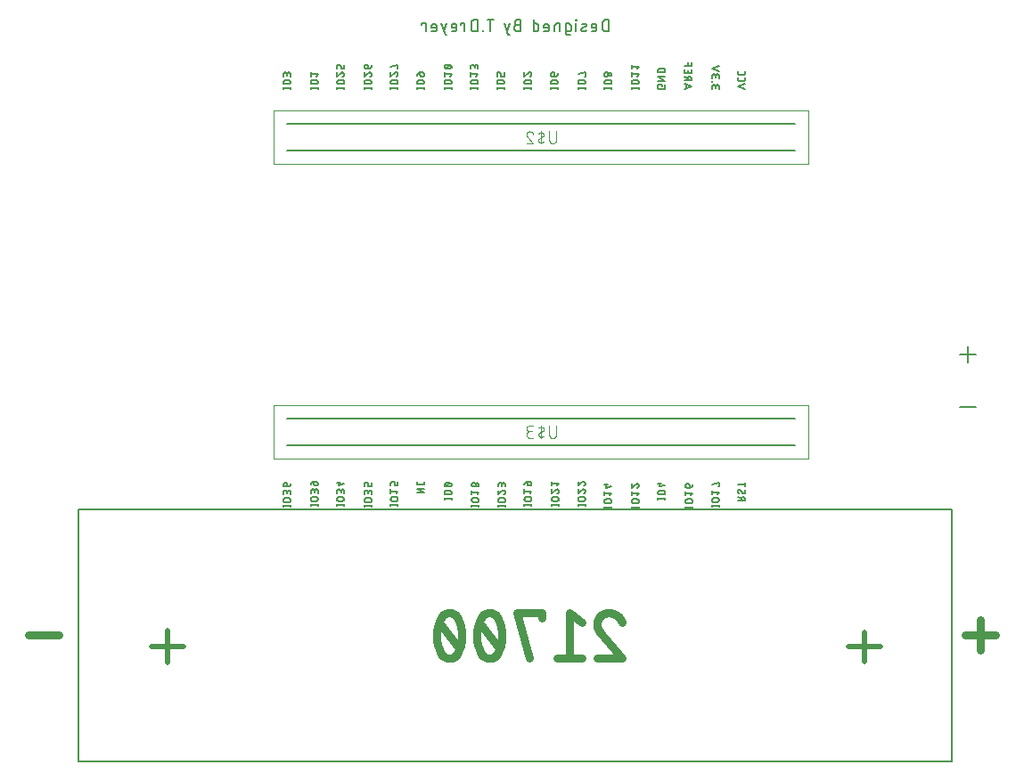
<source format=gbo>
G04 EAGLE Gerber RS-274X export*
G75*
%MOMM*%
%FSLAX34Y34*%
%LPD*%
%INSilkscreen Bottom*%
%IPPOS*%
%AMOC8*
5,1,8,0,0,1.08239X$1,22.5*%
G01*
%ADD10C,0.762000*%
%ADD11C,0.203200*%
%ADD12C,0.127000*%
%ADD13C,0.508000*%
%ADD14C,0.076200*%
%ADD15C,0.101600*%


D10*
X956190Y390602D02*
X927403Y390602D01*
X941797Y376209D02*
X941797Y404996D01*
X66190Y390602D02*
X37403Y390602D01*
D11*
X588802Y964666D02*
X588802Y975334D01*
X585838Y975334D01*
X585730Y975332D01*
X585622Y975326D01*
X585514Y975316D01*
X585407Y975302D01*
X585300Y975285D01*
X585194Y975263D01*
X585089Y975238D01*
X584984Y975208D01*
X584881Y975175D01*
X584780Y975138D01*
X584679Y975098D01*
X584580Y975054D01*
X584483Y975006D01*
X584388Y974955D01*
X584294Y974900D01*
X584203Y974842D01*
X584114Y974781D01*
X584027Y974716D01*
X583943Y974649D01*
X583861Y974578D01*
X583781Y974504D01*
X583705Y974428D01*
X583631Y974348D01*
X583561Y974266D01*
X583493Y974182D01*
X583428Y974095D01*
X583367Y974006D01*
X583309Y973915D01*
X583254Y973821D01*
X583203Y973726D01*
X583155Y973629D01*
X583111Y973530D01*
X583071Y973429D01*
X583034Y973328D01*
X583001Y973225D01*
X582971Y973120D01*
X582946Y973015D01*
X582924Y972909D01*
X582907Y972802D01*
X582893Y972695D01*
X582883Y972587D01*
X582877Y972479D01*
X582875Y972371D01*
X582875Y967629D01*
X582877Y967523D01*
X582883Y967418D01*
X582892Y967312D01*
X582905Y967207D01*
X582922Y967103D01*
X582943Y966999D01*
X582967Y966896D01*
X582995Y966794D01*
X583027Y966693D01*
X583062Y966594D01*
X583101Y966495D01*
X583143Y966398D01*
X583188Y966303D01*
X583237Y966209D01*
X583290Y966117D01*
X583345Y966027D01*
X583404Y965939D01*
X583466Y965853D01*
X583531Y965770D01*
X583599Y965689D01*
X583669Y965610D01*
X583743Y965534D01*
X583819Y965460D01*
X583898Y965390D01*
X583979Y965322D01*
X584062Y965257D01*
X584148Y965195D01*
X584236Y965136D01*
X584326Y965081D01*
X584418Y965028D01*
X584512Y964979D01*
X584607Y964934D01*
X584704Y964892D01*
X584803Y964853D01*
X584902Y964818D01*
X585003Y964786D01*
X585105Y964758D01*
X585208Y964734D01*
X585312Y964713D01*
X585416Y964696D01*
X585521Y964683D01*
X585627Y964674D01*
X585732Y964668D01*
X585838Y964666D01*
X588802Y964666D01*
X575382Y964666D02*
X572419Y964666D01*
X575382Y964666D02*
X575464Y964668D01*
X575546Y964674D01*
X575628Y964683D01*
X575709Y964696D01*
X575789Y964713D01*
X575869Y964734D01*
X575947Y964758D01*
X576024Y964786D01*
X576100Y964817D01*
X576175Y964852D01*
X576247Y964891D01*
X576318Y964932D01*
X576387Y964977D01*
X576453Y965025D01*
X576518Y965076D01*
X576580Y965130D01*
X576639Y965187D01*
X576696Y965246D01*
X576750Y965308D01*
X576801Y965373D01*
X576849Y965439D01*
X576894Y965508D01*
X576935Y965579D01*
X576974Y965651D01*
X577009Y965726D01*
X577040Y965802D01*
X577068Y965879D01*
X577092Y965957D01*
X577113Y966037D01*
X577130Y966117D01*
X577143Y966198D01*
X577152Y966280D01*
X577158Y966362D01*
X577160Y966444D01*
X577160Y969407D01*
X577158Y969504D01*
X577152Y969600D01*
X577142Y969696D01*
X577128Y969792D01*
X577111Y969887D01*
X577089Y969982D01*
X577064Y970075D01*
X577035Y970167D01*
X577002Y970258D01*
X576965Y970348D01*
X576925Y970436D01*
X576881Y970522D01*
X576834Y970606D01*
X576784Y970689D01*
X576730Y970769D01*
X576672Y970847D01*
X576612Y970923D01*
X576549Y970996D01*
X576483Y971066D01*
X576413Y971134D01*
X576342Y971199D01*
X576267Y971261D01*
X576190Y971319D01*
X576111Y971375D01*
X576030Y971427D01*
X575946Y971476D01*
X575861Y971522D01*
X575774Y971564D01*
X575685Y971602D01*
X575595Y971637D01*
X575503Y971668D01*
X575410Y971695D01*
X575317Y971719D01*
X575222Y971738D01*
X575126Y971754D01*
X575030Y971766D01*
X574934Y971774D01*
X574837Y971778D01*
X574741Y971778D01*
X574644Y971774D01*
X574548Y971766D01*
X574452Y971754D01*
X574356Y971738D01*
X574261Y971719D01*
X574168Y971695D01*
X574075Y971668D01*
X573983Y971637D01*
X573893Y971602D01*
X573804Y971564D01*
X573717Y971522D01*
X573632Y971476D01*
X573548Y971427D01*
X573467Y971375D01*
X573388Y971319D01*
X573311Y971261D01*
X573236Y971199D01*
X573165Y971134D01*
X573095Y971066D01*
X573029Y970996D01*
X572966Y970923D01*
X572906Y970847D01*
X572848Y970769D01*
X572794Y970689D01*
X572744Y970606D01*
X572697Y970522D01*
X572653Y970436D01*
X572613Y970348D01*
X572576Y970258D01*
X572543Y970167D01*
X572514Y970075D01*
X572489Y969982D01*
X572467Y969887D01*
X572450Y969792D01*
X572436Y969696D01*
X572426Y969600D01*
X572420Y969504D01*
X572418Y969407D01*
X572419Y969407D02*
X572419Y968222D01*
X577160Y968222D01*
X566365Y968815D02*
X563402Y967629D01*
X566365Y968814D02*
X566436Y968845D01*
X566506Y968879D01*
X566574Y968916D01*
X566639Y968957D01*
X566703Y969002D01*
X566764Y969049D01*
X566823Y969100D01*
X566880Y969153D01*
X566933Y969209D01*
X566984Y969268D01*
X567031Y969329D01*
X567076Y969393D01*
X567117Y969458D01*
X567155Y969526D01*
X567189Y969596D01*
X567220Y969667D01*
X567247Y969739D01*
X567270Y969813D01*
X567290Y969888D01*
X567306Y969964D01*
X567318Y970041D01*
X567326Y970118D01*
X567330Y970195D01*
X567331Y970273D01*
X567327Y970350D01*
X567320Y970428D01*
X567308Y970504D01*
X567293Y970580D01*
X567274Y970656D01*
X567251Y970730D01*
X567225Y970803D01*
X567195Y970874D01*
X567161Y970944D01*
X567124Y971012D01*
X567083Y971078D01*
X567039Y971142D01*
X566992Y971204D01*
X566942Y971263D01*
X566889Y971319D01*
X566833Y971373D01*
X566775Y971424D01*
X566714Y971472D01*
X566651Y971517D01*
X566585Y971559D01*
X566518Y971597D01*
X566448Y971632D01*
X566377Y971663D01*
X566305Y971691D01*
X566231Y971714D01*
X566156Y971735D01*
X566081Y971751D01*
X566004Y971764D01*
X565927Y971772D01*
X565850Y971777D01*
X565772Y971778D01*
X565610Y971774D01*
X565448Y971766D01*
X565287Y971754D01*
X565126Y971738D01*
X564965Y971718D01*
X564805Y971695D01*
X564646Y971667D01*
X564487Y971636D01*
X564329Y971601D01*
X564172Y971562D01*
X564016Y971519D01*
X563861Y971473D01*
X563707Y971423D01*
X563554Y971369D01*
X563403Y971311D01*
X563253Y971250D01*
X563105Y971186D01*
X563401Y967630D02*
X563330Y967599D01*
X563260Y967565D01*
X563192Y967528D01*
X563127Y967487D01*
X563063Y967442D01*
X563002Y967395D01*
X562943Y967344D01*
X562886Y967291D01*
X562833Y967235D01*
X562782Y967176D01*
X562735Y967115D01*
X562690Y967051D01*
X562649Y966986D01*
X562611Y966918D01*
X562577Y966848D01*
X562546Y966777D01*
X562519Y966705D01*
X562496Y966631D01*
X562476Y966556D01*
X562460Y966480D01*
X562448Y966403D01*
X562440Y966326D01*
X562436Y966249D01*
X562435Y966171D01*
X562439Y966094D01*
X562446Y966016D01*
X562458Y965940D01*
X562473Y965864D01*
X562492Y965788D01*
X562515Y965714D01*
X562541Y965641D01*
X562571Y965570D01*
X562605Y965500D01*
X562642Y965432D01*
X562683Y965366D01*
X562727Y965302D01*
X562774Y965240D01*
X562824Y965181D01*
X562877Y965125D01*
X562933Y965071D01*
X562991Y965020D01*
X563052Y964972D01*
X563115Y964927D01*
X563181Y964885D01*
X563248Y964847D01*
X563318Y964812D01*
X563388Y964781D01*
X563461Y964753D01*
X563535Y964730D01*
X563610Y964709D01*
X563685Y964693D01*
X563762Y964680D01*
X563839Y964672D01*
X563916Y964667D01*
X563994Y964666D01*
X563995Y964666D02*
X564232Y964672D01*
X564470Y964684D01*
X564707Y964701D01*
X564943Y964725D01*
X565179Y964753D01*
X565415Y964787D01*
X565649Y964827D01*
X565882Y964872D01*
X566115Y964923D01*
X566346Y964979D01*
X566575Y965041D01*
X566803Y965108D01*
X567030Y965181D01*
X567254Y965259D01*
X557644Y964666D02*
X557644Y971778D01*
X557941Y974741D02*
X557941Y975334D01*
X557348Y975334D01*
X557348Y974741D01*
X557941Y974741D01*
X551086Y964666D02*
X548123Y964666D01*
X551086Y964666D02*
X551168Y964668D01*
X551250Y964674D01*
X551332Y964683D01*
X551413Y964696D01*
X551493Y964713D01*
X551573Y964734D01*
X551651Y964758D01*
X551728Y964786D01*
X551804Y964817D01*
X551879Y964852D01*
X551951Y964891D01*
X552022Y964932D01*
X552091Y964977D01*
X552157Y965025D01*
X552222Y965076D01*
X552284Y965130D01*
X552343Y965187D01*
X552400Y965246D01*
X552454Y965308D01*
X552505Y965373D01*
X552553Y965439D01*
X552598Y965508D01*
X552639Y965579D01*
X552678Y965651D01*
X552713Y965726D01*
X552744Y965802D01*
X552772Y965879D01*
X552796Y965957D01*
X552817Y966037D01*
X552834Y966117D01*
X552847Y966198D01*
X552856Y966280D01*
X552862Y966362D01*
X552864Y966444D01*
X552864Y970000D01*
X552862Y970082D01*
X552856Y970164D01*
X552847Y970246D01*
X552834Y970327D01*
X552817Y970407D01*
X552796Y970487D01*
X552772Y970565D01*
X552744Y970642D01*
X552713Y970718D01*
X552678Y970793D01*
X552639Y970865D01*
X552598Y970936D01*
X552553Y971005D01*
X552505Y971071D01*
X552454Y971136D01*
X552400Y971198D01*
X552343Y971257D01*
X552284Y971314D01*
X552222Y971368D01*
X552157Y971419D01*
X552091Y971467D01*
X552022Y971512D01*
X551951Y971553D01*
X551879Y971592D01*
X551804Y971627D01*
X551728Y971658D01*
X551651Y971686D01*
X551573Y971710D01*
X551493Y971731D01*
X551413Y971748D01*
X551332Y971761D01*
X551250Y971770D01*
X551168Y971776D01*
X551086Y971778D01*
X548123Y971778D01*
X548123Y962888D01*
X548125Y962806D01*
X548131Y962724D01*
X548140Y962642D01*
X548153Y962561D01*
X548170Y962481D01*
X548191Y962401D01*
X548215Y962323D01*
X548243Y962246D01*
X548274Y962170D01*
X548309Y962095D01*
X548348Y962023D01*
X548389Y961952D01*
X548434Y961883D01*
X548482Y961817D01*
X548533Y961752D01*
X548587Y961690D01*
X548644Y961631D01*
X548703Y961574D01*
X548765Y961520D01*
X548830Y961469D01*
X548896Y961421D01*
X548965Y961376D01*
X549036Y961335D01*
X549108Y961296D01*
X549183Y961261D01*
X549259Y961230D01*
X549336Y961202D01*
X549414Y961178D01*
X549494Y961157D01*
X549574Y961140D01*
X549655Y961127D01*
X549737Y961118D01*
X549819Y961112D01*
X549901Y961110D01*
X552272Y961110D01*
X542108Y964666D02*
X542108Y971778D01*
X539145Y971778D01*
X539063Y971776D01*
X538981Y971770D01*
X538899Y971761D01*
X538818Y971748D01*
X538738Y971731D01*
X538658Y971710D01*
X538580Y971686D01*
X538503Y971658D01*
X538427Y971627D01*
X538352Y971592D01*
X538280Y971553D01*
X538209Y971512D01*
X538140Y971467D01*
X538074Y971419D01*
X538009Y971368D01*
X537947Y971314D01*
X537888Y971257D01*
X537831Y971198D01*
X537777Y971136D01*
X537726Y971071D01*
X537678Y971005D01*
X537633Y970936D01*
X537592Y970865D01*
X537553Y970793D01*
X537518Y970718D01*
X537487Y970642D01*
X537459Y970565D01*
X537435Y970487D01*
X537414Y970407D01*
X537397Y970327D01*
X537384Y970246D01*
X537375Y970164D01*
X537369Y970082D01*
X537367Y970000D01*
X537367Y964666D01*
X530043Y964666D02*
X527080Y964666D01*
X530043Y964666D02*
X530125Y964668D01*
X530207Y964674D01*
X530289Y964683D01*
X530370Y964696D01*
X530450Y964713D01*
X530530Y964734D01*
X530608Y964758D01*
X530685Y964786D01*
X530761Y964817D01*
X530836Y964852D01*
X530908Y964891D01*
X530979Y964932D01*
X531048Y964977D01*
X531114Y965025D01*
X531179Y965076D01*
X531241Y965130D01*
X531300Y965187D01*
X531357Y965246D01*
X531411Y965308D01*
X531462Y965373D01*
X531510Y965439D01*
X531555Y965508D01*
X531596Y965579D01*
X531635Y965651D01*
X531670Y965726D01*
X531701Y965802D01*
X531729Y965879D01*
X531753Y965957D01*
X531774Y966037D01*
X531791Y966117D01*
X531804Y966198D01*
X531813Y966280D01*
X531819Y966362D01*
X531821Y966444D01*
X531821Y969407D01*
X531819Y969504D01*
X531813Y969600D01*
X531803Y969696D01*
X531789Y969792D01*
X531772Y969887D01*
X531750Y969982D01*
X531725Y970075D01*
X531696Y970167D01*
X531663Y970258D01*
X531626Y970348D01*
X531586Y970436D01*
X531542Y970522D01*
X531495Y970606D01*
X531445Y970689D01*
X531391Y970769D01*
X531333Y970847D01*
X531273Y970923D01*
X531210Y970996D01*
X531144Y971066D01*
X531074Y971134D01*
X531003Y971199D01*
X530928Y971261D01*
X530851Y971319D01*
X530772Y971375D01*
X530691Y971427D01*
X530607Y971476D01*
X530522Y971522D01*
X530435Y971564D01*
X530346Y971602D01*
X530256Y971637D01*
X530164Y971668D01*
X530071Y971695D01*
X529978Y971719D01*
X529883Y971738D01*
X529787Y971754D01*
X529691Y971766D01*
X529595Y971774D01*
X529498Y971778D01*
X529402Y971778D01*
X529305Y971774D01*
X529209Y971766D01*
X529113Y971754D01*
X529017Y971738D01*
X528922Y971719D01*
X528829Y971695D01*
X528736Y971668D01*
X528644Y971637D01*
X528554Y971602D01*
X528465Y971564D01*
X528378Y971522D01*
X528293Y971476D01*
X528209Y971427D01*
X528128Y971375D01*
X528049Y971319D01*
X527972Y971261D01*
X527897Y971199D01*
X527826Y971134D01*
X527756Y971066D01*
X527690Y970996D01*
X527627Y970923D01*
X527567Y970847D01*
X527509Y970769D01*
X527455Y970689D01*
X527405Y970606D01*
X527358Y970522D01*
X527314Y970436D01*
X527274Y970348D01*
X527237Y970258D01*
X527204Y970167D01*
X527175Y970075D01*
X527150Y969982D01*
X527128Y969887D01*
X527111Y969792D01*
X527097Y969696D01*
X527087Y969600D01*
X527081Y969504D01*
X527079Y969407D01*
X527080Y969407D02*
X527080Y968222D01*
X531821Y968222D01*
X517262Y964666D02*
X517262Y975334D01*
X517262Y964666D02*
X520225Y964666D01*
X520307Y964668D01*
X520389Y964674D01*
X520471Y964683D01*
X520552Y964696D01*
X520632Y964713D01*
X520712Y964734D01*
X520790Y964758D01*
X520867Y964786D01*
X520943Y964817D01*
X521018Y964852D01*
X521090Y964891D01*
X521161Y964932D01*
X521230Y964977D01*
X521296Y965025D01*
X521361Y965076D01*
X521423Y965130D01*
X521482Y965187D01*
X521539Y965246D01*
X521593Y965308D01*
X521644Y965373D01*
X521692Y965439D01*
X521737Y965508D01*
X521778Y965579D01*
X521817Y965651D01*
X521852Y965726D01*
X521883Y965802D01*
X521911Y965879D01*
X521935Y965957D01*
X521956Y966037D01*
X521973Y966117D01*
X521986Y966198D01*
X521995Y966280D01*
X522001Y966362D01*
X522003Y966444D01*
X522003Y970000D01*
X522001Y970082D01*
X521995Y970164D01*
X521986Y970246D01*
X521973Y970327D01*
X521956Y970407D01*
X521935Y970487D01*
X521911Y970565D01*
X521883Y970642D01*
X521852Y970718D01*
X521817Y970793D01*
X521778Y970865D01*
X521737Y970936D01*
X521692Y971005D01*
X521644Y971071D01*
X521593Y971136D01*
X521539Y971198D01*
X521482Y971257D01*
X521423Y971314D01*
X521361Y971368D01*
X521296Y971419D01*
X521230Y971467D01*
X521161Y971512D01*
X521090Y971553D01*
X521018Y971592D01*
X520943Y971627D01*
X520867Y971658D01*
X520790Y971686D01*
X520712Y971710D01*
X520632Y971731D01*
X520552Y971748D01*
X520471Y971761D01*
X520389Y971770D01*
X520307Y971776D01*
X520225Y971778D01*
X517262Y971778D01*
X504728Y970593D02*
X501764Y970593D01*
X501764Y970592D02*
X501657Y970590D01*
X501550Y970584D01*
X501444Y970575D01*
X501338Y970561D01*
X501232Y970544D01*
X501127Y970523D01*
X501023Y970498D01*
X500920Y970469D01*
X500818Y970437D01*
X500717Y970401D01*
X500618Y970361D01*
X500520Y970318D01*
X500424Y970271D01*
X500329Y970221D01*
X500236Y970168D01*
X500146Y970111D01*
X500057Y970051D01*
X499971Y969988D01*
X499887Y969922D01*
X499805Y969852D01*
X499726Y969780D01*
X499650Y969705D01*
X499576Y969627D01*
X499506Y969547D01*
X499438Y969464D01*
X499373Y969379D01*
X499312Y969292D01*
X499253Y969202D01*
X499198Y969111D01*
X499146Y969017D01*
X499098Y968921D01*
X499053Y968824D01*
X499011Y968726D01*
X498974Y968626D01*
X498939Y968524D01*
X498909Y968422D01*
X498882Y968318D01*
X498859Y968214D01*
X498840Y968108D01*
X498825Y968002D01*
X498813Y967896D01*
X498805Y967789D01*
X498801Y967682D01*
X498801Y967576D01*
X498805Y967469D01*
X498813Y967362D01*
X498825Y967256D01*
X498840Y967150D01*
X498859Y967044D01*
X498882Y966940D01*
X498909Y966836D01*
X498939Y966734D01*
X498974Y966632D01*
X499011Y966532D01*
X499053Y966434D01*
X499098Y966337D01*
X499146Y966241D01*
X499198Y966148D01*
X499253Y966056D01*
X499312Y965966D01*
X499373Y965879D01*
X499438Y965794D01*
X499506Y965711D01*
X499576Y965631D01*
X499650Y965553D01*
X499726Y965478D01*
X499805Y965406D01*
X499887Y965336D01*
X499971Y965270D01*
X500057Y965207D01*
X500146Y965147D01*
X500236Y965090D01*
X500329Y965037D01*
X500424Y964987D01*
X500520Y964940D01*
X500618Y964897D01*
X500717Y964857D01*
X500818Y964821D01*
X500920Y964789D01*
X501023Y964760D01*
X501127Y964735D01*
X501232Y964714D01*
X501338Y964697D01*
X501444Y964683D01*
X501550Y964674D01*
X501657Y964668D01*
X501764Y964666D01*
X504728Y964666D01*
X504728Y975334D01*
X501764Y975334D01*
X501667Y975332D01*
X501571Y975326D01*
X501475Y975316D01*
X501379Y975302D01*
X501284Y975285D01*
X501189Y975263D01*
X501096Y975238D01*
X501004Y975209D01*
X500913Y975176D01*
X500823Y975139D01*
X500735Y975099D01*
X500649Y975055D01*
X500565Y975008D01*
X500482Y974958D01*
X500402Y974904D01*
X500324Y974846D01*
X500248Y974786D01*
X500175Y974723D01*
X500105Y974657D01*
X500037Y974587D01*
X499972Y974516D01*
X499910Y974441D01*
X499852Y974364D01*
X499796Y974285D01*
X499744Y974204D01*
X499695Y974120D01*
X499649Y974035D01*
X499607Y973948D01*
X499569Y973859D01*
X499534Y973769D01*
X499503Y973677D01*
X499476Y973584D01*
X499452Y973491D01*
X499433Y973396D01*
X499417Y973300D01*
X499405Y973204D01*
X499397Y973108D01*
X499393Y973011D01*
X499393Y972915D01*
X499397Y972818D01*
X499405Y972722D01*
X499417Y972626D01*
X499433Y972530D01*
X499452Y972435D01*
X499476Y972342D01*
X499503Y972249D01*
X499534Y972157D01*
X499569Y972067D01*
X499607Y971978D01*
X499649Y971891D01*
X499695Y971806D01*
X499744Y971722D01*
X499796Y971641D01*
X499852Y971562D01*
X499910Y971485D01*
X499972Y971410D01*
X500037Y971339D01*
X500105Y971269D01*
X500175Y971203D01*
X500248Y971140D01*
X500324Y971080D01*
X500402Y971022D01*
X500482Y970968D01*
X500565Y970918D01*
X500649Y970871D01*
X500735Y970827D01*
X500823Y970787D01*
X500913Y970750D01*
X501004Y970717D01*
X501096Y970688D01*
X501189Y970663D01*
X501284Y970641D01*
X501379Y970624D01*
X501475Y970610D01*
X501571Y970600D01*
X501667Y970594D01*
X501764Y970592D01*
X494483Y961110D02*
X493298Y961110D01*
X489742Y971778D01*
X494483Y971778D02*
X492112Y964666D01*
X476491Y964666D02*
X476491Y975334D01*
X473528Y975334D02*
X479455Y975334D01*
X469549Y965259D02*
X469549Y964666D01*
X469549Y965259D02*
X468956Y965259D01*
X468956Y964666D01*
X469549Y964666D01*
X463834Y964666D02*
X463834Y975334D01*
X460870Y975334D01*
X460762Y975332D01*
X460654Y975326D01*
X460546Y975316D01*
X460439Y975302D01*
X460332Y975285D01*
X460226Y975263D01*
X460121Y975238D01*
X460016Y975208D01*
X459913Y975175D01*
X459812Y975138D01*
X459711Y975098D01*
X459612Y975054D01*
X459515Y975006D01*
X459420Y974955D01*
X459326Y974900D01*
X459235Y974842D01*
X459146Y974781D01*
X459059Y974716D01*
X458975Y974649D01*
X458893Y974578D01*
X458813Y974504D01*
X458737Y974428D01*
X458663Y974348D01*
X458593Y974266D01*
X458525Y974182D01*
X458460Y974095D01*
X458399Y974006D01*
X458341Y973915D01*
X458286Y973821D01*
X458235Y973726D01*
X458187Y973629D01*
X458143Y973530D01*
X458103Y973429D01*
X458066Y973328D01*
X458033Y973225D01*
X458003Y973120D01*
X457978Y973015D01*
X457956Y972909D01*
X457939Y972802D01*
X457925Y972695D01*
X457915Y972587D01*
X457909Y972479D01*
X457907Y972371D01*
X457907Y967629D01*
X457909Y967523D01*
X457915Y967418D01*
X457924Y967312D01*
X457937Y967207D01*
X457954Y967103D01*
X457975Y966999D01*
X457999Y966896D01*
X458027Y966794D01*
X458059Y966693D01*
X458094Y966594D01*
X458133Y966495D01*
X458175Y966398D01*
X458220Y966303D01*
X458269Y966209D01*
X458322Y966117D01*
X458377Y966027D01*
X458436Y965939D01*
X458498Y965853D01*
X458563Y965770D01*
X458631Y965689D01*
X458701Y965610D01*
X458775Y965534D01*
X458851Y965460D01*
X458930Y965390D01*
X459011Y965322D01*
X459094Y965257D01*
X459180Y965195D01*
X459268Y965136D01*
X459358Y965081D01*
X459450Y965028D01*
X459544Y964979D01*
X459639Y964934D01*
X459736Y964892D01*
X459835Y964853D01*
X459934Y964818D01*
X460035Y964786D01*
X460137Y964758D01*
X460240Y964734D01*
X460344Y964713D01*
X460448Y964696D01*
X460553Y964683D01*
X460659Y964674D01*
X460764Y964668D01*
X460870Y964666D01*
X463834Y964666D01*
X451711Y964666D02*
X451711Y971778D01*
X448155Y971778D01*
X448155Y970593D01*
X442413Y964666D02*
X439450Y964666D01*
X442413Y964666D02*
X442495Y964668D01*
X442577Y964674D01*
X442659Y964683D01*
X442740Y964696D01*
X442820Y964713D01*
X442900Y964734D01*
X442978Y964758D01*
X443055Y964786D01*
X443131Y964817D01*
X443206Y964852D01*
X443278Y964891D01*
X443349Y964932D01*
X443418Y964977D01*
X443484Y965025D01*
X443549Y965076D01*
X443611Y965130D01*
X443670Y965187D01*
X443727Y965246D01*
X443781Y965308D01*
X443832Y965373D01*
X443880Y965439D01*
X443925Y965508D01*
X443966Y965579D01*
X444005Y965651D01*
X444040Y965726D01*
X444071Y965802D01*
X444099Y965879D01*
X444123Y965957D01*
X444144Y966037D01*
X444161Y966117D01*
X444174Y966198D01*
X444183Y966280D01*
X444189Y966362D01*
X444191Y966444D01*
X444191Y969407D01*
X444189Y969504D01*
X444183Y969600D01*
X444173Y969696D01*
X444159Y969792D01*
X444142Y969887D01*
X444120Y969982D01*
X444095Y970075D01*
X444066Y970167D01*
X444033Y970258D01*
X443996Y970348D01*
X443956Y970436D01*
X443912Y970522D01*
X443865Y970606D01*
X443815Y970689D01*
X443761Y970769D01*
X443703Y970847D01*
X443643Y970923D01*
X443580Y970996D01*
X443514Y971066D01*
X443444Y971134D01*
X443373Y971199D01*
X443298Y971261D01*
X443221Y971319D01*
X443142Y971375D01*
X443061Y971427D01*
X442977Y971476D01*
X442892Y971522D01*
X442805Y971564D01*
X442716Y971602D01*
X442626Y971637D01*
X442534Y971668D01*
X442441Y971695D01*
X442348Y971719D01*
X442253Y971738D01*
X442157Y971754D01*
X442061Y971766D01*
X441965Y971774D01*
X441868Y971778D01*
X441772Y971778D01*
X441675Y971774D01*
X441579Y971766D01*
X441483Y971754D01*
X441387Y971738D01*
X441292Y971719D01*
X441199Y971695D01*
X441106Y971668D01*
X441014Y971637D01*
X440924Y971602D01*
X440835Y971564D01*
X440748Y971522D01*
X440663Y971476D01*
X440579Y971427D01*
X440498Y971375D01*
X440419Y971319D01*
X440342Y971261D01*
X440267Y971199D01*
X440196Y971134D01*
X440126Y971066D01*
X440060Y970996D01*
X439997Y970923D01*
X439937Y970847D01*
X439879Y970769D01*
X439825Y970689D01*
X439775Y970606D01*
X439728Y970522D01*
X439684Y970436D01*
X439644Y970348D01*
X439607Y970258D01*
X439574Y970167D01*
X439545Y970075D01*
X439520Y969982D01*
X439498Y969887D01*
X439481Y969792D01*
X439467Y969696D01*
X439457Y969600D01*
X439451Y969504D01*
X439449Y969407D01*
X439450Y969407D02*
X439450Y968222D01*
X444191Y968222D01*
X434666Y961110D02*
X433481Y961110D01*
X429925Y971778D01*
X434666Y971778D02*
X432295Y964666D01*
X423363Y964666D02*
X420400Y964666D01*
X423363Y964666D02*
X423445Y964668D01*
X423527Y964674D01*
X423609Y964683D01*
X423690Y964696D01*
X423770Y964713D01*
X423850Y964734D01*
X423928Y964758D01*
X424005Y964786D01*
X424081Y964817D01*
X424156Y964852D01*
X424228Y964891D01*
X424299Y964932D01*
X424368Y964977D01*
X424434Y965025D01*
X424499Y965076D01*
X424561Y965130D01*
X424620Y965187D01*
X424677Y965246D01*
X424731Y965308D01*
X424782Y965373D01*
X424830Y965439D01*
X424875Y965508D01*
X424916Y965579D01*
X424955Y965651D01*
X424990Y965726D01*
X425021Y965802D01*
X425049Y965879D01*
X425073Y965957D01*
X425094Y966037D01*
X425111Y966117D01*
X425124Y966198D01*
X425133Y966280D01*
X425139Y966362D01*
X425141Y966444D01*
X425141Y969407D01*
X425139Y969504D01*
X425133Y969600D01*
X425123Y969696D01*
X425109Y969792D01*
X425092Y969887D01*
X425070Y969982D01*
X425045Y970075D01*
X425016Y970167D01*
X424983Y970258D01*
X424946Y970348D01*
X424906Y970436D01*
X424862Y970522D01*
X424815Y970606D01*
X424765Y970689D01*
X424711Y970769D01*
X424653Y970847D01*
X424593Y970923D01*
X424530Y970996D01*
X424464Y971066D01*
X424394Y971134D01*
X424323Y971199D01*
X424248Y971261D01*
X424171Y971319D01*
X424092Y971375D01*
X424011Y971427D01*
X423927Y971476D01*
X423842Y971522D01*
X423755Y971564D01*
X423666Y971602D01*
X423576Y971637D01*
X423484Y971668D01*
X423391Y971695D01*
X423298Y971719D01*
X423203Y971738D01*
X423107Y971754D01*
X423011Y971766D01*
X422915Y971774D01*
X422818Y971778D01*
X422722Y971778D01*
X422625Y971774D01*
X422529Y971766D01*
X422433Y971754D01*
X422337Y971738D01*
X422242Y971719D01*
X422149Y971695D01*
X422056Y971668D01*
X421964Y971637D01*
X421874Y971602D01*
X421785Y971564D01*
X421698Y971522D01*
X421613Y971476D01*
X421529Y971427D01*
X421448Y971375D01*
X421369Y971319D01*
X421292Y971261D01*
X421217Y971199D01*
X421146Y971134D01*
X421076Y971066D01*
X421010Y970996D01*
X420947Y970923D01*
X420887Y970847D01*
X420829Y970769D01*
X420775Y970689D01*
X420725Y970606D01*
X420678Y970522D01*
X420634Y970436D01*
X420594Y970348D01*
X420557Y970258D01*
X420524Y970167D01*
X420495Y970075D01*
X420470Y969982D01*
X420448Y969887D01*
X420431Y969792D01*
X420417Y969696D01*
X420407Y969600D01*
X420401Y969504D01*
X420399Y969407D01*
X420400Y969407D02*
X420400Y968222D01*
X425141Y968222D01*
X414755Y964666D02*
X414755Y971778D01*
X411199Y971778D01*
X411199Y970593D01*
D12*
X432571Y520293D02*
X439429Y520293D01*
X432571Y519531D02*
X432571Y521055D01*
X439429Y521055D02*
X439429Y519531D01*
X437524Y524240D02*
X434476Y524240D01*
X437524Y524240D02*
X437609Y524242D01*
X437695Y524248D01*
X437780Y524257D01*
X437864Y524271D01*
X437948Y524288D01*
X438031Y524309D01*
X438113Y524333D01*
X438193Y524361D01*
X438273Y524393D01*
X438351Y524429D01*
X438427Y524467D01*
X438501Y524510D01*
X438573Y524555D01*
X438644Y524604D01*
X438712Y524656D01*
X438777Y524710D01*
X438840Y524768D01*
X438901Y524829D01*
X438959Y524892D01*
X439013Y524957D01*
X439065Y525025D01*
X439114Y525096D01*
X439159Y525168D01*
X439202Y525242D01*
X439240Y525318D01*
X439276Y525396D01*
X439308Y525476D01*
X439336Y525556D01*
X439360Y525638D01*
X439381Y525721D01*
X439398Y525805D01*
X439412Y525889D01*
X439421Y525974D01*
X439427Y526060D01*
X439429Y526145D01*
X439427Y526230D01*
X439421Y526316D01*
X439412Y526401D01*
X439398Y526485D01*
X439381Y526569D01*
X439360Y526652D01*
X439336Y526734D01*
X439308Y526814D01*
X439276Y526894D01*
X439240Y526972D01*
X439202Y527048D01*
X439159Y527122D01*
X439114Y527194D01*
X439065Y527265D01*
X439013Y527333D01*
X438959Y527398D01*
X438901Y527461D01*
X438840Y527522D01*
X438777Y527580D01*
X438712Y527634D01*
X438644Y527686D01*
X438573Y527735D01*
X438501Y527780D01*
X438427Y527823D01*
X438351Y527861D01*
X438273Y527897D01*
X438193Y527929D01*
X438113Y527957D01*
X438031Y527981D01*
X437948Y528002D01*
X437864Y528019D01*
X437780Y528033D01*
X437695Y528042D01*
X437609Y528048D01*
X437524Y528050D01*
X434476Y528050D01*
X434391Y528048D01*
X434305Y528042D01*
X434220Y528033D01*
X434136Y528019D01*
X434052Y528002D01*
X433969Y527981D01*
X433887Y527957D01*
X433807Y527929D01*
X433727Y527897D01*
X433649Y527861D01*
X433573Y527823D01*
X433499Y527780D01*
X433427Y527735D01*
X433356Y527686D01*
X433288Y527634D01*
X433223Y527580D01*
X433160Y527522D01*
X433099Y527461D01*
X433041Y527398D01*
X432987Y527333D01*
X432935Y527265D01*
X432886Y527194D01*
X432841Y527122D01*
X432798Y527048D01*
X432760Y526972D01*
X432724Y526894D01*
X432692Y526814D01*
X432664Y526734D01*
X432640Y526652D01*
X432619Y526569D01*
X432602Y526485D01*
X432588Y526401D01*
X432579Y526316D01*
X432573Y526230D01*
X432571Y526145D01*
X432573Y526060D01*
X432579Y525974D01*
X432588Y525889D01*
X432602Y525805D01*
X432619Y525721D01*
X432640Y525638D01*
X432664Y525556D01*
X432692Y525476D01*
X432724Y525396D01*
X432760Y525318D01*
X432798Y525242D01*
X432841Y525168D01*
X432886Y525096D01*
X432935Y525025D01*
X432987Y524957D01*
X433041Y524892D01*
X433099Y524829D01*
X433160Y524768D01*
X433223Y524710D01*
X433288Y524656D01*
X433356Y524604D01*
X433427Y524555D01*
X433499Y524510D01*
X433573Y524467D01*
X433649Y524429D01*
X433727Y524393D01*
X433807Y524361D01*
X433887Y524333D01*
X433969Y524309D01*
X434052Y524288D01*
X434136Y524271D01*
X434220Y524257D01*
X434305Y524248D01*
X434391Y524242D01*
X434476Y524240D01*
X436000Y531555D02*
X436142Y531557D01*
X436285Y531562D01*
X436427Y531571D01*
X436569Y531584D01*
X436710Y531600D01*
X436851Y531619D01*
X436992Y531643D01*
X437132Y531669D01*
X437271Y531700D01*
X437409Y531734D01*
X437547Y531771D01*
X437683Y531811D01*
X437819Y531856D01*
X437953Y531903D01*
X438086Y531954D01*
X438218Y532008D01*
X438348Y532066D01*
X438477Y532127D01*
X438476Y532126D02*
X438545Y532152D01*
X438611Y532181D01*
X438677Y532213D01*
X438740Y532248D01*
X438802Y532287D01*
X438862Y532329D01*
X438919Y532374D01*
X438974Y532422D01*
X439026Y532473D01*
X439076Y532526D01*
X439122Y532582D01*
X439166Y532640D01*
X439207Y532701D01*
X439245Y532763D01*
X439279Y532827D01*
X439310Y532893D01*
X439338Y532961D01*
X439362Y533030D01*
X439382Y533100D01*
X439399Y533171D01*
X439412Y533242D01*
X439421Y533314D01*
X439427Y533387D01*
X439429Y533460D01*
X439427Y533533D01*
X439421Y533606D01*
X439412Y533678D01*
X439399Y533749D01*
X439382Y533820D01*
X439362Y533890D01*
X439338Y533959D01*
X439310Y534027D01*
X439279Y534093D01*
X439245Y534157D01*
X439207Y534219D01*
X439166Y534280D01*
X439122Y534338D01*
X439076Y534394D01*
X439026Y534447D01*
X438974Y534498D01*
X438919Y534546D01*
X438862Y534591D01*
X438802Y534633D01*
X438740Y534672D01*
X438677Y534707D01*
X438611Y534739D01*
X438545Y534768D01*
X438476Y534794D01*
X438477Y534794D02*
X438348Y534855D01*
X438218Y534913D01*
X438086Y534967D01*
X437953Y535018D01*
X437819Y535065D01*
X437683Y535110D01*
X437547Y535150D01*
X437409Y535187D01*
X437271Y535221D01*
X437132Y535252D01*
X436992Y535278D01*
X436851Y535302D01*
X436710Y535321D01*
X436569Y535337D01*
X436427Y535350D01*
X436285Y535359D01*
X436142Y535364D01*
X436000Y535366D01*
X436000Y531555D02*
X435858Y531557D01*
X435715Y531562D01*
X435573Y531571D01*
X435431Y531584D01*
X435290Y531600D01*
X435149Y531619D01*
X435008Y531643D01*
X434868Y531669D01*
X434729Y531700D01*
X434591Y531734D01*
X434453Y531771D01*
X434317Y531811D01*
X434181Y531856D01*
X434047Y531903D01*
X433914Y531954D01*
X433782Y532008D01*
X433652Y532066D01*
X433523Y532127D01*
X433524Y532126D02*
X433455Y532152D01*
X433389Y532181D01*
X433323Y532213D01*
X433260Y532248D01*
X433198Y532287D01*
X433138Y532329D01*
X433081Y532374D01*
X433026Y532422D01*
X432974Y532473D01*
X432924Y532526D01*
X432878Y532582D01*
X432834Y532640D01*
X432793Y532701D01*
X432755Y532763D01*
X432721Y532827D01*
X432690Y532893D01*
X432662Y532961D01*
X432638Y533030D01*
X432618Y533100D01*
X432601Y533171D01*
X432588Y533242D01*
X432579Y533314D01*
X432573Y533387D01*
X432571Y533460D01*
X433523Y534794D02*
X433652Y534855D01*
X433782Y534913D01*
X433914Y534967D01*
X434047Y535018D01*
X434181Y535065D01*
X434317Y535110D01*
X434453Y535150D01*
X434591Y535187D01*
X434729Y535221D01*
X434868Y535252D01*
X435008Y535278D01*
X435149Y535302D01*
X435290Y535321D01*
X435431Y535337D01*
X435573Y535350D01*
X435715Y535359D01*
X435858Y535364D01*
X436000Y535366D01*
X433524Y534794D02*
X433455Y534768D01*
X433389Y534739D01*
X433323Y534707D01*
X433260Y534672D01*
X433198Y534633D01*
X433138Y534591D01*
X433081Y534546D01*
X433026Y534498D01*
X432974Y534447D01*
X432924Y534394D01*
X432878Y534338D01*
X432834Y534280D01*
X432793Y534219D01*
X432755Y534157D01*
X432721Y534093D01*
X432690Y534027D01*
X432662Y533959D01*
X432638Y533890D01*
X432618Y533820D01*
X432601Y533749D01*
X432588Y533678D01*
X432579Y533606D01*
X432573Y533533D01*
X432571Y533460D01*
X434095Y531936D02*
X437905Y534984D01*
X312429Y910397D02*
X305571Y910397D01*
X305571Y909635D02*
X305571Y911159D01*
X312429Y911159D02*
X312429Y909635D01*
X310524Y914344D02*
X307476Y914344D01*
X310524Y914344D02*
X310609Y914346D01*
X310695Y914352D01*
X310780Y914361D01*
X310864Y914375D01*
X310948Y914392D01*
X311031Y914413D01*
X311113Y914437D01*
X311193Y914465D01*
X311273Y914497D01*
X311351Y914533D01*
X311427Y914571D01*
X311501Y914614D01*
X311573Y914659D01*
X311644Y914708D01*
X311712Y914760D01*
X311777Y914814D01*
X311840Y914872D01*
X311901Y914933D01*
X311959Y914996D01*
X312013Y915061D01*
X312065Y915129D01*
X312114Y915200D01*
X312159Y915272D01*
X312202Y915346D01*
X312240Y915422D01*
X312276Y915500D01*
X312308Y915580D01*
X312336Y915660D01*
X312360Y915742D01*
X312381Y915825D01*
X312398Y915909D01*
X312412Y915993D01*
X312421Y916078D01*
X312427Y916164D01*
X312429Y916249D01*
X312427Y916334D01*
X312421Y916420D01*
X312412Y916505D01*
X312398Y916589D01*
X312381Y916673D01*
X312360Y916756D01*
X312336Y916838D01*
X312308Y916918D01*
X312276Y916998D01*
X312240Y917076D01*
X312202Y917152D01*
X312159Y917226D01*
X312114Y917298D01*
X312065Y917369D01*
X312013Y917437D01*
X311959Y917502D01*
X311901Y917565D01*
X311840Y917626D01*
X311777Y917684D01*
X311712Y917738D01*
X311644Y917790D01*
X311573Y917839D01*
X311501Y917884D01*
X311427Y917927D01*
X311351Y917965D01*
X311273Y918001D01*
X311193Y918033D01*
X311113Y918061D01*
X311031Y918085D01*
X310948Y918106D01*
X310864Y918123D01*
X310780Y918137D01*
X310695Y918146D01*
X310609Y918152D01*
X310524Y918154D01*
X307476Y918154D01*
X307391Y918152D01*
X307305Y918146D01*
X307220Y918137D01*
X307136Y918123D01*
X307052Y918106D01*
X306969Y918085D01*
X306887Y918061D01*
X306807Y918033D01*
X306727Y918001D01*
X306649Y917965D01*
X306573Y917927D01*
X306499Y917884D01*
X306427Y917839D01*
X306356Y917790D01*
X306288Y917738D01*
X306223Y917684D01*
X306160Y917626D01*
X306099Y917565D01*
X306041Y917502D01*
X305987Y917437D01*
X305935Y917369D01*
X305886Y917298D01*
X305841Y917226D01*
X305798Y917152D01*
X305760Y917076D01*
X305724Y916998D01*
X305692Y916918D01*
X305664Y916838D01*
X305640Y916756D01*
X305619Y916673D01*
X305602Y916589D01*
X305588Y916505D01*
X305579Y916420D01*
X305573Y916334D01*
X305571Y916249D01*
X305573Y916164D01*
X305579Y916078D01*
X305588Y915993D01*
X305602Y915909D01*
X305619Y915825D01*
X305640Y915742D01*
X305664Y915660D01*
X305692Y915580D01*
X305724Y915500D01*
X305760Y915422D01*
X305798Y915346D01*
X305841Y915272D01*
X305886Y915200D01*
X305935Y915129D01*
X305987Y915061D01*
X306041Y914996D01*
X306099Y914933D01*
X306160Y914872D01*
X306223Y914814D01*
X306288Y914760D01*
X306356Y914708D01*
X306427Y914659D01*
X306499Y914614D01*
X306573Y914571D01*
X306649Y914533D01*
X306727Y914497D01*
X306807Y914465D01*
X306887Y914437D01*
X306969Y914413D01*
X307052Y914392D01*
X307136Y914375D01*
X307220Y914361D01*
X307305Y914352D01*
X307391Y914346D01*
X307476Y914344D01*
X310905Y921659D02*
X312429Y923564D01*
X305571Y923564D01*
X305571Y921659D02*
X305571Y925469D01*
X711571Y911921D02*
X718429Y909635D01*
X718429Y914207D02*
X711571Y911921D01*
X711571Y918824D02*
X711571Y920348D01*
X711571Y918824D02*
X711573Y918747D01*
X711579Y918670D01*
X711589Y918593D01*
X711602Y918517D01*
X711620Y918442D01*
X711641Y918368D01*
X711666Y918295D01*
X711695Y918223D01*
X711727Y918153D01*
X711762Y918084D01*
X711802Y918018D01*
X711844Y917953D01*
X711890Y917891D01*
X711939Y917831D01*
X711990Y917774D01*
X712045Y917719D01*
X712102Y917668D01*
X712162Y917619D01*
X712224Y917573D01*
X712289Y917531D01*
X712355Y917491D01*
X712424Y917456D01*
X712494Y917424D01*
X712566Y917395D01*
X712639Y917370D01*
X712713Y917349D01*
X712788Y917331D01*
X712864Y917318D01*
X712941Y917308D01*
X713018Y917302D01*
X713095Y917300D01*
X716905Y917300D01*
X716982Y917302D01*
X717059Y917308D01*
X717136Y917318D01*
X717212Y917331D01*
X717287Y917349D01*
X717361Y917370D01*
X717434Y917395D01*
X717506Y917424D01*
X717576Y917456D01*
X717645Y917491D01*
X717711Y917531D01*
X717776Y917573D01*
X717838Y917619D01*
X717898Y917668D01*
X717955Y917719D01*
X718010Y917774D01*
X718061Y917831D01*
X718110Y917891D01*
X718156Y917953D01*
X718198Y918018D01*
X718238Y918084D01*
X718273Y918153D01*
X718305Y918223D01*
X718334Y918295D01*
X718359Y918368D01*
X718380Y918442D01*
X718398Y918517D01*
X718411Y918593D01*
X718421Y918670D01*
X718427Y918747D01*
X718429Y918824D01*
X718429Y920348D01*
X711571Y924920D02*
X711571Y926444D01*
X711571Y924920D02*
X711573Y924843D01*
X711579Y924766D01*
X711589Y924689D01*
X711602Y924613D01*
X711620Y924538D01*
X711641Y924464D01*
X711666Y924391D01*
X711695Y924319D01*
X711727Y924249D01*
X711762Y924180D01*
X711802Y924114D01*
X711844Y924049D01*
X711890Y923987D01*
X711939Y923927D01*
X711990Y923870D01*
X712045Y923815D01*
X712102Y923764D01*
X712162Y923715D01*
X712224Y923669D01*
X712289Y923627D01*
X712355Y923587D01*
X712424Y923552D01*
X712494Y923520D01*
X712566Y923491D01*
X712639Y923466D01*
X712713Y923445D01*
X712788Y923427D01*
X712864Y923414D01*
X712941Y923404D01*
X713018Y923398D01*
X713095Y923396D01*
X716905Y923396D01*
X716982Y923398D01*
X717059Y923404D01*
X717136Y923414D01*
X717212Y923427D01*
X717287Y923445D01*
X717361Y923466D01*
X717434Y923491D01*
X717506Y923520D01*
X717576Y923552D01*
X717645Y923587D01*
X717711Y923627D01*
X717776Y923669D01*
X717838Y923715D01*
X717898Y923764D01*
X717955Y923815D01*
X718010Y923870D01*
X718061Y923927D01*
X718110Y923987D01*
X718156Y924049D01*
X718198Y924114D01*
X718238Y924180D01*
X718273Y924249D01*
X718305Y924319D01*
X718334Y924391D01*
X718359Y924464D01*
X718380Y924538D01*
X718398Y924613D01*
X718411Y924689D01*
X718421Y924766D01*
X718427Y924843D01*
X718429Y924920D01*
X718429Y926444D01*
X686571Y911540D02*
X686571Y909635D01*
X686571Y911540D02*
X686573Y911625D01*
X686579Y911711D01*
X686588Y911796D01*
X686602Y911880D01*
X686619Y911964D01*
X686640Y912047D01*
X686664Y912129D01*
X686692Y912209D01*
X686724Y912289D01*
X686760Y912367D01*
X686798Y912443D01*
X686841Y912517D01*
X686886Y912589D01*
X686935Y912660D01*
X686987Y912728D01*
X687041Y912793D01*
X687099Y912856D01*
X687160Y912917D01*
X687223Y912975D01*
X687288Y913029D01*
X687356Y913081D01*
X687427Y913130D01*
X687499Y913175D01*
X687573Y913218D01*
X687649Y913256D01*
X687727Y913292D01*
X687807Y913324D01*
X687887Y913352D01*
X687969Y913376D01*
X688052Y913397D01*
X688136Y913414D01*
X688220Y913428D01*
X688305Y913437D01*
X688391Y913443D01*
X688476Y913445D01*
X688561Y913443D01*
X688647Y913437D01*
X688732Y913428D01*
X688816Y913414D01*
X688900Y913397D01*
X688983Y913376D01*
X689065Y913352D01*
X689145Y913324D01*
X689225Y913292D01*
X689303Y913256D01*
X689379Y913218D01*
X689453Y913175D01*
X689525Y913130D01*
X689596Y913081D01*
X689664Y913029D01*
X689729Y912975D01*
X689792Y912917D01*
X689853Y912856D01*
X689911Y912793D01*
X689965Y912728D01*
X690017Y912660D01*
X690066Y912589D01*
X690111Y912517D01*
X690154Y912443D01*
X690192Y912367D01*
X690228Y912289D01*
X690260Y912209D01*
X690288Y912129D01*
X690312Y912047D01*
X690333Y911964D01*
X690350Y911880D01*
X690364Y911796D01*
X690373Y911711D01*
X690379Y911625D01*
X690381Y911540D01*
X693429Y911921D02*
X693429Y909635D01*
X693429Y911921D02*
X693427Y911998D01*
X693421Y912075D01*
X693411Y912152D01*
X693398Y912228D01*
X693380Y912303D01*
X693359Y912377D01*
X693334Y912450D01*
X693305Y912522D01*
X693273Y912592D01*
X693238Y912661D01*
X693198Y912727D01*
X693156Y912792D01*
X693110Y912854D01*
X693061Y912914D01*
X693010Y912971D01*
X692955Y913026D01*
X692898Y913077D01*
X692838Y913126D01*
X692776Y913172D01*
X692711Y913214D01*
X692645Y913254D01*
X692576Y913289D01*
X692506Y913321D01*
X692434Y913350D01*
X692361Y913375D01*
X692287Y913396D01*
X692212Y913414D01*
X692136Y913427D01*
X692059Y913437D01*
X691982Y913443D01*
X691905Y913445D01*
X691828Y913443D01*
X691751Y913437D01*
X691674Y913427D01*
X691598Y913414D01*
X691523Y913396D01*
X691449Y913375D01*
X691376Y913350D01*
X691304Y913321D01*
X691234Y913289D01*
X691165Y913254D01*
X691099Y913214D01*
X691034Y913172D01*
X690972Y913126D01*
X690912Y913077D01*
X690855Y913026D01*
X690800Y912971D01*
X690749Y912914D01*
X690700Y912854D01*
X690654Y912792D01*
X690612Y912727D01*
X690572Y912661D01*
X690537Y912592D01*
X690505Y912522D01*
X690476Y912450D01*
X690451Y912377D01*
X690430Y912303D01*
X690412Y912228D01*
X690399Y912152D01*
X690389Y912075D01*
X690383Y911998D01*
X690381Y911921D01*
X690381Y910397D01*
X686952Y916470D02*
X686571Y916470D01*
X686952Y916470D02*
X686952Y916851D01*
X686571Y916851D01*
X686571Y916470D01*
X686571Y919876D02*
X686571Y921781D01*
X686573Y921866D01*
X686579Y921952D01*
X686588Y922037D01*
X686602Y922121D01*
X686619Y922205D01*
X686640Y922288D01*
X686664Y922370D01*
X686692Y922450D01*
X686724Y922530D01*
X686760Y922608D01*
X686798Y922684D01*
X686841Y922758D01*
X686886Y922830D01*
X686935Y922901D01*
X686987Y922969D01*
X687041Y923034D01*
X687099Y923097D01*
X687160Y923158D01*
X687223Y923216D01*
X687288Y923270D01*
X687356Y923322D01*
X687427Y923371D01*
X687499Y923416D01*
X687573Y923459D01*
X687649Y923497D01*
X687727Y923533D01*
X687807Y923565D01*
X687887Y923593D01*
X687969Y923617D01*
X688052Y923638D01*
X688136Y923655D01*
X688220Y923669D01*
X688305Y923678D01*
X688391Y923684D01*
X688476Y923686D01*
X688561Y923684D01*
X688647Y923678D01*
X688732Y923669D01*
X688816Y923655D01*
X688900Y923638D01*
X688983Y923617D01*
X689065Y923593D01*
X689145Y923565D01*
X689225Y923533D01*
X689303Y923497D01*
X689379Y923459D01*
X689453Y923416D01*
X689525Y923371D01*
X689596Y923322D01*
X689664Y923270D01*
X689729Y923216D01*
X689792Y923158D01*
X689853Y923097D01*
X689911Y923034D01*
X689965Y922969D01*
X690017Y922901D01*
X690066Y922830D01*
X690111Y922758D01*
X690154Y922684D01*
X690192Y922608D01*
X690228Y922530D01*
X690260Y922450D01*
X690288Y922370D01*
X690312Y922288D01*
X690333Y922205D01*
X690350Y922121D01*
X690364Y922037D01*
X690373Y921952D01*
X690379Y921866D01*
X690381Y921781D01*
X693429Y922162D02*
X693429Y919876D01*
X693429Y922162D02*
X693427Y922239D01*
X693421Y922316D01*
X693411Y922393D01*
X693398Y922469D01*
X693380Y922544D01*
X693359Y922618D01*
X693334Y922691D01*
X693305Y922763D01*
X693273Y922833D01*
X693238Y922902D01*
X693198Y922968D01*
X693156Y923033D01*
X693110Y923095D01*
X693061Y923155D01*
X693010Y923212D01*
X692955Y923267D01*
X692898Y923318D01*
X692838Y923367D01*
X692776Y923413D01*
X692711Y923455D01*
X692645Y923495D01*
X692576Y923530D01*
X692506Y923562D01*
X692434Y923591D01*
X692361Y923616D01*
X692287Y923637D01*
X692212Y923655D01*
X692136Y923668D01*
X692059Y923678D01*
X691982Y923684D01*
X691905Y923686D01*
X691828Y923684D01*
X691751Y923678D01*
X691674Y923668D01*
X691598Y923655D01*
X691523Y923637D01*
X691449Y923616D01*
X691376Y923591D01*
X691304Y923562D01*
X691234Y923530D01*
X691165Y923495D01*
X691099Y923455D01*
X691034Y923413D01*
X690972Y923367D01*
X690912Y923318D01*
X690855Y923267D01*
X690800Y923212D01*
X690749Y923155D01*
X690700Y923095D01*
X690654Y923033D01*
X690612Y922968D01*
X690572Y922902D01*
X690537Y922833D01*
X690505Y922763D01*
X690476Y922691D01*
X690451Y922618D01*
X690430Y922544D01*
X690412Y922469D01*
X690399Y922393D01*
X690389Y922316D01*
X690383Y922239D01*
X690381Y922162D01*
X690381Y920638D01*
X693429Y926810D02*
X686571Y929096D01*
X693429Y931382D01*
X667429Y911921D02*
X660571Y909635D01*
X660571Y914207D02*
X667429Y911921D01*
X662286Y913636D02*
X662286Y910207D01*
X660571Y917645D02*
X667429Y917645D01*
X667429Y919550D01*
X667427Y919635D01*
X667421Y919721D01*
X667412Y919806D01*
X667398Y919890D01*
X667381Y919974D01*
X667360Y920057D01*
X667336Y920139D01*
X667308Y920219D01*
X667276Y920299D01*
X667240Y920377D01*
X667202Y920453D01*
X667159Y920527D01*
X667114Y920599D01*
X667065Y920670D01*
X667013Y920738D01*
X666959Y920803D01*
X666901Y920866D01*
X666840Y920927D01*
X666777Y920985D01*
X666712Y921039D01*
X666644Y921091D01*
X666573Y921140D01*
X666501Y921185D01*
X666427Y921228D01*
X666351Y921266D01*
X666273Y921302D01*
X666193Y921334D01*
X666113Y921362D01*
X666031Y921386D01*
X665948Y921407D01*
X665864Y921424D01*
X665780Y921438D01*
X665695Y921447D01*
X665609Y921453D01*
X665524Y921455D01*
X665439Y921453D01*
X665353Y921447D01*
X665268Y921438D01*
X665184Y921424D01*
X665100Y921407D01*
X665017Y921386D01*
X664935Y921362D01*
X664855Y921334D01*
X664775Y921302D01*
X664697Y921266D01*
X664621Y921228D01*
X664547Y921185D01*
X664475Y921140D01*
X664404Y921091D01*
X664336Y921039D01*
X664271Y920985D01*
X664208Y920927D01*
X664147Y920866D01*
X664089Y920803D01*
X664035Y920738D01*
X663983Y920670D01*
X663934Y920599D01*
X663889Y920527D01*
X663846Y920453D01*
X663808Y920377D01*
X663772Y920299D01*
X663740Y920219D01*
X663712Y920139D01*
X663688Y920057D01*
X663667Y919974D01*
X663650Y919890D01*
X663636Y919806D01*
X663627Y919721D01*
X663621Y919635D01*
X663619Y919550D01*
X663619Y917645D01*
X663619Y919931D02*
X660571Y921455D01*
X660571Y925155D02*
X660571Y928203D01*
X660571Y925155D02*
X667429Y925155D01*
X667429Y928203D01*
X664381Y927441D02*
X664381Y925155D01*
X667429Y931495D02*
X660571Y931495D01*
X667429Y931495D02*
X667429Y934543D01*
X664381Y934543D02*
X664381Y931495D01*
X639381Y913445D02*
X639381Y912302D01*
X639381Y913445D02*
X635571Y913445D01*
X635571Y911159D01*
X635573Y911082D01*
X635579Y911005D01*
X635589Y910928D01*
X635602Y910852D01*
X635620Y910777D01*
X635641Y910703D01*
X635666Y910630D01*
X635695Y910558D01*
X635727Y910488D01*
X635762Y910419D01*
X635802Y910353D01*
X635844Y910288D01*
X635890Y910226D01*
X635939Y910166D01*
X635990Y910109D01*
X636045Y910054D01*
X636102Y910003D01*
X636162Y909954D01*
X636224Y909908D01*
X636289Y909866D01*
X636355Y909826D01*
X636424Y909791D01*
X636494Y909759D01*
X636566Y909730D01*
X636639Y909705D01*
X636713Y909684D01*
X636788Y909666D01*
X636864Y909653D01*
X636941Y909643D01*
X637018Y909637D01*
X637095Y909635D01*
X640905Y909635D01*
X640982Y909637D01*
X641059Y909643D01*
X641136Y909653D01*
X641212Y909666D01*
X641287Y909684D01*
X641361Y909705D01*
X641434Y909730D01*
X641506Y909759D01*
X641576Y909791D01*
X641645Y909826D01*
X641711Y909866D01*
X641776Y909908D01*
X641838Y909954D01*
X641898Y910003D01*
X641955Y910054D01*
X642010Y910109D01*
X642061Y910166D01*
X642110Y910226D01*
X642156Y910288D01*
X642198Y910353D01*
X642238Y910419D01*
X642273Y910488D01*
X642305Y910558D01*
X642334Y910630D01*
X642359Y910703D01*
X642380Y910777D01*
X642398Y910852D01*
X642411Y910928D01*
X642421Y911005D01*
X642427Y911082D01*
X642429Y911159D01*
X642429Y913445D01*
X642429Y917438D02*
X635571Y917438D01*
X635571Y921248D02*
X642429Y917438D01*
X642429Y921248D02*
X635571Y921248D01*
X635571Y925241D02*
X642429Y925241D01*
X642429Y927146D01*
X642427Y927231D01*
X642421Y927317D01*
X642412Y927402D01*
X642398Y927486D01*
X642381Y927570D01*
X642360Y927653D01*
X642336Y927735D01*
X642308Y927815D01*
X642276Y927895D01*
X642240Y927973D01*
X642202Y928049D01*
X642159Y928123D01*
X642114Y928195D01*
X642065Y928266D01*
X642013Y928334D01*
X641959Y928399D01*
X641901Y928462D01*
X641840Y928523D01*
X641777Y928581D01*
X641712Y928635D01*
X641644Y928687D01*
X641573Y928736D01*
X641501Y928781D01*
X641427Y928824D01*
X641351Y928862D01*
X641273Y928898D01*
X641193Y928930D01*
X641113Y928958D01*
X641031Y928982D01*
X640948Y929003D01*
X640864Y929020D01*
X640780Y929034D01*
X640695Y929043D01*
X640609Y929049D01*
X640524Y929051D01*
X637476Y929051D01*
X637391Y929049D01*
X637305Y929043D01*
X637220Y929034D01*
X637136Y929020D01*
X637052Y929003D01*
X636969Y928982D01*
X636887Y928958D01*
X636807Y928930D01*
X636727Y928898D01*
X636649Y928862D01*
X636573Y928824D01*
X636499Y928781D01*
X636427Y928736D01*
X636356Y928687D01*
X636288Y928635D01*
X636223Y928581D01*
X636160Y928523D01*
X636099Y928462D01*
X636041Y928399D01*
X635987Y928334D01*
X635935Y928266D01*
X635886Y928195D01*
X635841Y928123D01*
X635798Y928049D01*
X635760Y927973D01*
X635724Y927895D01*
X635692Y927815D01*
X635664Y927735D01*
X635640Y927653D01*
X635619Y927570D01*
X635602Y927486D01*
X635588Y927402D01*
X635579Y927317D01*
X635573Y927231D01*
X635571Y927146D01*
X635571Y925241D01*
X617429Y910397D02*
X610571Y910397D01*
X610571Y909635D02*
X610571Y911159D01*
X617429Y911159D02*
X617429Y909635D01*
X615524Y914344D02*
X612476Y914344D01*
X615524Y914344D02*
X615609Y914346D01*
X615695Y914352D01*
X615780Y914361D01*
X615864Y914375D01*
X615948Y914392D01*
X616031Y914413D01*
X616113Y914437D01*
X616193Y914465D01*
X616273Y914497D01*
X616351Y914533D01*
X616427Y914571D01*
X616501Y914614D01*
X616573Y914659D01*
X616644Y914708D01*
X616712Y914760D01*
X616777Y914814D01*
X616840Y914872D01*
X616901Y914933D01*
X616959Y914996D01*
X617013Y915061D01*
X617065Y915129D01*
X617114Y915200D01*
X617159Y915272D01*
X617202Y915346D01*
X617240Y915422D01*
X617276Y915500D01*
X617308Y915580D01*
X617336Y915660D01*
X617360Y915742D01*
X617381Y915825D01*
X617398Y915909D01*
X617412Y915993D01*
X617421Y916078D01*
X617427Y916164D01*
X617429Y916249D01*
X617427Y916334D01*
X617421Y916420D01*
X617412Y916505D01*
X617398Y916589D01*
X617381Y916673D01*
X617360Y916756D01*
X617336Y916838D01*
X617308Y916918D01*
X617276Y916998D01*
X617240Y917076D01*
X617202Y917152D01*
X617159Y917226D01*
X617114Y917298D01*
X617065Y917369D01*
X617013Y917437D01*
X616959Y917502D01*
X616901Y917565D01*
X616840Y917626D01*
X616777Y917684D01*
X616712Y917738D01*
X616644Y917790D01*
X616573Y917839D01*
X616501Y917884D01*
X616427Y917927D01*
X616351Y917965D01*
X616273Y918001D01*
X616193Y918033D01*
X616113Y918061D01*
X616031Y918085D01*
X615948Y918106D01*
X615864Y918123D01*
X615780Y918137D01*
X615695Y918146D01*
X615609Y918152D01*
X615524Y918154D01*
X612476Y918154D01*
X612391Y918152D01*
X612305Y918146D01*
X612220Y918137D01*
X612136Y918123D01*
X612052Y918106D01*
X611969Y918085D01*
X611887Y918061D01*
X611807Y918033D01*
X611727Y918001D01*
X611649Y917965D01*
X611573Y917927D01*
X611499Y917884D01*
X611427Y917839D01*
X611356Y917790D01*
X611288Y917738D01*
X611223Y917684D01*
X611160Y917626D01*
X611099Y917565D01*
X611041Y917502D01*
X610987Y917437D01*
X610935Y917369D01*
X610886Y917298D01*
X610841Y917226D01*
X610798Y917152D01*
X610760Y917076D01*
X610724Y916998D01*
X610692Y916918D01*
X610664Y916838D01*
X610640Y916756D01*
X610619Y916673D01*
X610602Y916589D01*
X610588Y916505D01*
X610579Y916420D01*
X610573Y916334D01*
X610571Y916249D01*
X610573Y916164D01*
X610579Y916078D01*
X610588Y915993D01*
X610602Y915909D01*
X610619Y915825D01*
X610640Y915742D01*
X610664Y915660D01*
X610692Y915580D01*
X610724Y915500D01*
X610760Y915422D01*
X610798Y915346D01*
X610841Y915272D01*
X610886Y915200D01*
X610935Y915129D01*
X610987Y915061D01*
X611041Y914996D01*
X611099Y914933D01*
X611160Y914872D01*
X611223Y914814D01*
X611288Y914760D01*
X611356Y914708D01*
X611427Y914659D01*
X611499Y914614D01*
X611573Y914571D01*
X611649Y914533D01*
X611727Y914497D01*
X611807Y914465D01*
X611887Y914437D01*
X611969Y914413D01*
X612052Y914392D01*
X612136Y914375D01*
X612220Y914361D01*
X612305Y914352D01*
X612391Y914346D01*
X612476Y914344D01*
X615905Y921659D02*
X617429Y923564D01*
X610571Y923564D01*
X610571Y921659D02*
X610571Y925469D01*
X615905Y928975D02*
X617429Y930880D01*
X610571Y930880D01*
X610571Y928975D02*
X610571Y932785D01*
X591429Y910397D02*
X584571Y910397D01*
X584571Y909635D02*
X584571Y911159D01*
X591429Y911159D02*
X591429Y909635D01*
X589524Y914344D02*
X586476Y914344D01*
X589524Y914344D02*
X589609Y914346D01*
X589695Y914352D01*
X589780Y914361D01*
X589864Y914375D01*
X589948Y914392D01*
X590031Y914413D01*
X590113Y914437D01*
X590193Y914465D01*
X590273Y914497D01*
X590351Y914533D01*
X590427Y914571D01*
X590501Y914614D01*
X590573Y914659D01*
X590644Y914708D01*
X590712Y914760D01*
X590777Y914814D01*
X590840Y914872D01*
X590901Y914933D01*
X590959Y914996D01*
X591013Y915061D01*
X591065Y915129D01*
X591114Y915200D01*
X591159Y915272D01*
X591202Y915346D01*
X591240Y915422D01*
X591276Y915500D01*
X591308Y915580D01*
X591336Y915660D01*
X591360Y915742D01*
X591381Y915825D01*
X591398Y915909D01*
X591412Y915993D01*
X591421Y916078D01*
X591427Y916164D01*
X591429Y916249D01*
X591427Y916334D01*
X591421Y916420D01*
X591412Y916505D01*
X591398Y916589D01*
X591381Y916673D01*
X591360Y916756D01*
X591336Y916838D01*
X591308Y916918D01*
X591276Y916998D01*
X591240Y917076D01*
X591202Y917152D01*
X591159Y917226D01*
X591114Y917298D01*
X591065Y917369D01*
X591013Y917437D01*
X590959Y917502D01*
X590901Y917565D01*
X590840Y917626D01*
X590777Y917684D01*
X590712Y917738D01*
X590644Y917790D01*
X590573Y917839D01*
X590501Y917884D01*
X590427Y917927D01*
X590351Y917965D01*
X590273Y918001D01*
X590193Y918033D01*
X590113Y918061D01*
X590031Y918085D01*
X589948Y918106D01*
X589864Y918123D01*
X589780Y918137D01*
X589695Y918146D01*
X589609Y918152D01*
X589524Y918154D01*
X586476Y918154D01*
X586391Y918152D01*
X586305Y918146D01*
X586220Y918137D01*
X586136Y918123D01*
X586052Y918106D01*
X585969Y918085D01*
X585887Y918061D01*
X585807Y918033D01*
X585727Y918001D01*
X585649Y917965D01*
X585573Y917927D01*
X585499Y917884D01*
X585427Y917839D01*
X585356Y917790D01*
X585288Y917738D01*
X585223Y917684D01*
X585160Y917626D01*
X585099Y917565D01*
X585041Y917502D01*
X584987Y917437D01*
X584935Y917369D01*
X584886Y917298D01*
X584841Y917226D01*
X584798Y917152D01*
X584760Y917076D01*
X584724Y916998D01*
X584692Y916918D01*
X584664Y916838D01*
X584640Y916756D01*
X584619Y916673D01*
X584602Y916589D01*
X584588Y916505D01*
X584579Y916420D01*
X584573Y916334D01*
X584571Y916249D01*
X584573Y916164D01*
X584579Y916078D01*
X584588Y915993D01*
X584602Y915909D01*
X584619Y915825D01*
X584640Y915742D01*
X584664Y915660D01*
X584692Y915580D01*
X584724Y915500D01*
X584760Y915422D01*
X584798Y915346D01*
X584841Y915272D01*
X584886Y915200D01*
X584935Y915129D01*
X584987Y915061D01*
X585041Y914996D01*
X585099Y914933D01*
X585160Y914872D01*
X585223Y914814D01*
X585288Y914760D01*
X585356Y914708D01*
X585427Y914659D01*
X585499Y914614D01*
X585573Y914571D01*
X585649Y914533D01*
X585727Y914497D01*
X585807Y914465D01*
X585887Y914437D01*
X585969Y914413D01*
X586052Y914392D01*
X586136Y914375D01*
X586220Y914361D01*
X586305Y914352D01*
X586391Y914346D01*
X586476Y914344D01*
X586476Y921659D02*
X586561Y921661D01*
X586647Y921667D01*
X586732Y921676D01*
X586816Y921690D01*
X586900Y921707D01*
X586983Y921728D01*
X587065Y921752D01*
X587145Y921780D01*
X587225Y921812D01*
X587303Y921848D01*
X587379Y921886D01*
X587453Y921929D01*
X587525Y921974D01*
X587596Y922023D01*
X587664Y922075D01*
X587729Y922129D01*
X587792Y922187D01*
X587853Y922248D01*
X587911Y922311D01*
X587965Y922376D01*
X588017Y922444D01*
X588066Y922515D01*
X588111Y922587D01*
X588154Y922661D01*
X588192Y922737D01*
X588228Y922815D01*
X588260Y922895D01*
X588288Y922975D01*
X588312Y923057D01*
X588333Y923140D01*
X588350Y923224D01*
X588364Y923308D01*
X588373Y923393D01*
X588379Y923479D01*
X588381Y923564D01*
X588379Y923649D01*
X588373Y923735D01*
X588364Y923820D01*
X588350Y923904D01*
X588333Y923988D01*
X588312Y924071D01*
X588288Y924153D01*
X588260Y924233D01*
X588228Y924313D01*
X588192Y924391D01*
X588154Y924467D01*
X588111Y924541D01*
X588066Y924613D01*
X588017Y924684D01*
X587965Y924752D01*
X587911Y924817D01*
X587853Y924880D01*
X587792Y924941D01*
X587729Y924999D01*
X587664Y925053D01*
X587596Y925105D01*
X587525Y925154D01*
X587453Y925199D01*
X587379Y925242D01*
X587303Y925280D01*
X587225Y925316D01*
X587145Y925348D01*
X587065Y925376D01*
X586983Y925400D01*
X586900Y925421D01*
X586816Y925438D01*
X586732Y925452D01*
X586647Y925461D01*
X586561Y925467D01*
X586476Y925469D01*
X586391Y925467D01*
X586305Y925461D01*
X586220Y925452D01*
X586136Y925438D01*
X586052Y925421D01*
X585969Y925400D01*
X585887Y925376D01*
X585807Y925348D01*
X585727Y925316D01*
X585649Y925280D01*
X585573Y925242D01*
X585499Y925199D01*
X585427Y925154D01*
X585356Y925105D01*
X585288Y925053D01*
X585223Y924999D01*
X585160Y924941D01*
X585099Y924880D01*
X585041Y924817D01*
X584987Y924752D01*
X584935Y924684D01*
X584886Y924613D01*
X584841Y924541D01*
X584798Y924467D01*
X584760Y924391D01*
X584724Y924313D01*
X584692Y924233D01*
X584664Y924153D01*
X584640Y924071D01*
X584619Y923988D01*
X584602Y923904D01*
X584588Y923820D01*
X584579Y923735D01*
X584573Y923649D01*
X584571Y923564D01*
X584573Y923479D01*
X584579Y923393D01*
X584588Y923308D01*
X584602Y923224D01*
X584619Y923140D01*
X584640Y923057D01*
X584664Y922975D01*
X584692Y922895D01*
X584724Y922815D01*
X584760Y922737D01*
X584798Y922661D01*
X584841Y922587D01*
X584886Y922515D01*
X584935Y922444D01*
X584987Y922376D01*
X585041Y922311D01*
X585099Y922248D01*
X585160Y922187D01*
X585223Y922129D01*
X585288Y922075D01*
X585356Y922023D01*
X585427Y921974D01*
X585499Y921929D01*
X585573Y921886D01*
X585649Y921848D01*
X585727Y921812D01*
X585807Y921780D01*
X585887Y921752D01*
X585969Y921728D01*
X586052Y921707D01*
X586136Y921690D01*
X586220Y921676D01*
X586305Y921667D01*
X586391Y921661D01*
X586476Y921659D01*
X589905Y922040D02*
X589982Y922042D01*
X590059Y922048D01*
X590136Y922058D01*
X590212Y922071D01*
X590287Y922089D01*
X590361Y922110D01*
X590434Y922135D01*
X590506Y922164D01*
X590576Y922196D01*
X590645Y922231D01*
X590711Y922271D01*
X590776Y922313D01*
X590838Y922359D01*
X590898Y922408D01*
X590955Y922459D01*
X591010Y922514D01*
X591061Y922571D01*
X591110Y922631D01*
X591156Y922693D01*
X591198Y922758D01*
X591238Y922824D01*
X591273Y922893D01*
X591305Y922963D01*
X591334Y923035D01*
X591359Y923108D01*
X591380Y923182D01*
X591398Y923257D01*
X591411Y923333D01*
X591421Y923410D01*
X591427Y923487D01*
X591429Y923564D01*
X591427Y923641D01*
X591421Y923718D01*
X591411Y923795D01*
X591398Y923871D01*
X591380Y923946D01*
X591359Y924020D01*
X591334Y924093D01*
X591305Y924165D01*
X591273Y924235D01*
X591238Y924304D01*
X591198Y924370D01*
X591156Y924435D01*
X591110Y924497D01*
X591061Y924557D01*
X591010Y924614D01*
X590955Y924669D01*
X590898Y924720D01*
X590838Y924769D01*
X590776Y924815D01*
X590711Y924857D01*
X590645Y924897D01*
X590576Y924932D01*
X590506Y924964D01*
X590434Y924993D01*
X590361Y925018D01*
X590287Y925039D01*
X590212Y925057D01*
X590136Y925070D01*
X590059Y925080D01*
X589982Y925086D01*
X589905Y925088D01*
X589828Y925086D01*
X589751Y925080D01*
X589674Y925070D01*
X589598Y925057D01*
X589523Y925039D01*
X589449Y925018D01*
X589376Y924993D01*
X589304Y924964D01*
X589234Y924932D01*
X589165Y924897D01*
X589099Y924857D01*
X589034Y924815D01*
X588972Y924769D01*
X588912Y924720D01*
X588855Y924669D01*
X588800Y924614D01*
X588749Y924557D01*
X588700Y924497D01*
X588654Y924435D01*
X588612Y924370D01*
X588572Y924304D01*
X588537Y924235D01*
X588505Y924165D01*
X588476Y924093D01*
X588451Y924020D01*
X588430Y923946D01*
X588412Y923871D01*
X588399Y923795D01*
X588389Y923718D01*
X588383Y923641D01*
X588381Y923564D01*
X588383Y923487D01*
X588389Y923410D01*
X588399Y923333D01*
X588412Y923257D01*
X588430Y923182D01*
X588451Y923108D01*
X588476Y923035D01*
X588505Y922963D01*
X588537Y922893D01*
X588572Y922824D01*
X588612Y922758D01*
X588654Y922693D01*
X588700Y922631D01*
X588749Y922571D01*
X588800Y922514D01*
X588855Y922459D01*
X588912Y922408D01*
X588972Y922359D01*
X589034Y922313D01*
X589099Y922271D01*
X589165Y922231D01*
X589234Y922196D01*
X589304Y922164D01*
X589376Y922135D01*
X589449Y922110D01*
X589523Y922089D01*
X589598Y922071D01*
X589674Y922058D01*
X589751Y922048D01*
X589828Y922042D01*
X589905Y922040D01*
X566429Y910397D02*
X559571Y910397D01*
X559571Y909635D02*
X559571Y911159D01*
X566429Y911159D02*
X566429Y909635D01*
X564524Y914344D02*
X561476Y914344D01*
X564524Y914344D02*
X564609Y914346D01*
X564695Y914352D01*
X564780Y914361D01*
X564864Y914375D01*
X564948Y914392D01*
X565031Y914413D01*
X565113Y914437D01*
X565193Y914465D01*
X565273Y914497D01*
X565351Y914533D01*
X565427Y914571D01*
X565501Y914614D01*
X565573Y914659D01*
X565644Y914708D01*
X565712Y914760D01*
X565777Y914814D01*
X565840Y914872D01*
X565901Y914933D01*
X565959Y914996D01*
X566013Y915061D01*
X566065Y915129D01*
X566114Y915200D01*
X566159Y915272D01*
X566202Y915346D01*
X566240Y915422D01*
X566276Y915500D01*
X566308Y915580D01*
X566336Y915660D01*
X566360Y915742D01*
X566381Y915825D01*
X566398Y915909D01*
X566412Y915993D01*
X566421Y916078D01*
X566427Y916164D01*
X566429Y916249D01*
X566427Y916334D01*
X566421Y916420D01*
X566412Y916505D01*
X566398Y916589D01*
X566381Y916673D01*
X566360Y916756D01*
X566336Y916838D01*
X566308Y916918D01*
X566276Y916998D01*
X566240Y917076D01*
X566202Y917152D01*
X566159Y917226D01*
X566114Y917298D01*
X566065Y917369D01*
X566013Y917437D01*
X565959Y917502D01*
X565901Y917565D01*
X565840Y917626D01*
X565777Y917684D01*
X565712Y917738D01*
X565644Y917790D01*
X565573Y917839D01*
X565501Y917884D01*
X565427Y917927D01*
X565351Y917965D01*
X565273Y918001D01*
X565193Y918033D01*
X565113Y918061D01*
X565031Y918085D01*
X564948Y918106D01*
X564864Y918123D01*
X564780Y918137D01*
X564695Y918146D01*
X564609Y918152D01*
X564524Y918154D01*
X561476Y918154D01*
X561391Y918152D01*
X561305Y918146D01*
X561220Y918137D01*
X561136Y918123D01*
X561052Y918106D01*
X560969Y918085D01*
X560887Y918061D01*
X560807Y918033D01*
X560727Y918001D01*
X560649Y917965D01*
X560573Y917927D01*
X560499Y917884D01*
X560427Y917839D01*
X560356Y917790D01*
X560288Y917738D01*
X560223Y917684D01*
X560160Y917626D01*
X560099Y917565D01*
X560041Y917502D01*
X559987Y917437D01*
X559935Y917369D01*
X559886Y917298D01*
X559841Y917226D01*
X559798Y917152D01*
X559760Y917076D01*
X559724Y916998D01*
X559692Y916918D01*
X559664Y916838D01*
X559640Y916756D01*
X559619Y916673D01*
X559602Y916589D01*
X559588Y916505D01*
X559579Y916420D01*
X559573Y916334D01*
X559571Y916249D01*
X559573Y916164D01*
X559579Y916078D01*
X559588Y915993D01*
X559602Y915909D01*
X559619Y915825D01*
X559640Y915742D01*
X559664Y915660D01*
X559692Y915580D01*
X559724Y915500D01*
X559760Y915422D01*
X559798Y915346D01*
X559841Y915272D01*
X559886Y915200D01*
X559935Y915129D01*
X559987Y915061D01*
X560041Y914996D01*
X560099Y914933D01*
X560160Y914872D01*
X560223Y914814D01*
X560288Y914760D01*
X560356Y914708D01*
X560427Y914659D01*
X560499Y914614D01*
X560573Y914571D01*
X560649Y914533D01*
X560727Y914497D01*
X560807Y914465D01*
X560887Y914437D01*
X560969Y914413D01*
X561052Y914392D01*
X561136Y914375D01*
X561220Y914361D01*
X561305Y914352D01*
X561391Y914346D01*
X561476Y914344D01*
X565667Y921659D02*
X566429Y921659D01*
X566429Y925469D01*
X559571Y923564D01*
X540429Y910397D02*
X533571Y910397D01*
X533571Y909635D02*
X533571Y911159D01*
X540429Y911159D02*
X540429Y909635D01*
X538524Y914344D02*
X535476Y914344D01*
X538524Y914344D02*
X538609Y914346D01*
X538695Y914352D01*
X538780Y914361D01*
X538864Y914375D01*
X538948Y914392D01*
X539031Y914413D01*
X539113Y914437D01*
X539193Y914465D01*
X539273Y914497D01*
X539351Y914533D01*
X539427Y914571D01*
X539501Y914614D01*
X539573Y914659D01*
X539644Y914708D01*
X539712Y914760D01*
X539777Y914814D01*
X539840Y914872D01*
X539901Y914933D01*
X539959Y914996D01*
X540013Y915061D01*
X540065Y915129D01*
X540114Y915200D01*
X540159Y915272D01*
X540202Y915346D01*
X540240Y915422D01*
X540276Y915500D01*
X540308Y915580D01*
X540336Y915660D01*
X540360Y915742D01*
X540381Y915825D01*
X540398Y915909D01*
X540412Y915993D01*
X540421Y916078D01*
X540427Y916164D01*
X540429Y916249D01*
X540427Y916334D01*
X540421Y916420D01*
X540412Y916505D01*
X540398Y916589D01*
X540381Y916673D01*
X540360Y916756D01*
X540336Y916838D01*
X540308Y916918D01*
X540276Y916998D01*
X540240Y917076D01*
X540202Y917152D01*
X540159Y917226D01*
X540114Y917298D01*
X540065Y917369D01*
X540013Y917437D01*
X539959Y917502D01*
X539901Y917565D01*
X539840Y917626D01*
X539777Y917684D01*
X539712Y917738D01*
X539644Y917790D01*
X539573Y917839D01*
X539501Y917884D01*
X539427Y917927D01*
X539351Y917965D01*
X539273Y918001D01*
X539193Y918033D01*
X539113Y918061D01*
X539031Y918085D01*
X538948Y918106D01*
X538864Y918123D01*
X538780Y918137D01*
X538695Y918146D01*
X538609Y918152D01*
X538524Y918154D01*
X535476Y918154D01*
X535391Y918152D01*
X535305Y918146D01*
X535220Y918137D01*
X535136Y918123D01*
X535052Y918106D01*
X534969Y918085D01*
X534887Y918061D01*
X534807Y918033D01*
X534727Y918001D01*
X534649Y917965D01*
X534573Y917927D01*
X534499Y917884D01*
X534427Y917839D01*
X534356Y917790D01*
X534288Y917738D01*
X534223Y917684D01*
X534160Y917626D01*
X534099Y917565D01*
X534041Y917502D01*
X533987Y917437D01*
X533935Y917369D01*
X533886Y917298D01*
X533841Y917226D01*
X533798Y917152D01*
X533760Y917076D01*
X533724Y916998D01*
X533692Y916918D01*
X533664Y916838D01*
X533640Y916756D01*
X533619Y916673D01*
X533602Y916589D01*
X533588Y916505D01*
X533579Y916420D01*
X533573Y916334D01*
X533571Y916249D01*
X533573Y916164D01*
X533579Y916078D01*
X533588Y915993D01*
X533602Y915909D01*
X533619Y915825D01*
X533640Y915742D01*
X533664Y915660D01*
X533692Y915580D01*
X533724Y915500D01*
X533760Y915422D01*
X533798Y915346D01*
X533841Y915272D01*
X533886Y915200D01*
X533935Y915129D01*
X533987Y915061D01*
X534041Y914996D01*
X534099Y914933D01*
X534160Y914872D01*
X534223Y914814D01*
X534288Y914760D01*
X534356Y914708D01*
X534427Y914659D01*
X534499Y914614D01*
X534573Y914571D01*
X534649Y914533D01*
X534727Y914497D01*
X534807Y914465D01*
X534887Y914437D01*
X534969Y914413D01*
X535052Y914392D01*
X535136Y914375D01*
X535220Y914361D01*
X535305Y914352D01*
X535391Y914346D01*
X535476Y914344D01*
X537381Y921659D02*
X537381Y923945D01*
X537379Y924022D01*
X537373Y924099D01*
X537363Y924176D01*
X537350Y924252D01*
X537332Y924327D01*
X537311Y924401D01*
X537286Y924474D01*
X537257Y924546D01*
X537225Y924616D01*
X537190Y924685D01*
X537150Y924751D01*
X537108Y924816D01*
X537062Y924878D01*
X537013Y924938D01*
X536962Y924995D01*
X536907Y925050D01*
X536850Y925101D01*
X536790Y925150D01*
X536728Y925196D01*
X536663Y925238D01*
X536597Y925278D01*
X536528Y925313D01*
X536458Y925345D01*
X536386Y925374D01*
X536313Y925399D01*
X536239Y925420D01*
X536164Y925438D01*
X536088Y925451D01*
X536011Y925461D01*
X535934Y925467D01*
X535857Y925469D01*
X535476Y925469D01*
X535391Y925467D01*
X535305Y925461D01*
X535220Y925452D01*
X535136Y925438D01*
X535052Y925421D01*
X534969Y925400D01*
X534887Y925376D01*
X534807Y925348D01*
X534727Y925316D01*
X534649Y925280D01*
X534573Y925242D01*
X534499Y925199D01*
X534427Y925154D01*
X534356Y925105D01*
X534288Y925053D01*
X534223Y924999D01*
X534160Y924941D01*
X534099Y924880D01*
X534041Y924817D01*
X533987Y924752D01*
X533935Y924684D01*
X533886Y924613D01*
X533841Y924541D01*
X533798Y924467D01*
X533760Y924391D01*
X533724Y924313D01*
X533692Y924233D01*
X533664Y924153D01*
X533640Y924071D01*
X533619Y923988D01*
X533602Y923904D01*
X533588Y923820D01*
X533579Y923735D01*
X533573Y923649D01*
X533571Y923564D01*
X533573Y923479D01*
X533579Y923393D01*
X533588Y923308D01*
X533602Y923224D01*
X533619Y923140D01*
X533640Y923057D01*
X533664Y922975D01*
X533692Y922895D01*
X533724Y922815D01*
X533760Y922737D01*
X533798Y922661D01*
X533841Y922587D01*
X533886Y922515D01*
X533935Y922444D01*
X533987Y922376D01*
X534041Y922311D01*
X534099Y922248D01*
X534160Y922187D01*
X534223Y922129D01*
X534288Y922075D01*
X534356Y922023D01*
X534427Y921974D01*
X534499Y921929D01*
X534573Y921886D01*
X534649Y921848D01*
X534727Y921812D01*
X534807Y921780D01*
X534887Y921752D01*
X534969Y921728D01*
X535052Y921707D01*
X535136Y921690D01*
X535220Y921676D01*
X535305Y921667D01*
X535391Y921661D01*
X535476Y921659D01*
X537381Y921659D01*
X537490Y921661D01*
X537598Y921667D01*
X537707Y921676D01*
X537815Y921690D01*
X537922Y921707D01*
X538029Y921729D01*
X538135Y921754D01*
X538240Y921782D01*
X538344Y921815D01*
X538446Y921851D01*
X538547Y921891D01*
X538647Y921934D01*
X538745Y921981D01*
X538842Y922032D01*
X538936Y922086D01*
X539029Y922143D01*
X539119Y922203D01*
X539208Y922267D01*
X539294Y922334D01*
X539377Y922403D01*
X539458Y922476D01*
X539536Y922552D01*
X539612Y922630D01*
X539685Y922711D01*
X539754Y922794D01*
X539821Y922880D01*
X539885Y922969D01*
X539945Y923059D01*
X540002Y923152D01*
X540056Y923246D01*
X540107Y923343D01*
X540154Y923441D01*
X540197Y923541D01*
X540237Y923642D01*
X540273Y923744D01*
X540306Y923848D01*
X540334Y923953D01*
X540359Y924059D01*
X540381Y924166D01*
X540398Y924273D01*
X540412Y924381D01*
X540421Y924490D01*
X540427Y924598D01*
X540429Y924707D01*
X515429Y910397D02*
X508571Y910397D01*
X508571Y909635D02*
X508571Y911159D01*
X515429Y911159D02*
X515429Y909635D01*
X513524Y914344D02*
X510476Y914344D01*
X513524Y914344D02*
X513609Y914346D01*
X513695Y914352D01*
X513780Y914361D01*
X513864Y914375D01*
X513948Y914392D01*
X514031Y914413D01*
X514113Y914437D01*
X514193Y914465D01*
X514273Y914497D01*
X514351Y914533D01*
X514427Y914571D01*
X514501Y914614D01*
X514573Y914659D01*
X514644Y914708D01*
X514712Y914760D01*
X514777Y914814D01*
X514840Y914872D01*
X514901Y914933D01*
X514959Y914996D01*
X515013Y915061D01*
X515065Y915129D01*
X515114Y915200D01*
X515159Y915272D01*
X515202Y915346D01*
X515240Y915422D01*
X515276Y915500D01*
X515308Y915580D01*
X515336Y915660D01*
X515360Y915742D01*
X515381Y915825D01*
X515398Y915909D01*
X515412Y915993D01*
X515421Y916078D01*
X515427Y916164D01*
X515429Y916249D01*
X515427Y916334D01*
X515421Y916420D01*
X515412Y916505D01*
X515398Y916589D01*
X515381Y916673D01*
X515360Y916756D01*
X515336Y916838D01*
X515308Y916918D01*
X515276Y916998D01*
X515240Y917076D01*
X515202Y917152D01*
X515159Y917226D01*
X515114Y917298D01*
X515065Y917369D01*
X515013Y917437D01*
X514959Y917502D01*
X514901Y917565D01*
X514840Y917626D01*
X514777Y917684D01*
X514712Y917738D01*
X514644Y917790D01*
X514573Y917839D01*
X514501Y917884D01*
X514427Y917927D01*
X514351Y917965D01*
X514273Y918001D01*
X514193Y918033D01*
X514113Y918061D01*
X514031Y918085D01*
X513948Y918106D01*
X513864Y918123D01*
X513780Y918137D01*
X513695Y918146D01*
X513609Y918152D01*
X513524Y918154D01*
X510476Y918154D01*
X510391Y918152D01*
X510305Y918146D01*
X510220Y918137D01*
X510136Y918123D01*
X510052Y918106D01*
X509969Y918085D01*
X509887Y918061D01*
X509807Y918033D01*
X509727Y918001D01*
X509649Y917965D01*
X509573Y917927D01*
X509499Y917884D01*
X509427Y917839D01*
X509356Y917790D01*
X509288Y917738D01*
X509223Y917684D01*
X509160Y917626D01*
X509099Y917565D01*
X509041Y917502D01*
X508987Y917437D01*
X508935Y917369D01*
X508886Y917298D01*
X508841Y917226D01*
X508798Y917152D01*
X508760Y917076D01*
X508724Y916998D01*
X508692Y916918D01*
X508664Y916838D01*
X508640Y916756D01*
X508619Y916673D01*
X508602Y916589D01*
X508588Y916505D01*
X508579Y916420D01*
X508573Y916334D01*
X508571Y916249D01*
X508573Y916164D01*
X508579Y916078D01*
X508588Y915993D01*
X508602Y915909D01*
X508619Y915825D01*
X508640Y915742D01*
X508664Y915660D01*
X508692Y915580D01*
X508724Y915500D01*
X508760Y915422D01*
X508798Y915346D01*
X508841Y915272D01*
X508886Y915200D01*
X508935Y915129D01*
X508987Y915061D01*
X509041Y914996D01*
X509099Y914933D01*
X509160Y914872D01*
X509223Y914814D01*
X509288Y914760D01*
X509356Y914708D01*
X509427Y914659D01*
X509499Y914614D01*
X509573Y914571D01*
X509649Y914533D01*
X509727Y914497D01*
X509807Y914465D01*
X509887Y914437D01*
X509969Y914413D01*
X510052Y914392D01*
X510136Y914375D01*
X510220Y914361D01*
X510305Y914352D01*
X510391Y914346D01*
X510476Y914344D01*
X515430Y923755D02*
X515428Y923837D01*
X515422Y923918D01*
X515413Y923999D01*
X515399Y924080D01*
X515382Y924159D01*
X515361Y924238D01*
X515336Y924316D01*
X515307Y924392D01*
X515275Y924467D01*
X515239Y924541D01*
X515200Y924613D01*
X515158Y924682D01*
X515112Y924750D01*
X515063Y924815D01*
X515011Y924878D01*
X514956Y924938D01*
X514898Y924996D01*
X514838Y925051D01*
X514775Y925103D01*
X514710Y925152D01*
X514642Y925198D01*
X514573Y925240D01*
X514501Y925279D01*
X514427Y925315D01*
X514352Y925347D01*
X514276Y925376D01*
X514198Y925401D01*
X514119Y925422D01*
X514040Y925439D01*
X513959Y925453D01*
X513878Y925462D01*
X513797Y925468D01*
X513715Y925470D01*
X515429Y923755D02*
X515427Y923663D01*
X515421Y923571D01*
X515412Y923479D01*
X515398Y923387D01*
X515381Y923297D01*
X515360Y923207D01*
X515335Y923118D01*
X515306Y923030D01*
X515274Y922943D01*
X515238Y922858D01*
X515199Y922775D01*
X515156Y922693D01*
X515110Y922613D01*
X515060Y922535D01*
X515008Y922459D01*
X514952Y922386D01*
X514893Y922315D01*
X514831Y922246D01*
X514766Y922180D01*
X514699Y922117D01*
X514629Y922057D01*
X514557Y921999D01*
X514482Y921945D01*
X514405Y921894D01*
X514326Y921846D01*
X514245Y921802D01*
X514162Y921761D01*
X514078Y921723D01*
X513992Y921689D01*
X513905Y921659D01*
X512381Y924898D02*
X512440Y924957D01*
X512501Y925013D01*
X512564Y925066D01*
X512630Y925117D01*
X512698Y925164D01*
X512768Y925208D01*
X512840Y925249D01*
X512914Y925287D01*
X512989Y925321D01*
X513066Y925352D01*
X513144Y925379D01*
X513224Y925403D01*
X513304Y925424D01*
X513385Y925440D01*
X513467Y925453D01*
X513549Y925463D01*
X513632Y925468D01*
X513715Y925470D01*
X512381Y924898D02*
X508571Y921659D01*
X508571Y925469D01*
X489429Y910397D02*
X482571Y910397D01*
X482571Y909635D02*
X482571Y911159D01*
X489429Y911159D02*
X489429Y909635D01*
X487524Y914344D02*
X484476Y914344D01*
X487524Y914344D02*
X487609Y914346D01*
X487695Y914352D01*
X487780Y914361D01*
X487864Y914375D01*
X487948Y914392D01*
X488031Y914413D01*
X488113Y914437D01*
X488193Y914465D01*
X488273Y914497D01*
X488351Y914533D01*
X488427Y914571D01*
X488501Y914614D01*
X488573Y914659D01*
X488644Y914708D01*
X488712Y914760D01*
X488777Y914814D01*
X488840Y914872D01*
X488901Y914933D01*
X488959Y914996D01*
X489013Y915061D01*
X489065Y915129D01*
X489114Y915200D01*
X489159Y915272D01*
X489202Y915346D01*
X489240Y915422D01*
X489276Y915500D01*
X489308Y915580D01*
X489336Y915660D01*
X489360Y915742D01*
X489381Y915825D01*
X489398Y915909D01*
X489412Y915993D01*
X489421Y916078D01*
X489427Y916164D01*
X489429Y916249D01*
X489427Y916334D01*
X489421Y916420D01*
X489412Y916505D01*
X489398Y916589D01*
X489381Y916673D01*
X489360Y916756D01*
X489336Y916838D01*
X489308Y916918D01*
X489276Y916998D01*
X489240Y917076D01*
X489202Y917152D01*
X489159Y917226D01*
X489114Y917298D01*
X489065Y917369D01*
X489013Y917437D01*
X488959Y917502D01*
X488901Y917565D01*
X488840Y917626D01*
X488777Y917684D01*
X488712Y917738D01*
X488644Y917790D01*
X488573Y917839D01*
X488501Y917884D01*
X488427Y917927D01*
X488351Y917965D01*
X488273Y918001D01*
X488193Y918033D01*
X488113Y918061D01*
X488031Y918085D01*
X487948Y918106D01*
X487864Y918123D01*
X487780Y918137D01*
X487695Y918146D01*
X487609Y918152D01*
X487524Y918154D01*
X484476Y918154D01*
X484391Y918152D01*
X484305Y918146D01*
X484220Y918137D01*
X484136Y918123D01*
X484052Y918106D01*
X483969Y918085D01*
X483887Y918061D01*
X483807Y918033D01*
X483727Y918001D01*
X483649Y917965D01*
X483573Y917927D01*
X483499Y917884D01*
X483427Y917839D01*
X483356Y917790D01*
X483288Y917738D01*
X483223Y917684D01*
X483160Y917626D01*
X483099Y917565D01*
X483041Y917502D01*
X482987Y917437D01*
X482935Y917369D01*
X482886Y917298D01*
X482841Y917226D01*
X482798Y917152D01*
X482760Y917076D01*
X482724Y916998D01*
X482692Y916918D01*
X482664Y916838D01*
X482640Y916756D01*
X482619Y916673D01*
X482602Y916589D01*
X482588Y916505D01*
X482579Y916420D01*
X482573Y916334D01*
X482571Y916249D01*
X482573Y916164D01*
X482579Y916078D01*
X482588Y915993D01*
X482602Y915909D01*
X482619Y915825D01*
X482640Y915742D01*
X482664Y915660D01*
X482692Y915580D01*
X482724Y915500D01*
X482760Y915422D01*
X482798Y915346D01*
X482841Y915272D01*
X482886Y915200D01*
X482935Y915129D01*
X482987Y915061D01*
X483041Y914996D01*
X483099Y914933D01*
X483160Y914872D01*
X483223Y914814D01*
X483288Y914760D01*
X483356Y914708D01*
X483427Y914659D01*
X483499Y914614D01*
X483573Y914571D01*
X483649Y914533D01*
X483727Y914497D01*
X483807Y914465D01*
X483887Y914437D01*
X483969Y914413D01*
X484052Y914392D01*
X484136Y914375D01*
X484220Y914361D01*
X484305Y914352D01*
X484391Y914346D01*
X484476Y914344D01*
X482571Y921659D02*
X482571Y923945D01*
X482573Y924022D01*
X482579Y924099D01*
X482589Y924176D01*
X482602Y924252D01*
X482620Y924327D01*
X482641Y924401D01*
X482666Y924474D01*
X482695Y924546D01*
X482727Y924616D01*
X482762Y924685D01*
X482802Y924751D01*
X482844Y924816D01*
X482890Y924878D01*
X482939Y924938D01*
X482990Y924995D01*
X483045Y925050D01*
X483102Y925101D01*
X483162Y925150D01*
X483224Y925196D01*
X483289Y925238D01*
X483355Y925278D01*
X483424Y925313D01*
X483494Y925345D01*
X483566Y925374D01*
X483639Y925399D01*
X483713Y925420D01*
X483788Y925438D01*
X483864Y925451D01*
X483941Y925461D01*
X484018Y925467D01*
X484095Y925469D01*
X484857Y925469D01*
X484934Y925467D01*
X485011Y925461D01*
X485088Y925451D01*
X485164Y925438D01*
X485239Y925420D01*
X485313Y925399D01*
X485386Y925374D01*
X485458Y925345D01*
X485528Y925313D01*
X485597Y925278D01*
X485663Y925238D01*
X485728Y925196D01*
X485790Y925150D01*
X485850Y925101D01*
X485907Y925050D01*
X485962Y924995D01*
X486013Y924938D01*
X486062Y924878D01*
X486108Y924816D01*
X486150Y924751D01*
X486190Y924685D01*
X486225Y924616D01*
X486257Y924546D01*
X486286Y924474D01*
X486311Y924401D01*
X486332Y924327D01*
X486350Y924252D01*
X486363Y924176D01*
X486373Y924099D01*
X486379Y924022D01*
X486381Y923945D01*
X486381Y921659D01*
X489429Y921659D01*
X489429Y925469D01*
X464429Y910397D02*
X457571Y910397D01*
X457571Y909635D02*
X457571Y911159D01*
X464429Y911159D02*
X464429Y909635D01*
X462524Y914344D02*
X459476Y914344D01*
X462524Y914344D02*
X462609Y914346D01*
X462695Y914352D01*
X462780Y914361D01*
X462864Y914375D01*
X462948Y914392D01*
X463031Y914413D01*
X463113Y914437D01*
X463193Y914465D01*
X463273Y914497D01*
X463351Y914533D01*
X463427Y914571D01*
X463501Y914614D01*
X463573Y914659D01*
X463644Y914708D01*
X463712Y914760D01*
X463777Y914814D01*
X463840Y914872D01*
X463901Y914933D01*
X463959Y914996D01*
X464013Y915061D01*
X464065Y915129D01*
X464114Y915200D01*
X464159Y915272D01*
X464202Y915346D01*
X464240Y915422D01*
X464276Y915500D01*
X464308Y915580D01*
X464336Y915660D01*
X464360Y915742D01*
X464381Y915825D01*
X464398Y915909D01*
X464412Y915993D01*
X464421Y916078D01*
X464427Y916164D01*
X464429Y916249D01*
X464427Y916334D01*
X464421Y916420D01*
X464412Y916505D01*
X464398Y916589D01*
X464381Y916673D01*
X464360Y916756D01*
X464336Y916838D01*
X464308Y916918D01*
X464276Y916998D01*
X464240Y917076D01*
X464202Y917152D01*
X464159Y917226D01*
X464114Y917298D01*
X464065Y917369D01*
X464013Y917437D01*
X463959Y917502D01*
X463901Y917565D01*
X463840Y917626D01*
X463777Y917684D01*
X463712Y917738D01*
X463644Y917790D01*
X463573Y917839D01*
X463501Y917884D01*
X463427Y917927D01*
X463351Y917965D01*
X463273Y918001D01*
X463193Y918033D01*
X463113Y918061D01*
X463031Y918085D01*
X462948Y918106D01*
X462864Y918123D01*
X462780Y918137D01*
X462695Y918146D01*
X462609Y918152D01*
X462524Y918154D01*
X459476Y918154D01*
X459391Y918152D01*
X459305Y918146D01*
X459220Y918137D01*
X459136Y918123D01*
X459052Y918106D01*
X458969Y918085D01*
X458887Y918061D01*
X458807Y918033D01*
X458727Y918001D01*
X458649Y917965D01*
X458573Y917927D01*
X458499Y917884D01*
X458427Y917839D01*
X458356Y917790D01*
X458288Y917738D01*
X458223Y917684D01*
X458160Y917626D01*
X458099Y917565D01*
X458041Y917502D01*
X457987Y917437D01*
X457935Y917369D01*
X457886Y917298D01*
X457841Y917226D01*
X457798Y917152D01*
X457760Y917076D01*
X457724Y916998D01*
X457692Y916918D01*
X457664Y916838D01*
X457640Y916756D01*
X457619Y916673D01*
X457602Y916589D01*
X457588Y916505D01*
X457579Y916420D01*
X457573Y916334D01*
X457571Y916249D01*
X457573Y916164D01*
X457579Y916078D01*
X457588Y915993D01*
X457602Y915909D01*
X457619Y915825D01*
X457640Y915742D01*
X457664Y915660D01*
X457692Y915580D01*
X457724Y915500D01*
X457760Y915422D01*
X457798Y915346D01*
X457841Y915272D01*
X457886Y915200D01*
X457935Y915129D01*
X457987Y915061D01*
X458041Y914996D01*
X458099Y914933D01*
X458160Y914872D01*
X458223Y914814D01*
X458288Y914760D01*
X458356Y914708D01*
X458427Y914659D01*
X458499Y914614D01*
X458573Y914571D01*
X458649Y914533D01*
X458727Y914497D01*
X458807Y914465D01*
X458887Y914437D01*
X458969Y914413D01*
X459052Y914392D01*
X459136Y914375D01*
X459220Y914361D01*
X459305Y914352D01*
X459391Y914346D01*
X459476Y914344D01*
X462905Y921659D02*
X464429Y923564D01*
X457571Y923564D01*
X457571Y921659D02*
X457571Y925469D01*
X457571Y928975D02*
X457571Y930880D01*
X457573Y930965D01*
X457579Y931051D01*
X457588Y931136D01*
X457602Y931220D01*
X457619Y931304D01*
X457640Y931387D01*
X457664Y931469D01*
X457692Y931549D01*
X457724Y931629D01*
X457760Y931707D01*
X457798Y931783D01*
X457841Y931857D01*
X457886Y931929D01*
X457935Y932000D01*
X457987Y932068D01*
X458041Y932133D01*
X458099Y932196D01*
X458160Y932257D01*
X458223Y932315D01*
X458288Y932369D01*
X458356Y932421D01*
X458427Y932470D01*
X458499Y932515D01*
X458573Y932558D01*
X458649Y932596D01*
X458727Y932632D01*
X458807Y932664D01*
X458887Y932692D01*
X458969Y932716D01*
X459052Y932737D01*
X459136Y932754D01*
X459220Y932768D01*
X459305Y932777D01*
X459391Y932783D01*
X459476Y932785D01*
X459561Y932783D01*
X459647Y932777D01*
X459732Y932768D01*
X459816Y932754D01*
X459900Y932737D01*
X459983Y932716D01*
X460065Y932692D01*
X460145Y932664D01*
X460225Y932632D01*
X460303Y932596D01*
X460379Y932558D01*
X460453Y932515D01*
X460525Y932470D01*
X460596Y932421D01*
X460664Y932369D01*
X460729Y932315D01*
X460792Y932257D01*
X460853Y932196D01*
X460911Y932133D01*
X460965Y932068D01*
X461017Y932000D01*
X461066Y931929D01*
X461111Y931857D01*
X461154Y931783D01*
X461192Y931707D01*
X461228Y931629D01*
X461260Y931549D01*
X461288Y931469D01*
X461312Y931387D01*
X461333Y931304D01*
X461350Y931220D01*
X461364Y931136D01*
X461373Y931051D01*
X461379Y930965D01*
X461381Y930880D01*
X464429Y931261D02*
X464429Y928975D01*
X464429Y931261D02*
X464427Y931338D01*
X464421Y931415D01*
X464411Y931492D01*
X464398Y931568D01*
X464380Y931643D01*
X464359Y931717D01*
X464334Y931790D01*
X464305Y931862D01*
X464273Y931932D01*
X464238Y932001D01*
X464198Y932067D01*
X464156Y932132D01*
X464110Y932194D01*
X464061Y932254D01*
X464010Y932311D01*
X463955Y932366D01*
X463898Y932417D01*
X463838Y932466D01*
X463776Y932512D01*
X463711Y932554D01*
X463645Y932594D01*
X463576Y932629D01*
X463506Y932661D01*
X463434Y932690D01*
X463361Y932715D01*
X463287Y932736D01*
X463212Y932754D01*
X463136Y932767D01*
X463059Y932777D01*
X462982Y932783D01*
X462905Y932785D01*
X462828Y932783D01*
X462751Y932777D01*
X462674Y932767D01*
X462598Y932754D01*
X462523Y932736D01*
X462449Y932715D01*
X462376Y932690D01*
X462304Y932661D01*
X462234Y932629D01*
X462165Y932594D01*
X462099Y932554D01*
X462034Y932512D01*
X461972Y932466D01*
X461912Y932417D01*
X461855Y932366D01*
X461800Y932311D01*
X461749Y932254D01*
X461700Y932194D01*
X461654Y932132D01*
X461612Y932067D01*
X461572Y932001D01*
X461537Y931932D01*
X461505Y931862D01*
X461476Y931790D01*
X461451Y931717D01*
X461430Y931643D01*
X461412Y931568D01*
X461399Y931492D01*
X461389Y931415D01*
X461383Y931338D01*
X461381Y931261D01*
X461381Y929737D01*
X439429Y910397D02*
X432571Y910397D01*
X432571Y909635D02*
X432571Y911159D01*
X439429Y911159D02*
X439429Y909635D01*
X437524Y914344D02*
X434476Y914344D01*
X437524Y914344D02*
X437609Y914346D01*
X437695Y914352D01*
X437780Y914361D01*
X437864Y914375D01*
X437948Y914392D01*
X438031Y914413D01*
X438113Y914437D01*
X438193Y914465D01*
X438273Y914497D01*
X438351Y914533D01*
X438427Y914571D01*
X438501Y914614D01*
X438573Y914659D01*
X438644Y914708D01*
X438712Y914760D01*
X438777Y914814D01*
X438840Y914872D01*
X438901Y914933D01*
X438959Y914996D01*
X439013Y915061D01*
X439065Y915129D01*
X439114Y915200D01*
X439159Y915272D01*
X439202Y915346D01*
X439240Y915422D01*
X439276Y915500D01*
X439308Y915580D01*
X439336Y915660D01*
X439360Y915742D01*
X439381Y915825D01*
X439398Y915909D01*
X439412Y915993D01*
X439421Y916078D01*
X439427Y916164D01*
X439429Y916249D01*
X439427Y916334D01*
X439421Y916420D01*
X439412Y916505D01*
X439398Y916589D01*
X439381Y916673D01*
X439360Y916756D01*
X439336Y916838D01*
X439308Y916918D01*
X439276Y916998D01*
X439240Y917076D01*
X439202Y917152D01*
X439159Y917226D01*
X439114Y917298D01*
X439065Y917369D01*
X439013Y917437D01*
X438959Y917502D01*
X438901Y917565D01*
X438840Y917626D01*
X438777Y917684D01*
X438712Y917738D01*
X438644Y917790D01*
X438573Y917839D01*
X438501Y917884D01*
X438427Y917927D01*
X438351Y917965D01*
X438273Y918001D01*
X438193Y918033D01*
X438113Y918061D01*
X438031Y918085D01*
X437948Y918106D01*
X437864Y918123D01*
X437780Y918137D01*
X437695Y918146D01*
X437609Y918152D01*
X437524Y918154D01*
X434476Y918154D01*
X434391Y918152D01*
X434305Y918146D01*
X434220Y918137D01*
X434136Y918123D01*
X434052Y918106D01*
X433969Y918085D01*
X433887Y918061D01*
X433807Y918033D01*
X433727Y918001D01*
X433649Y917965D01*
X433573Y917927D01*
X433499Y917884D01*
X433427Y917839D01*
X433356Y917790D01*
X433288Y917738D01*
X433223Y917684D01*
X433160Y917626D01*
X433099Y917565D01*
X433041Y917502D01*
X432987Y917437D01*
X432935Y917369D01*
X432886Y917298D01*
X432841Y917226D01*
X432798Y917152D01*
X432760Y917076D01*
X432724Y916998D01*
X432692Y916918D01*
X432664Y916838D01*
X432640Y916756D01*
X432619Y916673D01*
X432602Y916589D01*
X432588Y916505D01*
X432579Y916420D01*
X432573Y916334D01*
X432571Y916249D01*
X432573Y916164D01*
X432579Y916078D01*
X432588Y915993D01*
X432602Y915909D01*
X432619Y915825D01*
X432640Y915742D01*
X432664Y915660D01*
X432692Y915580D01*
X432724Y915500D01*
X432760Y915422D01*
X432798Y915346D01*
X432841Y915272D01*
X432886Y915200D01*
X432935Y915129D01*
X432987Y915061D01*
X433041Y914996D01*
X433099Y914933D01*
X433160Y914872D01*
X433223Y914814D01*
X433288Y914760D01*
X433356Y914708D01*
X433427Y914659D01*
X433499Y914614D01*
X433573Y914571D01*
X433649Y914533D01*
X433727Y914497D01*
X433807Y914465D01*
X433887Y914437D01*
X433969Y914413D01*
X434052Y914392D01*
X434136Y914375D01*
X434220Y914361D01*
X434305Y914352D01*
X434391Y914346D01*
X434476Y914344D01*
X437905Y921659D02*
X439429Y923564D01*
X432571Y923564D01*
X432571Y921659D02*
X432571Y925469D01*
X436000Y928974D02*
X436142Y928976D01*
X436285Y928981D01*
X436427Y928990D01*
X436569Y929003D01*
X436710Y929019D01*
X436851Y929038D01*
X436992Y929062D01*
X437132Y929088D01*
X437271Y929119D01*
X437409Y929153D01*
X437547Y929190D01*
X437683Y929230D01*
X437819Y929275D01*
X437953Y929322D01*
X438086Y929373D01*
X438218Y929427D01*
X438348Y929485D01*
X438477Y929546D01*
X438476Y929546D02*
X438545Y929572D01*
X438611Y929601D01*
X438677Y929633D01*
X438740Y929668D01*
X438802Y929707D01*
X438862Y929749D01*
X438919Y929794D01*
X438974Y929842D01*
X439026Y929893D01*
X439076Y929946D01*
X439122Y930002D01*
X439166Y930060D01*
X439207Y930121D01*
X439245Y930183D01*
X439279Y930247D01*
X439310Y930313D01*
X439338Y930381D01*
X439362Y930450D01*
X439382Y930520D01*
X439399Y930591D01*
X439412Y930662D01*
X439421Y930734D01*
X439427Y930807D01*
X439429Y930880D01*
X439427Y930953D01*
X439421Y931026D01*
X439412Y931098D01*
X439399Y931169D01*
X439382Y931240D01*
X439362Y931310D01*
X439338Y931379D01*
X439310Y931447D01*
X439279Y931513D01*
X439245Y931577D01*
X439207Y931639D01*
X439166Y931700D01*
X439122Y931758D01*
X439076Y931814D01*
X439026Y931867D01*
X438974Y931918D01*
X438919Y931966D01*
X438862Y932011D01*
X438802Y932053D01*
X438740Y932092D01*
X438677Y932127D01*
X438611Y932159D01*
X438545Y932188D01*
X438476Y932214D01*
X438477Y932213D02*
X438348Y932274D01*
X438218Y932332D01*
X438086Y932386D01*
X437953Y932437D01*
X437819Y932484D01*
X437683Y932529D01*
X437547Y932569D01*
X437409Y932606D01*
X437271Y932640D01*
X437132Y932671D01*
X436992Y932697D01*
X436851Y932721D01*
X436710Y932740D01*
X436569Y932756D01*
X436427Y932769D01*
X436285Y932778D01*
X436142Y932783D01*
X436000Y932785D01*
X436000Y928974D02*
X435858Y928976D01*
X435715Y928981D01*
X435573Y928990D01*
X435431Y929003D01*
X435290Y929019D01*
X435149Y929038D01*
X435008Y929062D01*
X434868Y929088D01*
X434729Y929119D01*
X434591Y929153D01*
X434453Y929190D01*
X434317Y929230D01*
X434181Y929275D01*
X434047Y929322D01*
X433914Y929373D01*
X433782Y929427D01*
X433652Y929485D01*
X433523Y929546D01*
X433524Y929546D02*
X433455Y929572D01*
X433389Y929601D01*
X433323Y929633D01*
X433260Y929668D01*
X433198Y929707D01*
X433138Y929749D01*
X433081Y929794D01*
X433026Y929842D01*
X432974Y929893D01*
X432924Y929946D01*
X432878Y930002D01*
X432834Y930060D01*
X432793Y930121D01*
X432755Y930183D01*
X432721Y930247D01*
X432690Y930313D01*
X432662Y930381D01*
X432638Y930450D01*
X432618Y930520D01*
X432601Y930591D01*
X432588Y930662D01*
X432579Y930734D01*
X432573Y930807D01*
X432571Y930880D01*
X433523Y932213D02*
X433652Y932274D01*
X433782Y932332D01*
X433914Y932386D01*
X434047Y932437D01*
X434181Y932484D01*
X434317Y932529D01*
X434453Y932569D01*
X434591Y932606D01*
X434729Y932640D01*
X434868Y932671D01*
X435008Y932697D01*
X435149Y932721D01*
X435290Y932740D01*
X435431Y932756D01*
X435573Y932769D01*
X435715Y932778D01*
X435858Y932783D01*
X436000Y932785D01*
X433524Y932214D02*
X433455Y932188D01*
X433389Y932159D01*
X433323Y932127D01*
X433260Y932092D01*
X433198Y932053D01*
X433138Y932011D01*
X433081Y931966D01*
X433026Y931918D01*
X432974Y931867D01*
X432924Y931814D01*
X432878Y931758D01*
X432834Y931700D01*
X432793Y931639D01*
X432755Y931577D01*
X432721Y931513D01*
X432690Y931447D01*
X432662Y931379D01*
X432638Y931310D01*
X432618Y931240D01*
X432601Y931169D01*
X432588Y931098D01*
X432579Y931026D01*
X432573Y930953D01*
X432571Y930880D01*
X434095Y929356D02*
X437905Y932404D01*
X413429Y910397D02*
X406571Y910397D01*
X406571Y909635D02*
X406571Y911159D01*
X413429Y911159D02*
X413429Y909635D01*
X411524Y914344D02*
X408476Y914344D01*
X411524Y914344D02*
X411609Y914346D01*
X411695Y914352D01*
X411780Y914361D01*
X411864Y914375D01*
X411948Y914392D01*
X412031Y914413D01*
X412113Y914437D01*
X412193Y914465D01*
X412273Y914497D01*
X412351Y914533D01*
X412427Y914571D01*
X412501Y914614D01*
X412573Y914659D01*
X412644Y914708D01*
X412712Y914760D01*
X412777Y914814D01*
X412840Y914872D01*
X412901Y914933D01*
X412959Y914996D01*
X413013Y915061D01*
X413065Y915129D01*
X413114Y915200D01*
X413159Y915272D01*
X413202Y915346D01*
X413240Y915422D01*
X413276Y915500D01*
X413308Y915580D01*
X413336Y915660D01*
X413360Y915742D01*
X413381Y915825D01*
X413398Y915909D01*
X413412Y915993D01*
X413421Y916078D01*
X413427Y916164D01*
X413429Y916249D01*
X413427Y916334D01*
X413421Y916420D01*
X413412Y916505D01*
X413398Y916589D01*
X413381Y916673D01*
X413360Y916756D01*
X413336Y916838D01*
X413308Y916918D01*
X413276Y916998D01*
X413240Y917076D01*
X413202Y917152D01*
X413159Y917226D01*
X413114Y917298D01*
X413065Y917369D01*
X413013Y917437D01*
X412959Y917502D01*
X412901Y917565D01*
X412840Y917626D01*
X412777Y917684D01*
X412712Y917738D01*
X412644Y917790D01*
X412573Y917839D01*
X412501Y917884D01*
X412427Y917927D01*
X412351Y917965D01*
X412273Y918001D01*
X412193Y918033D01*
X412113Y918061D01*
X412031Y918085D01*
X411948Y918106D01*
X411864Y918123D01*
X411780Y918137D01*
X411695Y918146D01*
X411609Y918152D01*
X411524Y918154D01*
X408476Y918154D01*
X408391Y918152D01*
X408305Y918146D01*
X408220Y918137D01*
X408136Y918123D01*
X408052Y918106D01*
X407969Y918085D01*
X407887Y918061D01*
X407807Y918033D01*
X407727Y918001D01*
X407649Y917965D01*
X407573Y917927D01*
X407499Y917884D01*
X407427Y917839D01*
X407356Y917790D01*
X407288Y917738D01*
X407223Y917684D01*
X407160Y917626D01*
X407099Y917565D01*
X407041Y917502D01*
X406987Y917437D01*
X406935Y917369D01*
X406886Y917298D01*
X406841Y917226D01*
X406798Y917152D01*
X406760Y917076D01*
X406724Y916998D01*
X406692Y916918D01*
X406664Y916838D01*
X406640Y916756D01*
X406619Y916673D01*
X406602Y916589D01*
X406588Y916505D01*
X406579Y916420D01*
X406573Y916334D01*
X406571Y916249D01*
X406573Y916164D01*
X406579Y916078D01*
X406588Y915993D01*
X406602Y915909D01*
X406619Y915825D01*
X406640Y915742D01*
X406664Y915660D01*
X406692Y915580D01*
X406724Y915500D01*
X406760Y915422D01*
X406798Y915346D01*
X406841Y915272D01*
X406886Y915200D01*
X406935Y915129D01*
X406987Y915061D01*
X407041Y914996D01*
X407099Y914933D01*
X407160Y914872D01*
X407223Y914814D01*
X407288Y914760D01*
X407356Y914708D01*
X407427Y914659D01*
X407499Y914614D01*
X407573Y914571D01*
X407649Y914533D01*
X407727Y914497D01*
X407807Y914465D01*
X407887Y914437D01*
X407969Y914413D01*
X408052Y914392D01*
X408136Y914375D01*
X408220Y914361D01*
X408305Y914352D01*
X408391Y914346D01*
X408476Y914344D01*
X409619Y923183D02*
X409619Y925469D01*
X409619Y923183D02*
X409621Y923106D01*
X409627Y923029D01*
X409637Y922952D01*
X409650Y922876D01*
X409668Y922801D01*
X409689Y922727D01*
X409714Y922654D01*
X409743Y922582D01*
X409775Y922512D01*
X409810Y922443D01*
X409850Y922377D01*
X409892Y922312D01*
X409938Y922250D01*
X409987Y922190D01*
X410038Y922133D01*
X410093Y922078D01*
X410150Y922027D01*
X410210Y921978D01*
X410272Y921932D01*
X410337Y921890D01*
X410403Y921850D01*
X410472Y921815D01*
X410542Y921783D01*
X410614Y921754D01*
X410687Y921729D01*
X410761Y921708D01*
X410836Y921690D01*
X410912Y921677D01*
X410989Y921667D01*
X411066Y921661D01*
X411143Y921659D01*
X411524Y921659D01*
X411609Y921661D01*
X411695Y921667D01*
X411780Y921676D01*
X411864Y921690D01*
X411948Y921707D01*
X412031Y921728D01*
X412113Y921752D01*
X412193Y921780D01*
X412273Y921812D01*
X412351Y921848D01*
X412427Y921886D01*
X412501Y921929D01*
X412573Y921974D01*
X412644Y922023D01*
X412712Y922075D01*
X412777Y922129D01*
X412840Y922187D01*
X412901Y922248D01*
X412959Y922311D01*
X413013Y922376D01*
X413065Y922444D01*
X413114Y922515D01*
X413159Y922587D01*
X413202Y922661D01*
X413240Y922737D01*
X413276Y922815D01*
X413308Y922895D01*
X413336Y922975D01*
X413360Y923057D01*
X413381Y923140D01*
X413398Y923224D01*
X413412Y923308D01*
X413421Y923393D01*
X413427Y923479D01*
X413429Y923564D01*
X413427Y923649D01*
X413421Y923735D01*
X413412Y923820D01*
X413398Y923904D01*
X413381Y923988D01*
X413360Y924071D01*
X413336Y924153D01*
X413308Y924233D01*
X413276Y924313D01*
X413240Y924391D01*
X413202Y924467D01*
X413159Y924541D01*
X413114Y924613D01*
X413065Y924684D01*
X413013Y924752D01*
X412959Y924817D01*
X412901Y924880D01*
X412840Y924941D01*
X412777Y924999D01*
X412712Y925053D01*
X412644Y925105D01*
X412573Y925154D01*
X412501Y925199D01*
X412427Y925242D01*
X412351Y925280D01*
X412273Y925316D01*
X412193Y925348D01*
X412113Y925376D01*
X412031Y925400D01*
X411948Y925421D01*
X411864Y925438D01*
X411780Y925452D01*
X411695Y925461D01*
X411609Y925467D01*
X411524Y925469D01*
X409619Y925469D01*
X409510Y925467D01*
X409402Y925461D01*
X409293Y925452D01*
X409185Y925438D01*
X409078Y925421D01*
X408971Y925399D01*
X408865Y925374D01*
X408760Y925346D01*
X408656Y925313D01*
X408554Y925277D01*
X408453Y925237D01*
X408353Y925194D01*
X408255Y925147D01*
X408158Y925096D01*
X408064Y925042D01*
X407971Y924985D01*
X407881Y924925D01*
X407792Y924861D01*
X407706Y924794D01*
X407623Y924725D01*
X407542Y924652D01*
X407464Y924576D01*
X407388Y924498D01*
X407315Y924417D01*
X407246Y924334D01*
X407179Y924248D01*
X407115Y924159D01*
X407055Y924069D01*
X406998Y923976D01*
X406944Y923882D01*
X406893Y923785D01*
X406846Y923687D01*
X406803Y923587D01*
X406763Y923486D01*
X406727Y923384D01*
X406694Y923280D01*
X406666Y923175D01*
X406641Y923069D01*
X406619Y922962D01*
X406602Y922855D01*
X406588Y922747D01*
X406579Y922638D01*
X406573Y922530D01*
X406571Y922421D01*
X388429Y910397D02*
X381571Y910397D01*
X381571Y909635D02*
X381571Y911159D01*
X388429Y911159D02*
X388429Y909635D01*
X386524Y914344D02*
X383476Y914344D01*
X386524Y914344D02*
X386609Y914346D01*
X386695Y914352D01*
X386780Y914361D01*
X386864Y914375D01*
X386948Y914392D01*
X387031Y914413D01*
X387113Y914437D01*
X387193Y914465D01*
X387273Y914497D01*
X387351Y914533D01*
X387427Y914571D01*
X387501Y914614D01*
X387573Y914659D01*
X387644Y914708D01*
X387712Y914760D01*
X387777Y914814D01*
X387840Y914872D01*
X387901Y914933D01*
X387959Y914996D01*
X388013Y915061D01*
X388065Y915129D01*
X388114Y915200D01*
X388159Y915272D01*
X388202Y915346D01*
X388240Y915422D01*
X388276Y915500D01*
X388308Y915580D01*
X388336Y915660D01*
X388360Y915742D01*
X388381Y915825D01*
X388398Y915909D01*
X388412Y915993D01*
X388421Y916078D01*
X388427Y916164D01*
X388429Y916249D01*
X388427Y916334D01*
X388421Y916420D01*
X388412Y916505D01*
X388398Y916589D01*
X388381Y916673D01*
X388360Y916756D01*
X388336Y916838D01*
X388308Y916918D01*
X388276Y916998D01*
X388240Y917076D01*
X388202Y917152D01*
X388159Y917226D01*
X388114Y917298D01*
X388065Y917369D01*
X388013Y917437D01*
X387959Y917502D01*
X387901Y917565D01*
X387840Y917626D01*
X387777Y917684D01*
X387712Y917738D01*
X387644Y917790D01*
X387573Y917839D01*
X387501Y917884D01*
X387427Y917927D01*
X387351Y917965D01*
X387273Y918001D01*
X387193Y918033D01*
X387113Y918061D01*
X387031Y918085D01*
X386948Y918106D01*
X386864Y918123D01*
X386780Y918137D01*
X386695Y918146D01*
X386609Y918152D01*
X386524Y918154D01*
X383476Y918154D01*
X383391Y918152D01*
X383305Y918146D01*
X383220Y918137D01*
X383136Y918123D01*
X383052Y918106D01*
X382969Y918085D01*
X382887Y918061D01*
X382807Y918033D01*
X382727Y918001D01*
X382649Y917965D01*
X382573Y917927D01*
X382499Y917884D01*
X382427Y917839D01*
X382356Y917790D01*
X382288Y917738D01*
X382223Y917684D01*
X382160Y917626D01*
X382099Y917565D01*
X382041Y917502D01*
X381987Y917437D01*
X381935Y917369D01*
X381886Y917298D01*
X381841Y917226D01*
X381798Y917152D01*
X381760Y917076D01*
X381724Y916998D01*
X381692Y916918D01*
X381664Y916838D01*
X381640Y916756D01*
X381619Y916673D01*
X381602Y916589D01*
X381588Y916505D01*
X381579Y916420D01*
X381573Y916334D01*
X381571Y916249D01*
X381573Y916164D01*
X381579Y916078D01*
X381588Y915993D01*
X381602Y915909D01*
X381619Y915825D01*
X381640Y915742D01*
X381664Y915660D01*
X381692Y915580D01*
X381724Y915500D01*
X381760Y915422D01*
X381798Y915346D01*
X381841Y915272D01*
X381886Y915200D01*
X381935Y915129D01*
X381987Y915061D01*
X382041Y914996D01*
X382099Y914933D01*
X382160Y914872D01*
X382223Y914814D01*
X382288Y914760D01*
X382356Y914708D01*
X382427Y914659D01*
X382499Y914614D01*
X382573Y914571D01*
X382649Y914533D01*
X382727Y914497D01*
X382807Y914465D01*
X382887Y914437D01*
X382969Y914413D01*
X383052Y914392D01*
X383136Y914375D01*
X383220Y914361D01*
X383305Y914352D01*
X383391Y914346D01*
X383476Y914344D01*
X388430Y923755D02*
X388428Y923837D01*
X388422Y923918D01*
X388413Y923999D01*
X388399Y924080D01*
X388382Y924159D01*
X388361Y924238D01*
X388336Y924316D01*
X388307Y924392D01*
X388275Y924467D01*
X388239Y924541D01*
X388200Y924613D01*
X388158Y924682D01*
X388112Y924750D01*
X388063Y924815D01*
X388011Y924878D01*
X387956Y924938D01*
X387898Y924996D01*
X387838Y925051D01*
X387775Y925103D01*
X387710Y925152D01*
X387642Y925198D01*
X387573Y925240D01*
X387501Y925279D01*
X387427Y925315D01*
X387352Y925347D01*
X387276Y925376D01*
X387198Y925401D01*
X387119Y925422D01*
X387040Y925439D01*
X386959Y925453D01*
X386878Y925462D01*
X386797Y925468D01*
X386715Y925470D01*
X388429Y923755D02*
X388427Y923663D01*
X388421Y923571D01*
X388412Y923479D01*
X388398Y923387D01*
X388381Y923297D01*
X388360Y923207D01*
X388335Y923118D01*
X388306Y923030D01*
X388274Y922943D01*
X388238Y922858D01*
X388199Y922775D01*
X388156Y922693D01*
X388110Y922613D01*
X388060Y922535D01*
X388008Y922459D01*
X387952Y922386D01*
X387893Y922315D01*
X387831Y922246D01*
X387766Y922180D01*
X387699Y922117D01*
X387629Y922057D01*
X387557Y921999D01*
X387482Y921945D01*
X387405Y921894D01*
X387326Y921846D01*
X387245Y921802D01*
X387162Y921761D01*
X387078Y921723D01*
X386992Y921689D01*
X386905Y921659D01*
X385381Y924898D02*
X385440Y924957D01*
X385501Y925013D01*
X385564Y925066D01*
X385630Y925117D01*
X385698Y925164D01*
X385768Y925208D01*
X385840Y925249D01*
X385914Y925287D01*
X385989Y925321D01*
X386066Y925352D01*
X386144Y925379D01*
X386224Y925403D01*
X386304Y925424D01*
X386385Y925440D01*
X386467Y925453D01*
X386549Y925463D01*
X386632Y925468D01*
X386715Y925470D01*
X385381Y924898D02*
X381571Y921659D01*
X381571Y925469D01*
X387667Y928975D02*
X388429Y928975D01*
X388429Y932785D01*
X381571Y930880D01*
X363429Y910397D02*
X356571Y910397D01*
X356571Y909635D02*
X356571Y911159D01*
X363429Y911159D02*
X363429Y909635D01*
X361524Y914344D02*
X358476Y914344D01*
X361524Y914344D02*
X361609Y914346D01*
X361695Y914352D01*
X361780Y914361D01*
X361864Y914375D01*
X361948Y914392D01*
X362031Y914413D01*
X362113Y914437D01*
X362193Y914465D01*
X362273Y914497D01*
X362351Y914533D01*
X362427Y914571D01*
X362501Y914614D01*
X362573Y914659D01*
X362644Y914708D01*
X362712Y914760D01*
X362777Y914814D01*
X362840Y914872D01*
X362901Y914933D01*
X362959Y914996D01*
X363013Y915061D01*
X363065Y915129D01*
X363114Y915200D01*
X363159Y915272D01*
X363202Y915346D01*
X363240Y915422D01*
X363276Y915500D01*
X363308Y915580D01*
X363336Y915660D01*
X363360Y915742D01*
X363381Y915825D01*
X363398Y915909D01*
X363412Y915993D01*
X363421Y916078D01*
X363427Y916164D01*
X363429Y916249D01*
X363427Y916334D01*
X363421Y916420D01*
X363412Y916505D01*
X363398Y916589D01*
X363381Y916673D01*
X363360Y916756D01*
X363336Y916838D01*
X363308Y916918D01*
X363276Y916998D01*
X363240Y917076D01*
X363202Y917152D01*
X363159Y917226D01*
X363114Y917298D01*
X363065Y917369D01*
X363013Y917437D01*
X362959Y917502D01*
X362901Y917565D01*
X362840Y917626D01*
X362777Y917684D01*
X362712Y917738D01*
X362644Y917790D01*
X362573Y917839D01*
X362501Y917884D01*
X362427Y917927D01*
X362351Y917965D01*
X362273Y918001D01*
X362193Y918033D01*
X362113Y918061D01*
X362031Y918085D01*
X361948Y918106D01*
X361864Y918123D01*
X361780Y918137D01*
X361695Y918146D01*
X361609Y918152D01*
X361524Y918154D01*
X358476Y918154D01*
X358391Y918152D01*
X358305Y918146D01*
X358220Y918137D01*
X358136Y918123D01*
X358052Y918106D01*
X357969Y918085D01*
X357887Y918061D01*
X357807Y918033D01*
X357727Y918001D01*
X357649Y917965D01*
X357573Y917927D01*
X357499Y917884D01*
X357427Y917839D01*
X357356Y917790D01*
X357288Y917738D01*
X357223Y917684D01*
X357160Y917626D01*
X357099Y917565D01*
X357041Y917502D01*
X356987Y917437D01*
X356935Y917369D01*
X356886Y917298D01*
X356841Y917226D01*
X356798Y917152D01*
X356760Y917076D01*
X356724Y916998D01*
X356692Y916918D01*
X356664Y916838D01*
X356640Y916756D01*
X356619Y916673D01*
X356602Y916589D01*
X356588Y916505D01*
X356579Y916420D01*
X356573Y916334D01*
X356571Y916249D01*
X356573Y916164D01*
X356579Y916078D01*
X356588Y915993D01*
X356602Y915909D01*
X356619Y915825D01*
X356640Y915742D01*
X356664Y915660D01*
X356692Y915580D01*
X356724Y915500D01*
X356760Y915422D01*
X356798Y915346D01*
X356841Y915272D01*
X356886Y915200D01*
X356935Y915129D01*
X356987Y915061D01*
X357041Y914996D01*
X357099Y914933D01*
X357160Y914872D01*
X357223Y914814D01*
X357288Y914760D01*
X357356Y914708D01*
X357427Y914659D01*
X357499Y914614D01*
X357573Y914571D01*
X357649Y914533D01*
X357727Y914497D01*
X357807Y914465D01*
X357887Y914437D01*
X357969Y914413D01*
X358052Y914392D01*
X358136Y914375D01*
X358220Y914361D01*
X358305Y914352D01*
X358391Y914346D01*
X358476Y914344D01*
X363430Y923755D02*
X363428Y923837D01*
X363422Y923918D01*
X363413Y923999D01*
X363399Y924080D01*
X363382Y924159D01*
X363361Y924238D01*
X363336Y924316D01*
X363307Y924392D01*
X363275Y924467D01*
X363239Y924541D01*
X363200Y924613D01*
X363158Y924682D01*
X363112Y924750D01*
X363063Y924815D01*
X363011Y924878D01*
X362956Y924938D01*
X362898Y924996D01*
X362838Y925051D01*
X362775Y925103D01*
X362710Y925152D01*
X362642Y925198D01*
X362573Y925240D01*
X362501Y925279D01*
X362427Y925315D01*
X362352Y925347D01*
X362276Y925376D01*
X362198Y925401D01*
X362119Y925422D01*
X362040Y925439D01*
X361959Y925453D01*
X361878Y925462D01*
X361797Y925468D01*
X361715Y925470D01*
X363429Y923755D02*
X363427Y923663D01*
X363421Y923571D01*
X363412Y923479D01*
X363398Y923387D01*
X363381Y923297D01*
X363360Y923207D01*
X363335Y923118D01*
X363306Y923030D01*
X363274Y922943D01*
X363238Y922858D01*
X363199Y922775D01*
X363156Y922693D01*
X363110Y922613D01*
X363060Y922535D01*
X363008Y922459D01*
X362952Y922386D01*
X362893Y922315D01*
X362831Y922246D01*
X362766Y922180D01*
X362699Y922117D01*
X362629Y922057D01*
X362557Y921999D01*
X362482Y921945D01*
X362405Y921894D01*
X362326Y921846D01*
X362245Y921802D01*
X362162Y921761D01*
X362078Y921723D01*
X361992Y921689D01*
X361905Y921659D01*
X360381Y924898D02*
X360440Y924957D01*
X360501Y925013D01*
X360564Y925066D01*
X360630Y925117D01*
X360698Y925164D01*
X360768Y925208D01*
X360840Y925249D01*
X360914Y925287D01*
X360989Y925321D01*
X361066Y925352D01*
X361144Y925379D01*
X361224Y925403D01*
X361304Y925424D01*
X361385Y925440D01*
X361467Y925453D01*
X361549Y925463D01*
X361632Y925468D01*
X361715Y925470D01*
X360381Y924898D02*
X356571Y921659D01*
X356571Y925469D01*
X360381Y928975D02*
X360381Y931261D01*
X360379Y931338D01*
X360373Y931415D01*
X360363Y931492D01*
X360350Y931568D01*
X360332Y931643D01*
X360311Y931717D01*
X360286Y931790D01*
X360257Y931862D01*
X360225Y931932D01*
X360190Y932001D01*
X360150Y932067D01*
X360108Y932132D01*
X360062Y932194D01*
X360013Y932254D01*
X359962Y932311D01*
X359907Y932366D01*
X359850Y932417D01*
X359790Y932466D01*
X359728Y932512D01*
X359663Y932554D01*
X359597Y932594D01*
X359528Y932629D01*
X359458Y932661D01*
X359386Y932690D01*
X359313Y932715D01*
X359239Y932736D01*
X359164Y932754D01*
X359088Y932767D01*
X359011Y932777D01*
X358934Y932783D01*
X358857Y932785D01*
X358476Y932785D01*
X358391Y932783D01*
X358305Y932777D01*
X358220Y932768D01*
X358136Y932754D01*
X358052Y932737D01*
X357969Y932716D01*
X357887Y932692D01*
X357807Y932664D01*
X357727Y932632D01*
X357649Y932596D01*
X357573Y932558D01*
X357499Y932515D01*
X357427Y932470D01*
X357356Y932421D01*
X357288Y932369D01*
X357223Y932315D01*
X357160Y932257D01*
X357099Y932196D01*
X357041Y932133D01*
X356987Y932068D01*
X356935Y932000D01*
X356886Y931929D01*
X356841Y931857D01*
X356798Y931783D01*
X356760Y931707D01*
X356724Y931629D01*
X356692Y931549D01*
X356664Y931469D01*
X356640Y931387D01*
X356619Y931304D01*
X356602Y931220D01*
X356588Y931136D01*
X356579Y931051D01*
X356573Y930965D01*
X356571Y930880D01*
X356573Y930795D01*
X356579Y930709D01*
X356588Y930624D01*
X356602Y930540D01*
X356619Y930456D01*
X356640Y930373D01*
X356664Y930291D01*
X356692Y930211D01*
X356724Y930131D01*
X356760Y930053D01*
X356798Y929977D01*
X356841Y929903D01*
X356886Y929831D01*
X356935Y929760D01*
X356987Y929692D01*
X357041Y929627D01*
X357099Y929564D01*
X357160Y929503D01*
X357223Y929445D01*
X357288Y929391D01*
X357356Y929339D01*
X357427Y929290D01*
X357499Y929245D01*
X357573Y929202D01*
X357649Y929164D01*
X357727Y929128D01*
X357807Y929096D01*
X357887Y929068D01*
X357969Y929044D01*
X358052Y929023D01*
X358136Y929006D01*
X358220Y928992D01*
X358305Y928983D01*
X358391Y928977D01*
X358476Y928975D01*
X360381Y928975D01*
X360490Y928977D01*
X360598Y928983D01*
X360707Y928992D01*
X360815Y929006D01*
X360922Y929023D01*
X361029Y929045D01*
X361135Y929070D01*
X361240Y929098D01*
X361344Y929131D01*
X361446Y929167D01*
X361547Y929207D01*
X361647Y929250D01*
X361745Y929297D01*
X361842Y929348D01*
X361936Y929402D01*
X362029Y929459D01*
X362119Y929519D01*
X362208Y929583D01*
X362294Y929650D01*
X362377Y929719D01*
X362458Y929792D01*
X362536Y929868D01*
X362612Y929946D01*
X362685Y930027D01*
X362754Y930110D01*
X362821Y930196D01*
X362885Y930285D01*
X362945Y930375D01*
X363002Y930468D01*
X363056Y930562D01*
X363107Y930659D01*
X363154Y930757D01*
X363197Y930857D01*
X363237Y930958D01*
X363273Y931060D01*
X363306Y931164D01*
X363334Y931269D01*
X363359Y931375D01*
X363381Y931482D01*
X363398Y931589D01*
X363412Y931697D01*
X363421Y931806D01*
X363427Y931914D01*
X363429Y932023D01*
X337429Y910397D02*
X330571Y910397D01*
X330571Y909635D02*
X330571Y911159D01*
X337429Y911159D02*
X337429Y909635D01*
X335524Y914344D02*
X332476Y914344D01*
X335524Y914344D02*
X335609Y914346D01*
X335695Y914352D01*
X335780Y914361D01*
X335864Y914375D01*
X335948Y914392D01*
X336031Y914413D01*
X336113Y914437D01*
X336193Y914465D01*
X336273Y914497D01*
X336351Y914533D01*
X336427Y914571D01*
X336501Y914614D01*
X336573Y914659D01*
X336644Y914708D01*
X336712Y914760D01*
X336777Y914814D01*
X336840Y914872D01*
X336901Y914933D01*
X336959Y914996D01*
X337013Y915061D01*
X337065Y915129D01*
X337114Y915200D01*
X337159Y915272D01*
X337202Y915346D01*
X337240Y915422D01*
X337276Y915500D01*
X337308Y915580D01*
X337336Y915660D01*
X337360Y915742D01*
X337381Y915825D01*
X337398Y915909D01*
X337412Y915993D01*
X337421Y916078D01*
X337427Y916164D01*
X337429Y916249D01*
X337427Y916334D01*
X337421Y916420D01*
X337412Y916505D01*
X337398Y916589D01*
X337381Y916673D01*
X337360Y916756D01*
X337336Y916838D01*
X337308Y916918D01*
X337276Y916998D01*
X337240Y917076D01*
X337202Y917152D01*
X337159Y917226D01*
X337114Y917298D01*
X337065Y917369D01*
X337013Y917437D01*
X336959Y917502D01*
X336901Y917565D01*
X336840Y917626D01*
X336777Y917684D01*
X336712Y917738D01*
X336644Y917790D01*
X336573Y917839D01*
X336501Y917884D01*
X336427Y917927D01*
X336351Y917965D01*
X336273Y918001D01*
X336193Y918033D01*
X336113Y918061D01*
X336031Y918085D01*
X335948Y918106D01*
X335864Y918123D01*
X335780Y918137D01*
X335695Y918146D01*
X335609Y918152D01*
X335524Y918154D01*
X332476Y918154D01*
X332391Y918152D01*
X332305Y918146D01*
X332220Y918137D01*
X332136Y918123D01*
X332052Y918106D01*
X331969Y918085D01*
X331887Y918061D01*
X331807Y918033D01*
X331727Y918001D01*
X331649Y917965D01*
X331573Y917927D01*
X331499Y917884D01*
X331427Y917839D01*
X331356Y917790D01*
X331288Y917738D01*
X331223Y917684D01*
X331160Y917626D01*
X331099Y917565D01*
X331041Y917502D01*
X330987Y917437D01*
X330935Y917369D01*
X330886Y917298D01*
X330841Y917226D01*
X330798Y917152D01*
X330760Y917076D01*
X330724Y916998D01*
X330692Y916918D01*
X330664Y916838D01*
X330640Y916756D01*
X330619Y916673D01*
X330602Y916589D01*
X330588Y916505D01*
X330579Y916420D01*
X330573Y916334D01*
X330571Y916249D01*
X330573Y916164D01*
X330579Y916078D01*
X330588Y915993D01*
X330602Y915909D01*
X330619Y915825D01*
X330640Y915742D01*
X330664Y915660D01*
X330692Y915580D01*
X330724Y915500D01*
X330760Y915422D01*
X330798Y915346D01*
X330841Y915272D01*
X330886Y915200D01*
X330935Y915129D01*
X330987Y915061D01*
X331041Y914996D01*
X331099Y914933D01*
X331160Y914872D01*
X331223Y914814D01*
X331288Y914760D01*
X331356Y914708D01*
X331427Y914659D01*
X331499Y914614D01*
X331573Y914571D01*
X331649Y914533D01*
X331727Y914497D01*
X331807Y914465D01*
X331887Y914437D01*
X331969Y914413D01*
X332052Y914392D01*
X332136Y914375D01*
X332220Y914361D01*
X332305Y914352D01*
X332391Y914346D01*
X332476Y914344D01*
X337430Y923755D02*
X337428Y923837D01*
X337422Y923918D01*
X337413Y923999D01*
X337399Y924080D01*
X337382Y924159D01*
X337361Y924238D01*
X337336Y924316D01*
X337307Y924392D01*
X337275Y924467D01*
X337239Y924541D01*
X337200Y924613D01*
X337158Y924682D01*
X337112Y924750D01*
X337063Y924815D01*
X337011Y924878D01*
X336956Y924938D01*
X336898Y924996D01*
X336838Y925051D01*
X336775Y925103D01*
X336710Y925152D01*
X336642Y925198D01*
X336573Y925240D01*
X336501Y925279D01*
X336427Y925315D01*
X336352Y925347D01*
X336276Y925376D01*
X336198Y925401D01*
X336119Y925422D01*
X336040Y925439D01*
X335959Y925453D01*
X335878Y925462D01*
X335797Y925468D01*
X335715Y925470D01*
X337429Y923755D02*
X337427Y923663D01*
X337421Y923571D01*
X337412Y923479D01*
X337398Y923387D01*
X337381Y923297D01*
X337360Y923207D01*
X337335Y923118D01*
X337306Y923030D01*
X337274Y922943D01*
X337238Y922858D01*
X337199Y922775D01*
X337156Y922693D01*
X337110Y922613D01*
X337060Y922535D01*
X337008Y922459D01*
X336952Y922386D01*
X336893Y922315D01*
X336831Y922246D01*
X336766Y922180D01*
X336699Y922117D01*
X336629Y922057D01*
X336557Y921999D01*
X336482Y921945D01*
X336405Y921894D01*
X336326Y921846D01*
X336245Y921802D01*
X336162Y921761D01*
X336078Y921723D01*
X335992Y921689D01*
X335905Y921659D01*
X334381Y924898D02*
X334440Y924957D01*
X334501Y925013D01*
X334564Y925066D01*
X334630Y925117D01*
X334698Y925164D01*
X334768Y925208D01*
X334840Y925249D01*
X334914Y925287D01*
X334989Y925321D01*
X335066Y925352D01*
X335144Y925379D01*
X335224Y925403D01*
X335304Y925424D01*
X335385Y925440D01*
X335467Y925453D01*
X335549Y925463D01*
X335632Y925468D01*
X335715Y925470D01*
X334381Y924898D02*
X330571Y921659D01*
X330571Y925469D01*
X330571Y928975D02*
X330571Y931261D01*
X330573Y931338D01*
X330579Y931415D01*
X330589Y931492D01*
X330602Y931568D01*
X330620Y931643D01*
X330641Y931717D01*
X330666Y931790D01*
X330695Y931862D01*
X330727Y931932D01*
X330762Y932001D01*
X330802Y932067D01*
X330844Y932132D01*
X330890Y932194D01*
X330939Y932254D01*
X330990Y932311D01*
X331045Y932366D01*
X331102Y932417D01*
X331162Y932466D01*
X331224Y932512D01*
X331289Y932554D01*
X331355Y932594D01*
X331424Y932629D01*
X331494Y932661D01*
X331566Y932690D01*
X331639Y932715D01*
X331713Y932736D01*
X331788Y932754D01*
X331864Y932767D01*
X331941Y932777D01*
X332018Y932783D01*
X332095Y932785D01*
X332857Y932785D01*
X332934Y932783D01*
X333011Y932777D01*
X333088Y932767D01*
X333164Y932754D01*
X333239Y932736D01*
X333313Y932715D01*
X333386Y932690D01*
X333458Y932661D01*
X333528Y932629D01*
X333597Y932594D01*
X333663Y932554D01*
X333728Y932512D01*
X333790Y932466D01*
X333850Y932417D01*
X333907Y932366D01*
X333962Y932311D01*
X334013Y932254D01*
X334062Y932194D01*
X334108Y932132D01*
X334150Y932067D01*
X334190Y932001D01*
X334225Y931932D01*
X334257Y931862D01*
X334286Y931790D01*
X334311Y931717D01*
X334332Y931643D01*
X334350Y931568D01*
X334363Y931492D01*
X334373Y931415D01*
X334379Y931338D01*
X334381Y931261D01*
X334381Y928975D01*
X337429Y928975D01*
X337429Y932785D01*
X286429Y910397D02*
X279571Y910397D01*
X279571Y909635D02*
X279571Y911159D01*
X286429Y911159D02*
X286429Y909635D01*
X284524Y914344D02*
X281476Y914344D01*
X284524Y914344D02*
X284609Y914346D01*
X284695Y914352D01*
X284780Y914361D01*
X284864Y914375D01*
X284948Y914392D01*
X285031Y914413D01*
X285113Y914437D01*
X285193Y914465D01*
X285273Y914497D01*
X285351Y914533D01*
X285427Y914571D01*
X285501Y914614D01*
X285573Y914659D01*
X285644Y914708D01*
X285712Y914760D01*
X285777Y914814D01*
X285840Y914872D01*
X285901Y914933D01*
X285959Y914996D01*
X286013Y915061D01*
X286065Y915129D01*
X286114Y915200D01*
X286159Y915272D01*
X286202Y915346D01*
X286240Y915422D01*
X286276Y915500D01*
X286308Y915580D01*
X286336Y915660D01*
X286360Y915742D01*
X286381Y915825D01*
X286398Y915909D01*
X286412Y915993D01*
X286421Y916078D01*
X286427Y916164D01*
X286429Y916249D01*
X286427Y916334D01*
X286421Y916420D01*
X286412Y916505D01*
X286398Y916589D01*
X286381Y916673D01*
X286360Y916756D01*
X286336Y916838D01*
X286308Y916918D01*
X286276Y916998D01*
X286240Y917076D01*
X286202Y917152D01*
X286159Y917226D01*
X286114Y917298D01*
X286065Y917369D01*
X286013Y917437D01*
X285959Y917502D01*
X285901Y917565D01*
X285840Y917626D01*
X285777Y917684D01*
X285712Y917738D01*
X285644Y917790D01*
X285573Y917839D01*
X285501Y917884D01*
X285427Y917927D01*
X285351Y917965D01*
X285273Y918001D01*
X285193Y918033D01*
X285113Y918061D01*
X285031Y918085D01*
X284948Y918106D01*
X284864Y918123D01*
X284780Y918137D01*
X284695Y918146D01*
X284609Y918152D01*
X284524Y918154D01*
X281476Y918154D01*
X281391Y918152D01*
X281305Y918146D01*
X281220Y918137D01*
X281136Y918123D01*
X281052Y918106D01*
X280969Y918085D01*
X280887Y918061D01*
X280807Y918033D01*
X280727Y918001D01*
X280649Y917965D01*
X280573Y917927D01*
X280499Y917884D01*
X280427Y917839D01*
X280356Y917790D01*
X280288Y917738D01*
X280223Y917684D01*
X280160Y917626D01*
X280099Y917565D01*
X280041Y917502D01*
X279987Y917437D01*
X279935Y917369D01*
X279886Y917298D01*
X279841Y917226D01*
X279798Y917152D01*
X279760Y917076D01*
X279724Y916998D01*
X279692Y916918D01*
X279664Y916838D01*
X279640Y916756D01*
X279619Y916673D01*
X279602Y916589D01*
X279588Y916505D01*
X279579Y916420D01*
X279573Y916334D01*
X279571Y916249D01*
X279573Y916164D01*
X279579Y916078D01*
X279588Y915993D01*
X279602Y915909D01*
X279619Y915825D01*
X279640Y915742D01*
X279664Y915660D01*
X279692Y915580D01*
X279724Y915500D01*
X279760Y915422D01*
X279798Y915346D01*
X279841Y915272D01*
X279886Y915200D01*
X279935Y915129D01*
X279987Y915061D01*
X280041Y914996D01*
X280099Y914933D01*
X280160Y914872D01*
X280223Y914814D01*
X280288Y914760D01*
X280356Y914708D01*
X280427Y914659D01*
X280499Y914614D01*
X280573Y914571D01*
X280649Y914533D01*
X280727Y914497D01*
X280807Y914465D01*
X280887Y914437D01*
X280969Y914413D01*
X281052Y914392D01*
X281136Y914375D01*
X281220Y914361D01*
X281305Y914352D01*
X281391Y914346D01*
X281476Y914344D01*
X279571Y921659D02*
X279571Y923564D01*
X279573Y923649D01*
X279579Y923735D01*
X279588Y923820D01*
X279602Y923904D01*
X279619Y923988D01*
X279640Y924071D01*
X279664Y924153D01*
X279692Y924233D01*
X279724Y924313D01*
X279760Y924391D01*
X279798Y924467D01*
X279841Y924541D01*
X279886Y924613D01*
X279935Y924684D01*
X279987Y924752D01*
X280041Y924817D01*
X280099Y924880D01*
X280160Y924941D01*
X280223Y924999D01*
X280288Y925053D01*
X280356Y925105D01*
X280427Y925154D01*
X280499Y925199D01*
X280573Y925242D01*
X280649Y925280D01*
X280727Y925316D01*
X280807Y925348D01*
X280887Y925376D01*
X280969Y925400D01*
X281052Y925421D01*
X281136Y925438D01*
X281220Y925452D01*
X281305Y925461D01*
X281391Y925467D01*
X281476Y925469D01*
X281561Y925467D01*
X281647Y925461D01*
X281732Y925452D01*
X281816Y925438D01*
X281900Y925421D01*
X281983Y925400D01*
X282065Y925376D01*
X282145Y925348D01*
X282225Y925316D01*
X282303Y925280D01*
X282379Y925242D01*
X282453Y925199D01*
X282525Y925154D01*
X282596Y925105D01*
X282664Y925053D01*
X282729Y924999D01*
X282792Y924941D01*
X282853Y924880D01*
X282911Y924817D01*
X282965Y924752D01*
X283017Y924684D01*
X283066Y924613D01*
X283111Y924541D01*
X283154Y924467D01*
X283192Y924391D01*
X283228Y924313D01*
X283260Y924233D01*
X283288Y924153D01*
X283312Y924071D01*
X283333Y923988D01*
X283350Y923904D01*
X283364Y923820D01*
X283373Y923735D01*
X283379Y923649D01*
X283381Y923564D01*
X286429Y923945D02*
X286429Y921659D01*
X286429Y923945D02*
X286427Y924022D01*
X286421Y924099D01*
X286411Y924176D01*
X286398Y924252D01*
X286380Y924327D01*
X286359Y924401D01*
X286334Y924474D01*
X286305Y924546D01*
X286273Y924616D01*
X286238Y924685D01*
X286198Y924751D01*
X286156Y924816D01*
X286110Y924878D01*
X286061Y924938D01*
X286010Y924995D01*
X285955Y925050D01*
X285898Y925101D01*
X285838Y925150D01*
X285776Y925196D01*
X285711Y925238D01*
X285645Y925278D01*
X285576Y925313D01*
X285506Y925345D01*
X285434Y925374D01*
X285361Y925399D01*
X285287Y925420D01*
X285212Y925438D01*
X285136Y925451D01*
X285059Y925461D01*
X284982Y925467D01*
X284905Y925469D01*
X284828Y925467D01*
X284751Y925461D01*
X284674Y925451D01*
X284598Y925438D01*
X284523Y925420D01*
X284449Y925399D01*
X284376Y925374D01*
X284304Y925345D01*
X284234Y925313D01*
X284165Y925278D01*
X284099Y925238D01*
X284034Y925196D01*
X283972Y925150D01*
X283912Y925101D01*
X283855Y925050D01*
X283800Y924995D01*
X283749Y924938D01*
X283700Y924878D01*
X283654Y924816D01*
X283612Y924751D01*
X283572Y924685D01*
X283537Y924616D01*
X283505Y924546D01*
X283476Y924474D01*
X283451Y924401D01*
X283430Y924327D01*
X283412Y924252D01*
X283399Y924176D01*
X283389Y924099D01*
X283383Y924022D01*
X283381Y923945D01*
X283381Y922421D01*
X286429Y512977D02*
X279571Y512977D01*
X279571Y512215D02*
X279571Y513739D01*
X286429Y513739D02*
X286429Y512215D01*
X284524Y516925D02*
X281476Y516925D01*
X284524Y516925D02*
X284609Y516927D01*
X284695Y516933D01*
X284780Y516942D01*
X284864Y516956D01*
X284948Y516973D01*
X285031Y516994D01*
X285113Y517018D01*
X285193Y517046D01*
X285273Y517078D01*
X285351Y517114D01*
X285427Y517152D01*
X285501Y517195D01*
X285573Y517240D01*
X285644Y517289D01*
X285712Y517341D01*
X285777Y517395D01*
X285840Y517453D01*
X285901Y517514D01*
X285959Y517577D01*
X286013Y517642D01*
X286065Y517710D01*
X286114Y517781D01*
X286159Y517853D01*
X286202Y517927D01*
X286240Y518003D01*
X286276Y518081D01*
X286308Y518161D01*
X286336Y518241D01*
X286360Y518323D01*
X286381Y518406D01*
X286398Y518490D01*
X286412Y518574D01*
X286421Y518659D01*
X286427Y518745D01*
X286429Y518830D01*
X286427Y518915D01*
X286421Y519001D01*
X286412Y519086D01*
X286398Y519170D01*
X286381Y519254D01*
X286360Y519337D01*
X286336Y519419D01*
X286308Y519499D01*
X286276Y519579D01*
X286240Y519657D01*
X286202Y519733D01*
X286159Y519807D01*
X286114Y519879D01*
X286065Y519950D01*
X286013Y520018D01*
X285959Y520083D01*
X285901Y520146D01*
X285840Y520207D01*
X285777Y520265D01*
X285712Y520319D01*
X285644Y520371D01*
X285573Y520420D01*
X285501Y520465D01*
X285427Y520508D01*
X285351Y520546D01*
X285273Y520582D01*
X285193Y520614D01*
X285113Y520642D01*
X285031Y520666D01*
X284948Y520687D01*
X284864Y520704D01*
X284780Y520718D01*
X284695Y520727D01*
X284609Y520733D01*
X284524Y520735D01*
X281476Y520735D01*
X281391Y520733D01*
X281305Y520727D01*
X281220Y520718D01*
X281136Y520704D01*
X281052Y520687D01*
X280969Y520666D01*
X280887Y520642D01*
X280807Y520614D01*
X280727Y520582D01*
X280649Y520546D01*
X280573Y520508D01*
X280499Y520465D01*
X280427Y520420D01*
X280356Y520371D01*
X280288Y520319D01*
X280223Y520265D01*
X280160Y520207D01*
X280099Y520146D01*
X280041Y520083D01*
X279987Y520018D01*
X279935Y519950D01*
X279886Y519879D01*
X279841Y519807D01*
X279798Y519733D01*
X279760Y519657D01*
X279724Y519579D01*
X279692Y519499D01*
X279664Y519419D01*
X279640Y519337D01*
X279619Y519254D01*
X279602Y519170D01*
X279588Y519086D01*
X279579Y519001D01*
X279573Y518915D01*
X279571Y518830D01*
X279573Y518745D01*
X279579Y518659D01*
X279588Y518574D01*
X279602Y518490D01*
X279619Y518406D01*
X279640Y518323D01*
X279664Y518241D01*
X279692Y518161D01*
X279724Y518081D01*
X279760Y518003D01*
X279798Y517927D01*
X279841Y517853D01*
X279886Y517781D01*
X279935Y517710D01*
X279987Y517642D01*
X280041Y517577D01*
X280099Y517514D01*
X280160Y517453D01*
X280223Y517395D01*
X280288Y517341D01*
X280356Y517289D01*
X280427Y517240D01*
X280499Y517195D01*
X280573Y517152D01*
X280649Y517114D01*
X280727Y517078D01*
X280807Y517046D01*
X280887Y517018D01*
X280969Y516994D01*
X281052Y516973D01*
X281136Y516956D01*
X281220Y516942D01*
X281305Y516933D01*
X281391Y516927D01*
X281476Y516925D01*
X279571Y524240D02*
X279571Y526145D01*
X279573Y526230D01*
X279579Y526316D01*
X279588Y526401D01*
X279602Y526485D01*
X279619Y526569D01*
X279640Y526652D01*
X279664Y526734D01*
X279692Y526814D01*
X279724Y526894D01*
X279760Y526972D01*
X279798Y527048D01*
X279841Y527122D01*
X279886Y527194D01*
X279935Y527265D01*
X279987Y527333D01*
X280041Y527398D01*
X280099Y527461D01*
X280160Y527522D01*
X280223Y527580D01*
X280288Y527634D01*
X280356Y527686D01*
X280427Y527735D01*
X280499Y527780D01*
X280573Y527823D01*
X280649Y527861D01*
X280727Y527897D01*
X280807Y527929D01*
X280887Y527957D01*
X280969Y527981D01*
X281052Y528002D01*
X281136Y528019D01*
X281220Y528033D01*
X281305Y528042D01*
X281391Y528048D01*
X281476Y528050D01*
X281561Y528048D01*
X281647Y528042D01*
X281732Y528033D01*
X281816Y528019D01*
X281900Y528002D01*
X281983Y527981D01*
X282065Y527957D01*
X282145Y527929D01*
X282225Y527897D01*
X282303Y527861D01*
X282379Y527823D01*
X282453Y527780D01*
X282525Y527735D01*
X282596Y527686D01*
X282664Y527634D01*
X282729Y527580D01*
X282792Y527522D01*
X282853Y527461D01*
X282911Y527398D01*
X282965Y527333D01*
X283017Y527265D01*
X283066Y527194D01*
X283111Y527122D01*
X283154Y527048D01*
X283192Y526972D01*
X283228Y526894D01*
X283260Y526814D01*
X283288Y526734D01*
X283312Y526652D01*
X283333Y526569D01*
X283350Y526485D01*
X283364Y526401D01*
X283373Y526316D01*
X283379Y526230D01*
X283381Y526145D01*
X286429Y526526D02*
X286429Y524240D01*
X286429Y526526D02*
X286427Y526603D01*
X286421Y526680D01*
X286411Y526757D01*
X286398Y526833D01*
X286380Y526908D01*
X286359Y526982D01*
X286334Y527055D01*
X286305Y527127D01*
X286273Y527197D01*
X286238Y527266D01*
X286198Y527332D01*
X286156Y527397D01*
X286110Y527459D01*
X286061Y527519D01*
X286010Y527576D01*
X285955Y527631D01*
X285898Y527682D01*
X285838Y527731D01*
X285776Y527777D01*
X285711Y527819D01*
X285645Y527859D01*
X285576Y527894D01*
X285506Y527926D01*
X285434Y527955D01*
X285361Y527980D01*
X285287Y528001D01*
X285212Y528019D01*
X285136Y528032D01*
X285059Y528042D01*
X284982Y528048D01*
X284905Y528050D01*
X284828Y528048D01*
X284751Y528042D01*
X284674Y528032D01*
X284598Y528019D01*
X284523Y528001D01*
X284449Y527980D01*
X284376Y527955D01*
X284304Y527926D01*
X284234Y527894D01*
X284165Y527859D01*
X284099Y527819D01*
X284034Y527777D01*
X283972Y527731D01*
X283912Y527682D01*
X283855Y527631D01*
X283800Y527576D01*
X283749Y527519D01*
X283700Y527459D01*
X283654Y527397D01*
X283612Y527332D01*
X283572Y527266D01*
X283537Y527197D01*
X283505Y527127D01*
X283476Y527055D01*
X283451Y526982D01*
X283430Y526908D01*
X283412Y526833D01*
X283399Y526757D01*
X283389Y526680D01*
X283383Y526603D01*
X283381Y526526D01*
X283381Y525002D01*
X283381Y531555D02*
X283381Y533841D01*
X283379Y533918D01*
X283373Y533995D01*
X283363Y534072D01*
X283350Y534148D01*
X283332Y534223D01*
X283311Y534297D01*
X283286Y534370D01*
X283257Y534442D01*
X283225Y534512D01*
X283190Y534581D01*
X283150Y534647D01*
X283108Y534712D01*
X283062Y534774D01*
X283013Y534834D01*
X282962Y534891D01*
X282907Y534946D01*
X282850Y534997D01*
X282790Y535046D01*
X282728Y535092D01*
X282663Y535134D01*
X282597Y535174D01*
X282528Y535209D01*
X282458Y535241D01*
X282386Y535270D01*
X282313Y535295D01*
X282239Y535316D01*
X282164Y535334D01*
X282088Y535347D01*
X282011Y535357D01*
X281934Y535363D01*
X281857Y535365D01*
X281476Y535365D01*
X281391Y535363D01*
X281305Y535357D01*
X281220Y535348D01*
X281136Y535334D01*
X281052Y535317D01*
X280969Y535296D01*
X280887Y535272D01*
X280807Y535244D01*
X280727Y535212D01*
X280649Y535176D01*
X280573Y535138D01*
X280499Y535095D01*
X280427Y535050D01*
X280356Y535001D01*
X280288Y534949D01*
X280223Y534895D01*
X280160Y534837D01*
X280099Y534776D01*
X280041Y534713D01*
X279987Y534648D01*
X279935Y534580D01*
X279886Y534509D01*
X279841Y534437D01*
X279798Y534363D01*
X279760Y534287D01*
X279724Y534209D01*
X279692Y534129D01*
X279664Y534049D01*
X279640Y533967D01*
X279619Y533884D01*
X279602Y533800D01*
X279588Y533716D01*
X279579Y533631D01*
X279573Y533545D01*
X279571Y533460D01*
X279573Y533375D01*
X279579Y533289D01*
X279588Y533204D01*
X279602Y533120D01*
X279619Y533036D01*
X279640Y532953D01*
X279664Y532871D01*
X279692Y532791D01*
X279724Y532711D01*
X279760Y532633D01*
X279798Y532557D01*
X279841Y532483D01*
X279886Y532411D01*
X279935Y532340D01*
X279987Y532272D01*
X280041Y532207D01*
X280099Y532144D01*
X280160Y532083D01*
X280223Y532025D01*
X280288Y531971D01*
X280356Y531919D01*
X280427Y531870D01*
X280499Y531825D01*
X280573Y531782D01*
X280649Y531744D01*
X280727Y531708D01*
X280807Y531676D01*
X280887Y531648D01*
X280969Y531624D01*
X281052Y531603D01*
X281136Y531586D01*
X281220Y531572D01*
X281305Y531563D01*
X281391Y531557D01*
X281476Y531555D01*
X283381Y531555D01*
X283490Y531557D01*
X283598Y531563D01*
X283707Y531572D01*
X283815Y531586D01*
X283922Y531603D01*
X284029Y531625D01*
X284135Y531650D01*
X284240Y531678D01*
X284344Y531711D01*
X284446Y531747D01*
X284547Y531787D01*
X284647Y531830D01*
X284745Y531877D01*
X284842Y531928D01*
X284936Y531982D01*
X285029Y532039D01*
X285119Y532099D01*
X285208Y532163D01*
X285294Y532230D01*
X285377Y532299D01*
X285458Y532372D01*
X285536Y532448D01*
X285612Y532526D01*
X285685Y532607D01*
X285754Y532690D01*
X285821Y532776D01*
X285885Y532865D01*
X285945Y532955D01*
X286002Y533048D01*
X286056Y533142D01*
X286107Y533239D01*
X286154Y533337D01*
X286197Y533437D01*
X286237Y533538D01*
X286273Y533640D01*
X286306Y533744D01*
X286334Y533849D01*
X286359Y533955D01*
X286381Y534062D01*
X286398Y534169D01*
X286412Y534277D01*
X286421Y534386D01*
X286427Y534494D01*
X286429Y534603D01*
X305571Y513977D02*
X312429Y513977D01*
X305571Y513215D02*
X305571Y514739D01*
X312429Y514739D02*
X312429Y513215D01*
X310524Y517925D02*
X307476Y517925D01*
X310524Y517925D02*
X310609Y517927D01*
X310695Y517933D01*
X310780Y517942D01*
X310864Y517956D01*
X310948Y517973D01*
X311031Y517994D01*
X311113Y518018D01*
X311193Y518046D01*
X311273Y518078D01*
X311351Y518114D01*
X311427Y518152D01*
X311501Y518195D01*
X311573Y518240D01*
X311644Y518289D01*
X311712Y518341D01*
X311777Y518395D01*
X311840Y518453D01*
X311901Y518514D01*
X311959Y518577D01*
X312013Y518642D01*
X312065Y518710D01*
X312114Y518781D01*
X312159Y518853D01*
X312202Y518927D01*
X312240Y519003D01*
X312276Y519081D01*
X312308Y519161D01*
X312336Y519241D01*
X312360Y519323D01*
X312381Y519406D01*
X312398Y519490D01*
X312412Y519574D01*
X312421Y519659D01*
X312427Y519745D01*
X312429Y519830D01*
X312427Y519915D01*
X312421Y520001D01*
X312412Y520086D01*
X312398Y520170D01*
X312381Y520254D01*
X312360Y520337D01*
X312336Y520419D01*
X312308Y520499D01*
X312276Y520579D01*
X312240Y520657D01*
X312202Y520733D01*
X312159Y520807D01*
X312114Y520879D01*
X312065Y520950D01*
X312013Y521018D01*
X311959Y521083D01*
X311901Y521146D01*
X311840Y521207D01*
X311777Y521265D01*
X311712Y521319D01*
X311644Y521371D01*
X311573Y521420D01*
X311501Y521465D01*
X311427Y521508D01*
X311351Y521546D01*
X311273Y521582D01*
X311193Y521614D01*
X311113Y521642D01*
X311031Y521666D01*
X310948Y521687D01*
X310864Y521704D01*
X310780Y521718D01*
X310695Y521727D01*
X310609Y521733D01*
X310524Y521735D01*
X307476Y521735D01*
X307391Y521733D01*
X307305Y521727D01*
X307220Y521718D01*
X307136Y521704D01*
X307052Y521687D01*
X306969Y521666D01*
X306887Y521642D01*
X306807Y521614D01*
X306727Y521582D01*
X306649Y521546D01*
X306573Y521508D01*
X306499Y521465D01*
X306427Y521420D01*
X306356Y521371D01*
X306288Y521319D01*
X306223Y521265D01*
X306160Y521207D01*
X306099Y521146D01*
X306041Y521083D01*
X305987Y521018D01*
X305935Y520950D01*
X305886Y520879D01*
X305841Y520807D01*
X305798Y520733D01*
X305760Y520657D01*
X305724Y520579D01*
X305692Y520499D01*
X305664Y520419D01*
X305640Y520337D01*
X305619Y520254D01*
X305602Y520170D01*
X305588Y520086D01*
X305579Y520001D01*
X305573Y519915D01*
X305571Y519830D01*
X305573Y519745D01*
X305579Y519659D01*
X305588Y519574D01*
X305602Y519490D01*
X305619Y519406D01*
X305640Y519323D01*
X305664Y519241D01*
X305692Y519161D01*
X305724Y519081D01*
X305760Y519003D01*
X305798Y518927D01*
X305841Y518853D01*
X305886Y518781D01*
X305935Y518710D01*
X305987Y518642D01*
X306041Y518577D01*
X306099Y518514D01*
X306160Y518453D01*
X306223Y518395D01*
X306288Y518341D01*
X306356Y518289D01*
X306427Y518240D01*
X306499Y518195D01*
X306573Y518152D01*
X306649Y518114D01*
X306727Y518078D01*
X306807Y518046D01*
X306887Y518018D01*
X306969Y517994D01*
X307052Y517973D01*
X307136Y517956D01*
X307220Y517942D01*
X307305Y517933D01*
X307391Y517927D01*
X307476Y517925D01*
X305571Y525240D02*
X305571Y527145D01*
X305573Y527230D01*
X305579Y527316D01*
X305588Y527401D01*
X305602Y527485D01*
X305619Y527569D01*
X305640Y527652D01*
X305664Y527734D01*
X305692Y527814D01*
X305724Y527894D01*
X305760Y527972D01*
X305798Y528048D01*
X305841Y528122D01*
X305886Y528194D01*
X305935Y528265D01*
X305987Y528333D01*
X306041Y528398D01*
X306099Y528461D01*
X306160Y528522D01*
X306223Y528580D01*
X306288Y528634D01*
X306356Y528686D01*
X306427Y528735D01*
X306499Y528780D01*
X306573Y528823D01*
X306649Y528861D01*
X306727Y528897D01*
X306807Y528929D01*
X306887Y528957D01*
X306969Y528981D01*
X307052Y529002D01*
X307136Y529019D01*
X307220Y529033D01*
X307305Y529042D01*
X307391Y529048D01*
X307476Y529050D01*
X307561Y529048D01*
X307647Y529042D01*
X307732Y529033D01*
X307816Y529019D01*
X307900Y529002D01*
X307983Y528981D01*
X308065Y528957D01*
X308145Y528929D01*
X308225Y528897D01*
X308303Y528861D01*
X308379Y528823D01*
X308453Y528780D01*
X308525Y528735D01*
X308596Y528686D01*
X308664Y528634D01*
X308729Y528580D01*
X308792Y528522D01*
X308853Y528461D01*
X308911Y528398D01*
X308965Y528333D01*
X309017Y528265D01*
X309066Y528194D01*
X309111Y528122D01*
X309154Y528048D01*
X309192Y527972D01*
X309228Y527894D01*
X309260Y527814D01*
X309288Y527734D01*
X309312Y527652D01*
X309333Y527569D01*
X309350Y527485D01*
X309364Y527401D01*
X309373Y527316D01*
X309379Y527230D01*
X309381Y527145D01*
X312429Y527526D02*
X312429Y525240D01*
X312429Y527526D02*
X312427Y527603D01*
X312421Y527680D01*
X312411Y527757D01*
X312398Y527833D01*
X312380Y527908D01*
X312359Y527982D01*
X312334Y528055D01*
X312305Y528127D01*
X312273Y528197D01*
X312238Y528266D01*
X312198Y528332D01*
X312156Y528397D01*
X312110Y528459D01*
X312061Y528519D01*
X312010Y528576D01*
X311955Y528631D01*
X311898Y528682D01*
X311838Y528731D01*
X311776Y528777D01*
X311711Y528819D01*
X311645Y528859D01*
X311576Y528894D01*
X311506Y528926D01*
X311434Y528955D01*
X311361Y528980D01*
X311287Y529001D01*
X311212Y529019D01*
X311136Y529032D01*
X311059Y529042D01*
X310982Y529048D01*
X310905Y529050D01*
X310828Y529048D01*
X310751Y529042D01*
X310674Y529032D01*
X310598Y529019D01*
X310523Y529001D01*
X310449Y528980D01*
X310376Y528955D01*
X310304Y528926D01*
X310234Y528894D01*
X310165Y528859D01*
X310099Y528819D01*
X310034Y528777D01*
X309972Y528731D01*
X309912Y528682D01*
X309855Y528631D01*
X309800Y528576D01*
X309749Y528519D01*
X309700Y528459D01*
X309654Y528397D01*
X309612Y528332D01*
X309572Y528266D01*
X309537Y528197D01*
X309505Y528127D01*
X309476Y528055D01*
X309451Y527982D01*
X309430Y527908D01*
X309412Y527833D01*
X309399Y527757D01*
X309389Y527680D01*
X309383Y527603D01*
X309381Y527526D01*
X309381Y526002D01*
X308619Y534079D02*
X308619Y536365D01*
X308619Y534079D02*
X308621Y534002D01*
X308627Y533925D01*
X308637Y533848D01*
X308650Y533772D01*
X308668Y533697D01*
X308689Y533623D01*
X308714Y533550D01*
X308743Y533478D01*
X308775Y533408D01*
X308810Y533339D01*
X308850Y533273D01*
X308892Y533208D01*
X308938Y533146D01*
X308987Y533086D01*
X309038Y533029D01*
X309093Y532974D01*
X309150Y532923D01*
X309210Y532874D01*
X309272Y532828D01*
X309337Y532786D01*
X309403Y532746D01*
X309472Y532711D01*
X309542Y532679D01*
X309614Y532650D01*
X309687Y532625D01*
X309761Y532604D01*
X309836Y532586D01*
X309912Y532573D01*
X309989Y532563D01*
X310066Y532557D01*
X310143Y532555D01*
X310524Y532555D01*
X310609Y532557D01*
X310695Y532563D01*
X310780Y532572D01*
X310864Y532586D01*
X310948Y532603D01*
X311031Y532624D01*
X311113Y532648D01*
X311193Y532676D01*
X311273Y532708D01*
X311351Y532744D01*
X311427Y532782D01*
X311501Y532825D01*
X311573Y532870D01*
X311644Y532919D01*
X311712Y532971D01*
X311777Y533025D01*
X311840Y533083D01*
X311901Y533144D01*
X311959Y533207D01*
X312013Y533272D01*
X312065Y533340D01*
X312114Y533411D01*
X312159Y533483D01*
X312202Y533557D01*
X312240Y533633D01*
X312276Y533711D01*
X312308Y533791D01*
X312336Y533871D01*
X312360Y533953D01*
X312381Y534036D01*
X312398Y534120D01*
X312412Y534204D01*
X312421Y534289D01*
X312427Y534375D01*
X312429Y534460D01*
X312427Y534545D01*
X312421Y534631D01*
X312412Y534716D01*
X312398Y534800D01*
X312381Y534884D01*
X312360Y534967D01*
X312336Y535049D01*
X312308Y535129D01*
X312276Y535209D01*
X312240Y535287D01*
X312202Y535363D01*
X312159Y535437D01*
X312114Y535509D01*
X312065Y535580D01*
X312013Y535648D01*
X311959Y535713D01*
X311901Y535776D01*
X311840Y535837D01*
X311777Y535895D01*
X311712Y535949D01*
X311644Y536001D01*
X311573Y536050D01*
X311501Y536095D01*
X311427Y536138D01*
X311351Y536176D01*
X311273Y536212D01*
X311193Y536244D01*
X311113Y536272D01*
X311031Y536296D01*
X310948Y536317D01*
X310864Y536334D01*
X310780Y536348D01*
X310695Y536357D01*
X310609Y536363D01*
X310524Y536365D01*
X308619Y536365D01*
X308510Y536363D01*
X308402Y536357D01*
X308293Y536348D01*
X308185Y536334D01*
X308078Y536317D01*
X307971Y536295D01*
X307865Y536270D01*
X307760Y536242D01*
X307656Y536209D01*
X307554Y536173D01*
X307453Y536133D01*
X307353Y536090D01*
X307255Y536043D01*
X307158Y535992D01*
X307064Y535938D01*
X306971Y535881D01*
X306881Y535821D01*
X306792Y535757D01*
X306706Y535690D01*
X306623Y535621D01*
X306542Y535548D01*
X306464Y535472D01*
X306388Y535394D01*
X306315Y535313D01*
X306246Y535230D01*
X306179Y535144D01*
X306115Y535055D01*
X306055Y534965D01*
X305998Y534872D01*
X305944Y534778D01*
X305893Y534681D01*
X305846Y534583D01*
X305803Y534483D01*
X305763Y534382D01*
X305727Y534280D01*
X305694Y534176D01*
X305666Y534071D01*
X305641Y533965D01*
X305619Y533858D01*
X305602Y533751D01*
X305588Y533643D01*
X305579Y533534D01*
X305573Y533426D01*
X305571Y533317D01*
X330571Y513977D02*
X337429Y513977D01*
X330571Y513215D02*
X330571Y514739D01*
X337429Y514739D02*
X337429Y513215D01*
X335524Y517925D02*
X332476Y517925D01*
X335524Y517925D02*
X335609Y517927D01*
X335695Y517933D01*
X335780Y517942D01*
X335864Y517956D01*
X335948Y517973D01*
X336031Y517994D01*
X336113Y518018D01*
X336193Y518046D01*
X336273Y518078D01*
X336351Y518114D01*
X336427Y518152D01*
X336501Y518195D01*
X336573Y518240D01*
X336644Y518289D01*
X336712Y518341D01*
X336777Y518395D01*
X336840Y518453D01*
X336901Y518514D01*
X336959Y518577D01*
X337013Y518642D01*
X337065Y518710D01*
X337114Y518781D01*
X337159Y518853D01*
X337202Y518927D01*
X337240Y519003D01*
X337276Y519081D01*
X337308Y519161D01*
X337336Y519241D01*
X337360Y519323D01*
X337381Y519406D01*
X337398Y519490D01*
X337412Y519574D01*
X337421Y519659D01*
X337427Y519745D01*
X337429Y519830D01*
X337427Y519915D01*
X337421Y520001D01*
X337412Y520086D01*
X337398Y520170D01*
X337381Y520254D01*
X337360Y520337D01*
X337336Y520419D01*
X337308Y520499D01*
X337276Y520579D01*
X337240Y520657D01*
X337202Y520733D01*
X337159Y520807D01*
X337114Y520879D01*
X337065Y520950D01*
X337013Y521018D01*
X336959Y521083D01*
X336901Y521146D01*
X336840Y521207D01*
X336777Y521265D01*
X336712Y521319D01*
X336644Y521371D01*
X336573Y521420D01*
X336501Y521465D01*
X336427Y521508D01*
X336351Y521546D01*
X336273Y521582D01*
X336193Y521614D01*
X336113Y521642D01*
X336031Y521666D01*
X335948Y521687D01*
X335864Y521704D01*
X335780Y521718D01*
X335695Y521727D01*
X335609Y521733D01*
X335524Y521735D01*
X332476Y521735D01*
X332391Y521733D01*
X332305Y521727D01*
X332220Y521718D01*
X332136Y521704D01*
X332052Y521687D01*
X331969Y521666D01*
X331887Y521642D01*
X331807Y521614D01*
X331727Y521582D01*
X331649Y521546D01*
X331573Y521508D01*
X331499Y521465D01*
X331427Y521420D01*
X331356Y521371D01*
X331288Y521319D01*
X331223Y521265D01*
X331160Y521207D01*
X331099Y521146D01*
X331041Y521083D01*
X330987Y521018D01*
X330935Y520950D01*
X330886Y520879D01*
X330841Y520807D01*
X330798Y520733D01*
X330760Y520657D01*
X330724Y520579D01*
X330692Y520499D01*
X330664Y520419D01*
X330640Y520337D01*
X330619Y520254D01*
X330602Y520170D01*
X330588Y520086D01*
X330579Y520001D01*
X330573Y519915D01*
X330571Y519830D01*
X330573Y519745D01*
X330579Y519659D01*
X330588Y519574D01*
X330602Y519490D01*
X330619Y519406D01*
X330640Y519323D01*
X330664Y519241D01*
X330692Y519161D01*
X330724Y519081D01*
X330760Y519003D01*
X330798Y518927D01*
X330841Y518853D01*
X330886Y518781D01*
X330935Y518710D01*
X330987Y518642D01*
X331041Y518577D01*
X331099Y518514D01*
X331160Y518453D01*
X331223Y518395D01*
X331288Y518341D01*
X331356Y518289D01*
X331427Y518240D01*
X331499Y518195D01*
X331573Y518152D01*
X331649Y518114D01*
X331727Y518078D01*
X331807Y518046D01*
X331887Y518018D01*
X331969Y517994D01*
X332052Y517973D01*
X332136Y517956D01*
X332220Y517942D01*
X332305Y517933D01*
X332391Y517927D01*
X332476Y517925D01*
X330571Y525240D02*
X330571Y527145D01*
X330573Y527230D01*
X330579Y527316D01*
X330588Y527401D01*
X330602Y527485D01*
X330619Y527569D01*
X330640Y527652D01*
X330664Y527734D01*
X330692Y527814D01*
X330724Y527894D01*
X330760Y527972D01*
X330798Y528048D01*
X330841Y528122D01*
X330886Y528194D01*
X330935Y528265D01*
X330987Y528333D01*
X331041Y528398D01*
X331099Y528461D01*
X331160Y528522D01*
X331223Y528580D01*
X331288Y528634D01*
X331356Y528686D01*
X331427Y528735D01*
X331499Y528780D01*
X331573Y528823D01*
X331649Y528861D01*
X331727Y528897D01*
X331807Y528929D01*
X331887Y528957D01*
X331969Y528981D01*
X332052Y529002D01*
X332136Y529019D01*
X332220Y529033D01*
X332305Y529042D01*
X332391Y529048D01*
X332476Y529050D01*
X332561Y529048D01*
X332647Y529042D01*
X332732Y529033D01*
X332816Y529019D01*
X332900Y529002D01*
X332983Y528981D01*
X333065Y528957D01*
X333145Y528929D01*
X333225Y528897D01*
X333303Y528861D01*
X333379Y528823D01*
X333453Y528780D01*
X333525Y528735D01*
X333596Y528686D01*
X333664Y528634D01*
X333729Y528580D01*
X333792Y528522D01*
X333853Y528461D01*
X333911Y528398D01*
X333965Y528333D01*
X334017Y528265D01*
X334066Y528194D01*
X334111Y528122D01*
X334154Y528048D01*
X334192Y527972D01*
X334228Y527894D01*
X334260Y527814D01*
X334288Y527734D01*
X334312Y527652D01*
X334333Y527569D01*
X334350Y527485D01*
X334364Y527401D01*
X334373Y527316D01*
X334379Y527230D01*
X334381Y527145D01*
X337429Y527526D02*
X337429Y525240D01*
X337429Y527526D02*
X337427Y527603D01*
X337421Y527680D01*
X337411Y527757D01*
X337398Y527833D01*
X337380Y527908D01*
X337359Y527982D01*
X337334Y528055D01*
X337305Y528127D01*
X337273Y528197D01*
X337238Y528266D01*
X337198Y528332D01*
X337156Y528397D01*
X337110Y528459D01*
X337061Y528519D01*
X337010Y528576D01*
X336955Y528631D01*
X336898Y528682D01*
X336838Y528731D01*
X336776Y528777D01*
X336711Y528819D01*
X336645Y528859D01*
X336576Y528894D01*
X336506Y528926D01*
X336434Y528955D01*
X336361Y528980D01*
X336287Y529001D01*
X336212Y529019D01*
X336136Y529032D01*
X336059Y529042D01*
X335982Y529048D01*
X335905Y529050D01*
X335828Y529048D01*
X335751Y529042D01*
X335674Y529032D01*
X335598Y529019D01*
X335523Y529001D01*
X335449Y528980D01*
X335376Y528955D01*
X335304Y528926D01*
X335234Y528894D01*
X335165Y528859D01*
X335099Y528819D01*
X335034Y528777D01*
X334972Y528731D01*
X334912Y528682D01*
X334855Y528631D01*
X334800Y528576D01*
X334749Y528519D01*
X334700Y528459D01*
X334654Y528397D01*
X334612Y528332D01*
X334572Y528266D01*
X334537Y528197D01*
X334505Y528127D01*
X334476Y528055D01*
X334451Y527982D01*
X334430Y527908D01*
X334412Y527833D01*
X334399Y527757D01*
X334389Y527680D01*
X334383Y527603D01*
X334381Y527526D01*
X334381Y526002D01*
X332095Y532555D02*
X337429Y534079D01*
X332095Y532555D02*
X332095Y536365D01*
X333619Y535222D02*
X330571Y535222D01*
X356571Y512977D02*
X363429Y512977D01*
X356571Y512215D02*
X356571Y513739D01*
X363429Y513739D02*
X363429Y512215D01*
X361524Y516925D02*
X358476Y516925D01*
X361524Y516925D02*
X361609Y516927D01*
X361695Y516933D01*
X361780Y516942D01*
X361864Y516956D01*
X361948Y516973D01*
X362031Y516994D01*
X362113Y517018D01*
X362193Y517046D01*
X362273Y517078D01*
X362351Y517114D01*
X362427Y517152D01*
X362501Y517195D01*
X362573Y517240D01*
X362644Y517289D01*
X362712Y517341D01*
X362777Y517395D01*
X362840Y517453D01*
X362901Y517514D01*
X362959Y517577D01*
X363013Y517642D01*
X363065Y517710D01*
X363114Y517781D01*
X363159Y517853D01*
X363202Y517927D01*
X363240Y518003D01*
X363276Y518081D01*
X363308Y518161D01*
X363336Y518241D01*
X363360Y518323D01*
X363381Y518406D01*
X363398Y518490D01*
X363412Y518574D01*
X363421Y518659D01*
X363427Y518745D01*
X363429Y518830D01*
X363427Y518915D01*
X363421Y519001D01*
X363412Y519086D01*
X363398Y519170D01*
X363381Y519254D01*
X363360Y519337D01*
X363336Y519419D01*
X363308Y519499D01*
X363276Y519579D01*
X363240Y519657D01*
X363202Y519733D01*
X363159Y519807D01*
X363114Y519879D01*
X363065Y519950D01*
X363013Y520018D01*
X362959Y520083D01*
X362901Y520146D01*
X362840Y520207D01*
X362777Y520265D01*
X362712Y520319D01*
X362644Y520371D01*
X362573Y520420D01*
X362501Y520465D01*
X362427Y520508D01*
X362351Y520546D01*
X362273Y520582D01*
X362193Y520614D01*
X362113Y520642D01*
X362031Y520666D01*
X361948Y520687D01*
X361864Y520704D01*
X361780Y520718D01*
X361695Y520727D01*
X361609Y520733D01*
X361524Y520735D01*
X358476Y520735D01*
X358391Y520733D01*
X358305Y520727D01*
X358220Y520718D01*
X358136Y520704D01*
X358052Y520687D01*
X357969Y520666D01*
X357887Y520642D01*
X357807Y520614D01*
X357727Y520582D01*
X357649Y520546D01*
X357573Y520508D01*
X357499Y520465D01*
X357427Y520420D01*
X357356Y520371D01*
X357288Y520319D01*
X357223Y520265D01*
X357160Y520207D01*
X357099Y520146D01*
X357041Y520083D01*
X356987Y520018D01*
X356935Y519950D01*
X356886Y519879D01*
X356841Y519807D01*
X356798Y519733D01*
X356760Y519657D01*
X356724Y519579D01*
X356692Y519499D01*
X356664Y519419D01*
X356640Y519337D01*
X356619Y519254D01*
X356602Y519170D01*
X356588Y519086D01*
X356579Y519001D01*
X356573Y518915D01*
X356571Y518830D01*
X356573Y518745D01*
X356579Y518659D01*
X356588Y518574D01*
X356602Y518490D01*
X356619Y518406D01*
X356640Y518323D01*
X356664Y518241D01*
X356692Y518161D01*
X356724Y518081D01*
X356760Y518003D01*
X356798Y517927D01*
X356841Y517853D01*
X356886Y517781D01*
X356935Y517710D01*
X356987Y517642D01*
X357041Y517577D01*
X357099Y517514D01*
X357160Y517453D01*
X357223Y517395D01*
X357288Y517341D01*
X357356Y517289D01*
X357427Y517240D01*
X357499Y517195D01*
X357573Y517152D01*
X357649Y517114D01*
X357727Y517078D01*
X357807Y517046D01*
X357887Y517018D01*
X357969Y516994D01*
X358052Y516973D01*
X358136Y516956D01*
X358220Y516942D01*
X358305Y516933D01*
X358391Y516927D01*
X358476Y516925D01*
X356571Y524240D02*
X356571Y526145D01*
X356573Y526230D01*
X356579Y526316D01*
X356588Y526401D01*
X356602Y526485D01*
X356619Y526569D01*
X356640Y526652D01*
X356664Y526734D01*
X356692Y526814D01*
X356724Y526894D01*
X356760Y526972D01*
X356798Y527048D01*
X356841Y527122D01*
X356886Y527194D01*
X356935Y527265D01*
X356987Y527333D01*
X357041Y527398D01*
X357099Y527461D01*
X357160Y527522D01*
X357223Y527580D01*
X357288Y527634D01*
X357356Y527686D01*
X357427Y527735D01*
X357499Y527780D01*
X357573Y527823D01*
X357649Y527861D01*
X357727Y527897D01*
X357807Y527929D01*
X357887Y527957D01*
X357969Y527981D01*
X358052Y528002D01*
X358136Y528019D01*
X358220Y528033D01*
X358305Y528042D01*
X358391Y528048D01*
X358476Y528050D01*
X358561Y528048D01*
X358647Y528042D01*
X358732Y528033D01*
X358816Y528019D01*
X358900Y528002D01*
X358983Y527981D01*
X359065Y527957D01*
X359145Y527929D01*
X359225Y527897D01*
X359303Y527861D01*
X359379Y527823D01*
X359453Y527780D01*
X359525Y527735D01*
X359596Y527686D01*
X359664Y527634D01*
X359729Y527580D01*
X359792Y527522D01*
X359853Y527461D01*
X359911Y527398D01*
X359965Y527333D01*
X360017Y527265D01*
X360066Y527194D01*
X360111Y527122D01*
X360154Y527048D01*
X360192Y526972D01*
X360228Y526894D01*
X360260Y526814D01*
X360288Y526734D01*
X360312Y526652D01*
X360333Y526569D01*
X360350Y526485D01*
X360364Y526401D01*
X360373Y526316D01*
X360379Y526230D01*
X360381Y526145D01*
X363429Y526526D02*
X363429Y524240D01*
X363429Y526526D02*
X363427Y526603D01*
X363421Y526680D01*
X363411Y526757D01*
X363398Y526833D01*
X363380Y526908D01*
X363359Y526982D01*
X363334Y527055D01*
X363305Y527127D01*
X363273Y527197D01*
X363238Y527266D01*
X363198Y527332D01*
X363156Y527397D01*
X363110Y527459D01*
X363061Y527519D01*
X363010Y527576D01*
X362955Y527631D01*
X362898Y527682D01*
X362838Y527731D01*
X362776Y527777D01*
X362711Y527819D01*
X362645Y527859D01*
X362576Y527894D01*
X362506Y527926D01*
X362434Y527955D01*
X362361Y527980D01*
X362287Y528001D01*
X362212Y528019D01*
X362136Y528032D01*
X362059Y528042D01*
X361982Y528048D01*
X361905Y528050D01*
X361828Y528048D01*
X361751Y528042D01*
X361674Y528032D01*
X361598Y528019D01*
X361523Y528001D01*
X361449Y527980D01*
X361376Y527955D01*
X361304Y527926D01*
X361234Y527894D01*
X361165Y527859D01*
X361099Y527819D01*
X361034Y527777D01*
X360972Y527731D01*
X360912Y527682D01*
X360855Y527631D01*
X360800Y527576D01*
X360749Y527519D01*
X360700Y527459D01*
X360654Y527397D01*
X360612Y527332D01*
X360572Y527266D01*
X360537Y527197D01*
X360505Y527127D01*
X360476Y527055D01*
X360451Y526982D01*
X360430Y526908D01*
X360412Y526833D01*
X360399Y526757D01*
X360389Y526680D01*
X360383Y526603D01*
X360381Y526526D01*
X360381Y525002D01*
X356571Y531555D02*
X356571Y533841D01*
X356573Y533918D01*
X356579Y533995D01*
X356589Y534072D01*
X356602Y534148D01*
X356620Y534223D01*
X356641Y534297D01*
X356666Y534370D01*
X356695Y534442D01*
X356727Y534512D01*
X356762Y534581D01*
X356802Y534647D01*
X356844Y534712D01*
X356890Y534774D01*
X356939Y534834D01*
X356990Y534891D01*
X357045Y534946D01*
X357102Y534997D01*
X357162Y535046D01*
X357224Y535092D01*
X357289Y535134D01*
X357355Y535174D01*
X357424Y535209D01*
X357494Y535241D01*
X357566Y535270D01*
X357639Y535295D01*
X357713Y535316D01*
X357788Y535334D01*
X357864Y535347D01*
X357941Y535357D01*
X358018Y535363D01*
X358095Y535365D01*
X358857Y535365D01*
X358934Y535363D01*
X359011Y535357D01*
X359088Y535347D01*
X359164Y535334D01*
X359239Y535316D01*
X359313Y535295D01*
X359386Y535270D01*
X359458Y535241D01*
X359528Y535209D01*
X359597Y535174D01*
X359663Y535134D01*
X359728Y535092D01*
X359790Y535046D01*
X359850Y534997D01*
X359907Y534946D01*
X359962Y534891D01*
X360013Y534834D01*
X360062Y534774D01*
X360108Y534712D01*
X360150Y534647D01*
X360190Y534581D01*
X360225Y534512D01*
X360257Y534442D01*
X360286Y534370D01*
X360311Y534297D01*
X360332Y534223D01*
X360350Y534148D01*
X360363Y534072D01*
X360373Y533995D01*
X360379Y533918D01*
X360381Y533841D01*
X360381Y531555D01*
X363429Y531555D01*
X363429Y535365D01*
X381571Y513977D02*
X388429Y513977D01*
X381571Y513215D02*
X381571Y514739D01*
X388429Y514739D02*
X388429Y513215D01*
X386524Y517925D02*
X383476Y517925D01*
X386524Y517925D02*
X386609Y517927D01*
X386695Y517933D01*
X386780Y517942D01*
X386864Y517956D01*
X386948Y517973D01*
X387031Y517994D01*
X387113Y518018D01*
X387193Y518046D01*
X387273Y518078D01*
X387351Y518114D01*
X387427Y518152D01*
X387501Y518195D01*
X387573Y518240D01*
X387644Y518289D01*
X387712Y518341D01*
X387777Y518395D01*
X387840Y518453D01*
X387901Y518514D01*
X387959Y518577D01*
X388013Y518642D01*
X388065Y518710D01*
X388114Y518781D01*
X388159Y518853D01*
X388202Y518927D01*
X388240Y519003D01*
X388276Y519081D01*
X388308Y519161D01*
X388336Y519241D01*
X388360Y519323D01*
X388381Y519406D01*
X388398Y519490D01*
X388412Y519574D01*
X388421Y519659D01*
X388427Y519745D01*
X388429Y519830D01*
X388427Y519915D01*
X388421Y520001D01*
X388412Y520086D01*
X388398Y520170D01*
X388381Y520254D01*
X388360Y520337D01*
X388336Y520419D01*
X388308Y520499D01*
X388276Y520579D01*
X388240Y520657D01*
X388202Y520733D01*
X388159Y520807D01*
X388114Y520879D01*
X388065Y520950D01*
X388013Y521018D01*
X387959Y521083D01*
X387901Y521146D01*
X387840Y521207D01*
X387777Y521265D01*
X387712Y521319D01*
X387644Y521371D01*
X387573Y521420D01*
X387501Y521465D01*
X387427Y521508D01*
X387351Y521546D01*
X387273Y521582D01*
X387193Y521614D01*
X387113Y521642D01*
X387031Y521666D01*
X386948Y521687D01*
X386864Y521704D01*
X386780Y521718D01*
X386695Y521727D01*
X386609Y521733D01*
X386524Y521735D01*
X383476Y521735D01*
X383391Y521733D01*
X383305Y521727D01*
X383220Y521718D01*
X383136Y521704D01*
X383052Y521687D01*
X382969Y521666D01*
X382887Y521642D01*
X382807Y521614D01*
X382727Y521582D01*
X382649Y521546D01*
X382573Y521508D01*
X382499Y521465D01*
X382427Y521420D01*
X382356Y521371D01*
X382288Y521319D01*
X382223Y521265D01*
X382160Y521207D01*
X382099Y521146D01*
X382041Y521083D01*
X381987Y521018D01*
X381935Y520950D01*
X381886Y520879D01*
X381841Y520807D01*
X381798Y520733D01*
X381760Y520657D01*
X381724Y520579D01*
X381692Y520499D01*
X381664Y520419D01*
X381640Y520337D01*
X381619Y520254D01*
X381602Y520170D01*
X381588Y520086D01*
X381579Y520001D01*
X381573Y519915D01*
X381571Y519830D01*
X381573Y519745D01*
X381579Y519659D01*
X381588Y519574D01*
X381602Y519490D01*
X381619Y519406D01*
X381640Y519323D01*
X381664Y519241D01*
X381692Y519161D01*
X381724Y519081D01*
X381760Y519003D01*
X381798Y518927D01*
X381841Y518853D01*
X381886Y518781D01*
X381935Y518710D01*
X381987Y518642D01*
X382041Y518577D01*
X382099Y518514D01*
X382160Y518453D01*
X382223Y518395D01*
X382288Y518341D01*
X382356Y518289D01*
X382427Y518240D01*
X382499Y518195D01*
X382573Y518152D01*
X382649Y518114D01*
X382727Y518078D01*
X382807Y518046D01*
X382887Y518018D01*
X382969Y517994D01*
X383052Y517973D01*
X383136Y517956D01*
X383220Y517942D01*
X383305Y517933D01*
X383391Y517927D01*
X383476Y517925D01*
X386905Y525240D02*
X388429Y527145D01*
X381571Y527145D01*
X381571Y525240D02*
X381571Y529050D01*
X381571Y532555D02*
X381571Y534841D01*
X381573Y534918D01*
X381579Y534995D01*
X381589Y535072D01*
X381602Y535148D01*
X381620Y535223D01*
X381641Y535297D01*
X381666Y535370D01*
X381695Y535442D01*
X381727Y535512D01*
X381762Y535581D01*
X381802Y535647D01*
X381844Y535712D01*
X381890Y535774D01*
X381939Y535834D01*
X381990Y535891D01*
X382045Y535946D01*
X382102Y535997D01*
X382162Y536046D01*
X382224Y536092D01*
X382289Y536134D01*
X382355Y536174D01*
X382424Y536209D01*
X382494Y536241D01*
X382566Y536270D01*
X382639Y536295D01*
X382713Y536316D01*
X382788Y536334D01*
X382864Y536347D01*
X382941Y536357D01*
X383018Y536363D01*
X383095Y536365D01*
X383857Y536365D01*
X383934Y536363D01*
X384011Y536357D01*
X384088Y536347D01*
X384164Y536334D01*
X384239Y536316D01*
X384313Y536295D01*
X384386Y536270D01*
X384458Y536241D01*
X384528Y536209D01*
X384597Y536174D01*
X384663Y536134D01*
X384728Y536092D01*
X384790Y536046D01*
X384850Y535997D01*
X384907Y535946D01*
X384962Y535891D01*
X385013Y535834D01*
X385062Y535774D01*
X385108Y535712D01*
X385150Y535647D01*
X385190Y535581D01*
X385225Y535512D01*
X385257Y535442D01*
X385286Y535370D01*
X385311Y535297D01*
X385332Y535223D01*
X385350Y535148D01*
X385363Y535072D01*
X385373Y534995D01*
X385379Y534918D01*
X385381Y534841D01*
X385381Y532555D01*
X388429Y532555D01*
X388429Y536365D01*
X406571Y525789D02*
X413429Y525789D01*
X406571Y529599D01*
X413429Y529599D01*
X406571Y534841D02*
X406571Y536365D01*
X406571Y534841D02*
X406573Y534764D01*
X406579Y534687D01*
X406589Y534610D01*
X406602Y534534D01*
X406620Y534459D01*
X406641Y534385D01*
X406666Y534312D01*
X406695Y534240D01*
X406727Y534170D01*
X406762Y534101D01*
X406802Y534035D01*
X406844Y533970D01*
X406890Y533908D01*
X406939Y533848D01*
X406990Y533791D01*
X407045Y533736D01*
X407102Y533685D01*
X407162Y533636D01*
X407224Y533590D01*
X407289Y533548D01*
X407355Y533508D01*
X407424Y533473D01*
X407494Y533441D01*
X407566Y533412D01*
X407639Y533387D01*
X407713Y533366D01*
X407788Y533348D01*
X407864Y533335D01*
X407941Y533325D01*
X408018Y533319D01*
X408095Y533317D01*
X411905Y533317D01*
X411982Y533319D01*
X412059Y533325D01*
X412136Y533335D01*
X412212Y533348D01*
X412287Y533366D01*
X412361Y533387D01*
X412434Y533412D01*
X412506Y533441D01*
X412576Y533473D01*
X412645Y533508D01*
X412711Y533548D01*
X412776Y533590D01*
X412838Y533636D01*
X412898Y533685D01*
X412955Y533736D01*
X413010Y533791D01*
X413061Y533848D01*
X413110Y533908D01*
X413156Y533970D01*
X413198Y534035D01*
X413238Y534101D01*
X413273Y534170D01*
X413305Y534240D01*
X413334Y534312D01*
X413359Y534385D01*
X413380Y534459D01*
X413398Y534534D01*
X413411Y534610D01*
X413421Y534687D01*
X413427Y534764D01*
X413429Y534841D01*
X413429Y536365D01*
X458571Y512977D02*
X465429Y512977D01*
X458571Y512215D02*
X458571Y513739D01*
X465429Y513739D02*
X465429Y512215D01*
X463524Y516925D02*
X460476Y516925D01*
X463524Y516925D02*
X463609Y516927D01*
X463695Y516933D01*
X463780Y516942D01*
X463864Y516956D01*
X463948Y516973D01*
X464031Y516994D01*
X464113Y517018D01*
X464193Y517046D01*
X464273Y517078D01*
X464351Y517114D01*
X464427Y517152D01*
X464501Y517195D01*
X464573Y517240D01*
X464644Y517289D01*
X464712Y517341D01*
X464777Y517395D01*
X464840Y517453D01*
X464901Y517514D01*
X464959Y517577D01*
X465013Y517642D01*
X465065Y517710D01*
X465114Y517781D01*
X465159Y517853D01*
X465202Y517927D01*
X465240Y518003D01*
X465276Y518081D01*
X465308Y518161D01*
X465336Y518241D01*
X465360Y518323D01*
X465381Y518406D01*
X465398Y518490D01*
X465412Y518574D01*
X465421Y518659D01*
X465427Y518745D01*
X465429Y518830D01*
X465427Y518915D01*
X465421Y519001D01*
X465412Y519086D01*
X465398Y519170D01*
X465381Y519254D01*
X465360Y519337D01*
X465336Y519419D01*
X465308Y519499D01*
X465276Y519579D01*
X465240Y519657D01*
X465202Y519733D01*
X465159Y519807D01*
X465114Y519879D01*
X465065Y519950D01*
X465013Y520018D01*
X464959Y520083D01*
X464901Y520146D01*
X464840Y520207D01*
X464777Y520265D01*
X464712Y520319D01*
X464644Y520371D01*
X464573Y520420D01*
X464501Y520465D01*
X464427Y520508D01*
X464351Y520546D01*
X464273Y520582D01*
X464193Y520614D01*
X464113Y520642D01*
X464031Y520666D01*
X463948Y520687D01*
X463864Y520704D01*
X463780Y520718D01*
X463695Y520727D01*
X463609Y520733D01*
X463524Y520735D01*
X460476Y520735D01*
X460391Y520733D01*
X460305Y520727D01*
X460220Y520718D01*
X460136Y520704D01*
X460052Y520687D01*
X459969Y520666D01*
X459887Y520642D01*
X459807Y520614D01*
X459727Y520582D01*
X459649Y520546D01*
X459573Y520508D01*
X459499Y520465D01*
X459427Y520420D01*
X459356Y520371D01*
X459288Y520319D01*
X459223Y520265D01*
X459160Y520207D01*
X459099Y520146D01*
X459041Y520083D01*
X458987Y520018D01*
X458935Y519950D01*
X458886Y519879D01*
X458841Y519807D01*
X458798Y519733D01*
X458760Y519657D01*
X458724Y519579D01*
X458692Y519499D01*
X458664Y519419D01*
X458640Y519337D01*
X458619Y519254D01*
X458602Y519170D01*
X458588Y519086D01*
X458579Y519001D01*
X458573Y518915D01*
X458571Y518830D01*
X458573Y518745D01*
X458579Y518659D01*
X458588Y518574D01*
X458602Y518490D01*
X458619Y518406D01*
X458640Y518323D01*
X458664Y518241D01*
X458692Y518161D01*
X458724Y518081D01*
X458760Y518003D01*
X458798Y517927D01*
X458841Y517853D01*
X458886Y517781D01*
X458935Y517710D01*
X458987Y517642D01*
X459041Y517577D01*
X459099Y517514D01*
X459160Y517453D01*
X459223Y517395D01*
X459288Y517341D01*
X459356Y517289D01*
X459427Y517240D01*
X459499Y517195D01*
X459573Y517152D01*
X459649Y517114D01*
X459727Y517078D01*
X459807Y517046D01*
X459887Y517018D01*
X459969Y516994D01*
X460052Y516973D01*
X460136Y516956D01*
X460220Y516942D01*
X460305Y516933D01*
X460391Y516927D01*
X460476Y516925D01*
X463905Y524240D02*
X465429Y526145D01*
X458571Y526145D01*
X458571Y524240D02*
X458571Y528050D01*
X460476Y531555D02*
X460561Y531557D01*
X460647Y531563D01*
X460732Y531572D01*
X460816Y531586D01*
X460900Y531603D01*
X460983Y531624D01*
X461065Y531648D01*
X461145Y531676D01*
X461225Y531708D01*
X461303Y531744D01*
X461379Y531782D01*
X461453Y531825D01*
X461525Y531870D01*
X461596Y531919D01*
X461664Y531971D01*
X461729Y532025D01*
X461792Y532083D01*
X461853Y532144D01*
X461911Y532207D01*
X461965Y532272D01*
X462017Y532340D01*
X462066Y532411D01*
X462111Y532483D01*
X462154Y532557D01*
X462192Y532633D01*
X462228Y532711D01*
X462260Y532791D01*
X462288Y532871D01*
X462312Y532953D01*
X462333Y533036D01*
X462350Y533120D01*
X462364Y533204D01*
X462373Y533289D01*
X462379Y533375D01*
X462381Y533460D01*
X462379Y533545D01*
X462373Y533631D01*
X462364Y533716D01*
X462350Y533800D01*
X462333Y533884D01*
X462312Y533967D01*
X462288Y534049D01*
X462260Y534129D01*
X462228Y534209D01*
X462192Y534287D01*
X462154Y534363D01*
X462111Y534437D01*
X462066Y534509D01*
X462017Y534580D01*
X461965Y534648D01*
X461911Y534713D01*
X461853Y534776D01*
X461792Y534837D01*
X461729Y534895D01*
X461664Y534949D01*
X461596Y535001D01*
X461525Y535050D01*
X461453Y535095D01*
X461379Y535138D01*
X461303Y535176D01*
X461225Y535212D01*
X461145Y535244D01*
X461065Y535272D01*
X460983Y535296D01*
X460900Y535317D01*
X460816Y535334D01*
X460732Y535348D01*
X460647Y535357D01*
X460561Y535363D01*
X460476Y535365D01*
X460391Y535363D01*
X460305Y535357D01*
X460220Y535348D01*
X460136Y535334D01*
X460052Y535317D01*
X459969Y535296D01*
X459887Y535272D01*
X459807Y535244D01*
X459727Y535212D01*
X459649Y535176D01*
X459573Y535138D01*
X459499Y535095D01*
X459427Y535050D01*
X459356Y535001D01*
X459288Y534949D01*
X459223Y534895D01*
X459160Y534837D01*
X459099Y534776D01*
X459041Y534713D01*
X458987Y534648D01*
X458935Y534580D01*
X458886Y534509D01*
X458841Y534437D01*
X458798Y534363D01*
X458760Y534287D01*
X458724Y534209D01*
X458692Y534129D01*
X458664Y534049D01*
X458640Y533967D01*
X458619Y533884D01*
X458602Y533800D01*
X458588Y533716D01*
X458579Y533631D01*
X458573Y533545D01*
X458571Y533460D01*
X458573Y533375D01*
X458579Y533289D01*
X458588Y533204D01*
X458602Y533120D01*
X458619Y533036D01*
X458640Y532953D01*
X458664Y532871D01*
X458692Y532791D01*
X458724Y532711D01*
X458760Y532633D01*
X458798Y532557D01*
X458841Y532483D01*
X458886Y532411D01*
X458935Y532340D01*
X458987Y532272D01*
X459041Y532207D01*
X459099Y532144D01*
X459160Y532083D01*
X459223Y532025D01*
X459288Y531971D01*
X459356Y531919D01*
X459427Y531870D01*
X459499Y531825D01*
X459573Y531782D01*
X459649Y531744D01*
X459727Y531708D01*
X459807Y531676D01*
X459887Y531648D01*
X459969Y531624D01*
X460052Y531603D01*
X460136Y531586D01*
X460220Y531572D01*
X460305Y531563D01*
X460391Y531557D01*
X460476Y531555D01*
X463905Y531936D02*
X463982Y531938D01*
X464059Y531944D01*
X464136Y531954D01*
X464212Y531967D01*
X464287Y531985D01*
X464361Y532006D01*
X464434Y532031D01*
X464506Y532060D01*
X464576Y532092D01*
X464645Y532127D01*
X464711Y532167D01*
X464776Y532209D01*
X464838Y532255D01*
X464898Y532304D01*
X464955Y532355D01*
X465010Y532410D01*
X465061Y532467D01*
X465110Y532527D01*
X465156Y532589D01*
X465198Y532654D01*
X465238Y532720D01*
X465273Y532789D01*
X465305Y532859D01*
X465334Y532931D01*
X465359Y533004D01*
X465380Y533078D01*
X465398Y533153D01*
X465411Y533229D01*
X465421Y533306D01*
X465427Y533383D01*
X465429Y533460D01*
X465427Y533537D01*
X465421Y533614D01*
X465411Y533691D01*
X465398Y533767D01*
X465380Y533842D01*
X465359Y533916D01*
X465334Y533989D01*
X465305Y534061D01*
X465273Y534131D01*
X465238Y534200D01*
X465198Y534266D01*
X465156Y534331D01*
X465110Y534393D01*
X465061Y534453D01*
X465010Y534510D01*
X464955Y534565D01*
X464898Y534616D01*
X464838Y534665D01*
X464776Y534711D01*
X464711Y534753D01*
X464645Y534793D01*
X464576Y534828D01*
X464506Y534860D01*
X464434Y534889D01*
X464361Y534914D01*
X464287Y534935D01*
X464212Y534953D01*
X464136Y534966D01*
X464059Y534976D01*
X463982Y534982D01*
X463905Y534984D01*
X463828Y534982D01*
X463751Y534976D01*
X463674Y534966D01*
X463598Y534953D01*
X463523Y534935D01*
X463449Y534914D01*
X463376Y534889D01*
X463304Y534860D01*
X463234Y534828D01*
X463165Y534793D01*
X463099Y534753D01*
X463034Y534711D01*
X462972Y534665D01*
X462912Y534616D01*
X462855Y534565D01*
X462800Y534510D01*
X462749Y534453D01*
X462700Y534393D01*
X462654Y534331D01*
X462612Y534266D01*
X462572Y534200D01*
X462537Y534131D01*
X462505Y534061D01*
X462476Y533989D01*
X462451Y533916D01*
X462430Y533842D01*
X462412Y533767D01*
X462399Y533691D01*
X462389Y533614D01*
X462383Y533537D01*
X462381Y533460D01*
X462383Y533383D01*
X462389Y533306D01*
X462399Y533229D01*
X462412Y533153D01*
X462430Y533078D01*
X462451Y533004D01*
X462476Y532931D01*
X462505Y532859D01*
X462537Y532789D01*
X462572Y532720D01*
X462612Y532654D01*
X462654Y532589D01*
X462700Y532527D01*
X462749Y532467D01*
X462800Y532410D01*
X462855Y532355D01*
X462912Y532304D01*
X462972Y532255D01*
X463034Y532209D01*
X463099Y532167D01*
X463165Y532127D01*
X463234Y532092D01*
X463304Y532060D01*
X463376Y532031D01*
X463449Y532006D01*
X463523Y531985D01*
X463598Y531967D01*
X463674Y531954D01*
X463751Y531944D01*
X463828Y531938D01*
X463905Y531936D01*
X483571Y512977D02*
X490429Y512977D01*
X483571Y512215D02*
X483571Y513739D01*
X490429Y513739D02*
X490429Y512215D01*
X488524Y516925D02*
X485476Y516925D01*
X488524Y516925D02*
X488609Y516927D01*
X488695Y516933D01*
X488780Y516942D01*
X488864Y516956D01*
X488948Y516973D01*
X489031Y516994D01*
X489113Y517018D01*
X489193Y517046D01*
X489273Y517078D01*
X489351Y517114D01*
X489427Y517152D01*
X489501Y517195D01*
X489573Y517240D01*
X489644Y517289D01*
X489712Y517341D01*
X489777Y517395D01*
X489840Y517453D01*
X489901Y517514D01*
X489959Y517577D01*
X490013Y517642D01*
X490065Y517710D01*
X490114Y517781D01*
X490159Y517853D01*
X490202Y517927D01*
X490240Y518003D01*
X490276Y518081D01*
X490308Y518161D01*
X490336Y518241D01*
X490360Y518323D01*
X490381Y518406D01*
X490398Y518490D01*
X490412Y518574D01*
X490421Y518659D01*
X490427Y518745D01*
X490429Y518830D01*
X490427Y518915D01*
X490421Y519001D01*
X490412Y519086D01*
X490398Y519170D01*
X490381Y519254D01*
X490360Y519337D01*
X490336Y519419D01*
X490308Y519499D01*
X490276Y519579D01*
X490240Y519657D01*
X490202Y519733D01*
X490159Y519807D01*
X490114Y519879D01*
X490065Y519950D01*
X490013Y520018D01*
X489959Y520083D01*
X489901Y520146D01*
X489840Y520207D01*
X489777Y520265D01*
X489712Y520319D01*
X489644Y520371D01*
X489573Y520420D01*
X489501Y520465D01*
X489427Y520508D01*
X489351Y520546D01*
X489273Y520582D01*
X489193Y520614D01*
X489113Y520642D01*
X489031Y520666D01*
X488948Y520687D01*
X488864Y520704D01*
X488780Y520718D01*
X488695Y520727D01*
X488609Y520733D01*
X488524Y520735D01*
X485476Y520735D01*
X485391Y520733D01*
X485305Y520727D01*
X485220Y520718D01*
X485136Y520704D01*
X485052Y520687D01*
X484969Y520666D01*
X484887Y520642D01*
X484807Y520614D01*
X484727Y520582D01*
X484649Y520546D01*
X484573Y520508D01*
X484499Y520465D01*
X484427Y520420D01*
X484356Y520371D01*
X484288Y520319D01*
X484223Y520265D01*
X484160Y520207D01*
X484099Y520146D01*
X484041Y520083D01*
X483987Y520018D01*
X483935Y519950D01*
X483886Y519879D01*
X483841Y519807D01*
X483798Y519733D01*
X483760Y519657D01*
X483724Y519579D01*
X483692Y519499D01*
X483664Y519419D01*
X483640Y519337D01*
X483619Y519254D01*
X483602Y519170D01*
X483588Y519086D01*
X483579Y519001D01*
X483573Y518915D01*
X483571Y518830D01*
X483573Y518745D01*
X483579Y518659D01*
X483588Y518574D01*
X483602Y518490D01*
X483619Y518406D01*
X483640Y518323D01*
X483664Y518241D01*
X483692Y518161D01*
X483724Y518081D01*
X483760Y518003D01*
X483798Y517927D01*
X483841Y517853D01*
X483886Y517781D01*
X483935Y517710D01*
X483987Y517642D01*
X484041Y517577D01*
X484099Y517514D01*
X484160Y517453D01*
X484223Y517395D01*
X484288Y517341D01*
X484356Y517289D01*
X484427Y517240D01*
X484499Y517195D01*
X484573Y517152D01*
X484649Y517114D01*
X484727Y517078D01*
X484807Y517046D01*
X484887Y517018D01*
X484969Y516994D01*
X485052Y516973D01*
X485136Y516956D01*
X485220Y516942D01*
X485305Y516933D01*
X485391Y516927D01*
X485476Y516925D01*
X490430Y526335D02*
X490428Y526417D01*
X490422Y526498D01*
X490413Y526579D01*
X490399Y526660D01*
X490382Y526739D01*
X490361Y526818D01*
X490336Y526896D01*
X490307Y526972D01*
X490275Y527047D01*
X490239Y527121D01*
X490200Y527193D01*
X490158Y527262D01*
X490112Y527330D01*
X490063Y527395D01*
X490011Y527458D01*
X489956Y527518D01*
X489898Y527576D01*
X489838Y527631D01*
X489775Y527683D01*
X489710Y527732D01*
X489642Y527778D01*
X489573Y527820D01*
X489501Y527859D01*
X489427Y527895D01*
X489352Y527927D01*
X489276Y527956D01*
X489198Y527981D01*
X489119Y528002D01*
X489040Y528019D01*
X488959Y528033D01*
X488878Y528042D01*
X488797Y528048D01*
X488715Y528050D01*
X490429Y526335D02*
X490427Y526243D01*
X490421Y526151D01*
X490412Y526059D01*
X490398Y525967D01*
X490381Y525877D01*
X490360Y525787D01*
X490335Y525698D01*
X490306Y525610D01*
X490274Y525523D01*
X490238Y525438D01*
X490199Y525355D01*
X490156Y525273D01*
X490110Y525193D01*
X490060Y525115D01*
X490008Y525039D01*
X489952Y524966D01*
X489893Y524895D01*
X489831Y524826D01*
X489766Y524760D01*
X489699Y524697D01*
X489629Y524637D01*
X489557Y524579D01*
X489482Y524525D01*
X489405Y524474D01*
X489326Y524426D01*
X489245Y524382D01*
X489162Y524341D01*
X489078Y524303D01*
X488992Y524269D01*
X488905Y524239D01*
X487381Y527478D02*
X487440Y527537D01*
X487501Y527593D01*
X487564Y527646D01*
X487630Y527697D01*
X487698Y527744D01*
X487768Y527788D01*
X487840Y527829D01*
X487914Y527867D01*
X487989Y527901D01*
X488066Y527932D01*
X488144Y527959D01*
X488224Y527983D01*
X488304Y528004D01*
X488385Y528020D01*
X488467Y528033D01*
X488549Y528043D01*
X488632Y528048D01*
X488715Y528050D01*
X487381Y527478D02*
X483571Y524240D01*
X483571Y528050D01*
X483571Y531555D02*
X483571Y533460D01*
X483573Y533545D01*
X483579Y533631D01*
X483588Y533716D01*
X483602Y533800D01*
X483619Y533884D01*
X483640Y533967D01*
X483664Y534049D01*
X483692Y534129D01*
X483724Y534209D01*
X483760Y534287D01*
X483798Y534363D01*
X483841Y534437D01*
X483886Y534509D01*
X483935Y534580D01*
X483987Y534648D01*
X484041Y534713D01*
X484099Y534776D01*
X484160Y534837D01*
X484223Y534895D01*
X484288Y534949D01*
X484356Y535001D01*
X484427Y535050D01*
X484499Y535095D01*
X484573Y535138D01*
X484649Y535176D01*
X484727Y535212D01*
X484807Y535244D01*
X484887Y535272D01*
X484969Y535296D01*
X485052Y535317D01*
X485136Y535334D01*
X485220Y535348D01*
X485305Y535357D01*
X485391Y535363D01*
X485476Y535365D01*
X485561Y535363D01*
X485647Y535357D01*
X485732Y535348D01*
X485816Y535334D01*
X485900Y535317D01*
X485983Y535296D01*
X486065Y535272D01*
X486145Y535244D01*
X486225Y535212D01*
X486303Y535176D01*
X486379Y535138D01*
X486453Y535095D01*
X486525Y535050D01*
X486596Y535001D01*
X486664Y534949D01*
X486729Y534895D01*
X486792Y534837D01*
X486853Y534776D01*
X486911Y534713D01*
X486965Y534648D01*
X487017Y534580D01*
X487066Y534509D01*
X487111Y534437D01*
X487154Y534363D01*
X487192Y534287D01*
X487228Y534209D01*
X487260Y534129D01*
X487288Y534049D01*
X487312Y533967D01*
X487333Y533884D01*
X487350Y533800D01*
X487364Y533716D01*
X487373Y533631D01*
X487379Y533545D01*
X487381Y533460D01*
X490429Y533841D02*
X490429Y531555D01*
X490429Y533841D02*
X490427Y533918D01*
X490421Y533995D01*
X490411Y534072D01*
X490398Y534148D01*
X490380Y534223D01*
X490359Y534297D01*
X490334Y534370D01*
X490305Y534442D01*
X490273Y534512D01*
X490238Y534581D01*
X490198Y534647D01*
X490156Y534712D01*
X490110Y534774D01*
X490061Y534834D01*
X490010Y534891D01*
X489955Y534946D01*
X489898Y534997D01*
X489838Y535046D01*
X489776Y535092D01*
X489711Y535134D01*
X489645Y535174D01*
X489576Y535209D01*
X489506Y535241D01*
X489434Y535270D01*
X489361Y535295D01*
X489287Y535316D01*
X489212Y535334D01*
X489136Y535347D01*
X489059Y535357D01*
X488982Y535363D01*
X488905Y535365D01*
X488828Y535363D01*
X488751Y535357D01*
X488674Y535347D01*
X488598Y535334D01*
X488523Y535316D01*
X488449Y535295D01*
X488376Y535270D01*
X488304Y535241D01*
X488234Y535209D01*
X488165Y535174D01*
X488099Y535134D01*
X488034Y535092D01*
X487972Y535046D01*
X487912Y534997D01*
X487855Y534946D01*
X487800Y534891D01*
X487749Y534834D01*
X487700Y534774D01*
X487654Y534712D01*
X487612Y534647D01*
X487572Y534581D01*
X487537Y534512D01*
X487505Y534442D01*
X487476Y534370D01*
X487451Y534297D01*
X487430Y534223D01*
X487412Y534148D01*
X487399Y534072D01*
X487389Y533995D01*
X487383Y533918D01*
X487381Y533841D01*
X487381Y532317D01*
X508571Y513977D02*
X515429Y513977D01*
X508571Y513215D02*
X508571Y514739D01*
X515429Y514739D02*
X515429Y513215D01*
X513524Y517925D02*
X510476Y517925D01*
X513524Y517925D02*
X513609Y517927D01*
X513695Y517933D01*
X513780Y517942D01*
X513864Y517956D01*
X513948Y517973D01*
X514031Y517994D01*
X514113Y518018D01*
X514193Y518046D01*
X514273Y518078D01*
X514351Y518114D01*
X514427Y518152D01*
X514501Y518195D01*
X514573Y518240D01*
X514644Y518289D01*
X514712Y518341D01*
X514777Y518395D01*
X514840Y518453D01*
X514901Y518514D01*
X514959Y518577D01*
X515013Y518642D01*
X515065Y518710D01*
X515114Y518781D01*
X515159Y518853D01*
X515202Y518927D01*
X515240Y519003D01*
X515276Y519081D01*
X515308Y519161D01*
X515336Y519241D01*
X515360Y519323D01*
X515381Y519406D01*
X515398Y519490D01*
X515412Y519574D01*
X515421Y519659D01*
X515427Y519745D01*
X515429Y519830D01*
X515427Y519915D01*
X515421Y520001D01*
X515412Y520086D01*
X515398Y520170D01*
X515381Y520254D01*
X515360Y520337D01*
X515336Y520419D01*
X515308Y520499D01*
X515276Y520579D01*
X515240Y520657D01*
X515202Y520733D01*
X515159Y520807D01*
X515114Y520879D01*
X515065Y520950D01*
X515013Y521018D01*
X514959Y521083D01*
X514901Y521146D01*
X514840Y521207D01*
X514777Y521265D01*
X514712Y521319D01*
X514644Y521371D01*
X514573Y521420D01*
X514501Y521465D01*
X514427Y521508D01*
X514351Y521546D01*
X514273Y521582D01*
X514193Y521614D01*
X514113Y521642D01*
X514031Y521666D01*
X513948Y521687D01*
X513864Y521704D01*
X513780Y521718D01*
X513695Y521727D01*
X513609Y521733D01*
X513524Y521735D01*
X510476Y521735D01*
X510391Y521733D01*
X510305Y521727D01*
X510220Y521718D01*
X510136Y521704D01*
X510052Y521687D01*
X509969Y521666D01*
X509887Y521642D01*
X509807Y521614D01*
X509727Y521582D01*
X509649Y521546D01*
X509573Y521508D01*
X509499Y521465D01*
X509427Y521420D01*
X509356Y521371D01*
X509288Y521319D01*
X509223Y521265D01*
X509160Y521207D01*
X509099Y521146D01*
X509041Y521083D01*
X508987Y521018D01*
X508935Y520950D01*
X508886Y520879D01*
X508841Y520807D01*
X508798Y520733D01*
X508760Y520657D01*
X508724Y520579D01*
X508692Y520499D01*
X508664Y520419D01*
X508640Y520337D01*
X508619Y520254D01*
X508602Y520170D01*
X508588Y520086D01*
X508579Y520001D01*
X508573Y519915D01*
X508571Y519830D01*
X508573Y519745D01*
X508579Y519659D01*
X508588Y519574D01*
X508602Y519490D01*
X508619Y519406D01*
X508640Y519323D01*
X508664Y519241D01*
X508692Y519161D01*
X508724Y519081D01*
X508760Y519003D01*
X508798Y518927D01*
X508841Y518853D01*
X508886Y518781D01*
X508935Y518710D01*
X508987Y518642D01*
X509041Y518577D01*
X509099Y518514D01*
X509160Y518453D01*
X509223Y518395D01*
X509288Y518341D01*
X509356Y518289D01*
X509427Y518240D01*
X509499Y518195D01*
X509573Y518152D01*
X509649Y518114D01*
X509727Y518078D01*
X509807Y518046D01*
X509887Y518018D01*
X509969Y517994D01*
X510052Y517973D01*
X510136Y517956D01*
X510220Y517942D01*
X510305Y517933D01*
X510391Y517927D01*
X510476Y517925D01*
X513905Y525240D02*
X515429Y527145D01*
X508571Y527145D01*
X508571Y525240D02*
X508571Y529050D01*
X511619Y534079D02*
X511619Y536365D01*
X511619Y534079D02*
X511621Y534002D01*
X511627Y533925D01*
X511637Y533848D01*
X511650Y533772D01*
X511668Y533697D01*
X511689Y533623D01*
X511714Y533550D01*
X511743Y533478D01*
X511775Y533408D01*
X511810Y533339D01*
X511850Y533273D01*
X511892Y533208D01*
X511938Y533146D01*
X511987Y533086D01*
X512038Y533029D01*
X512093Y532974D01*
X512150Y532923D01*
X512210Y532874D01*
X512272Y532828D01*
X512337Y532786D01*
X512403Y532746D01*
X512472Y532711D01*
X512542Y532679D01*
X512614Y532650D01*
X512687Y532625D01*
X512761Y532604D01*
X512836Y532586D01*
X512912Y532573D01*
X512989Y532563D01*
X513066Y532557D01*
X513143Y532555D01*
X513524Y532555D01*
X513609Y532557D01*
X513695Y532563D01*
X513780Y532572D01*
X513864Y532586D01*
X513948Y532603D01*
X514031Y532624D01*
X514113Y532648D01*
X514193Y532676D01*
X514273Y532708D01*
X514351Y532744D01*
X514427Y532782D01*
X514501Y532825D01*
X514573Y532870D01*
X514644Y532919D01*
X514712Y532971D01*
X514777Y533025D01*
X514840Y533083D01*
X514901Y533144D01*
X514959Y533207D01*
X515013Y533272D01*
X515065Y533340D01*
X515114Y533411D01*
X515159Y533483D01*
X515202Y533557D01*
X515240Y533633D01*
X515276Y533711D01*
X515308Y533791D01*
X515336Y533871D01*
X515360Y533953D01*
X515381Y534036D01*
X515398Y534120D01*
X515412Y534204D01*
X515421Y534289D01*
X515427Y534375D01*
X515429Y534460D01*
X515427Y534545D01*
X515421Y534631D01*
X515412Y534716D01*
X515398Y534800D01*
X515381Y534884D01*
X515360Y534967D01*
X515336Y535049D01*
X515308Y535129D01*
X515276Y535209D01*
X515240Y535287D01*
X515202Y535363D01*
X515159Y535437D01*
X515114Y535509D01*
X515065Y535580D01*
X515013Y535648D01*
X514959Y535713D01*
X514901Y535776D01*
X514840Y535837D01*
X514777Y535895D01*
X514712Y535949D01*
X514644Y536001D01*
X514573Y536050D01*
X514501Y536095D01*
X514427Y536138D01*
X514351Y536176D01*
X514273Y536212D01*
X514193Y536244D01*
X514113Y536272D01*
X514031Y536296D01*
X513948Y536317D01*
X513864Y536334D01*
X513780Y536348D01*
X513695Y536357D01*
X513609Y536363D01*
X513524Y536365D01*
X511619Y536365D01*
X511510Y536363D01*
X511402Y536357D01*
X511293Y536348D01*
X511185Y536334D01*
X511078Y536317D01*
X510971Y536295D01*
X510865Y536270D01*
X510760Y536242D01*
X510656Y536209D01*
X510554Y536173D01*
X510453Y536133D01*
X510353Y536090D01*
X510255Y536043D01*
X510158Y535992D01*
X510064Y535938D01*
X509971Y535881D01*
X509881Y535821D01*
X509792Y535757D01*
X509706Y535690D01*
X509623Y535621D01*
X509542Y535548D01*
X509464Y535472D01*
X509388Y535394D01*
X509315Y535313D01*
X509246Y535230D01*
X509179Y535144D01*
X509115Y535055D01*
X509055Y534965D01*
X508998Y534872D01*
X508944Y534778D01*
X508893Y534681D01*
X508846Y534583D01*
X508803Y534483D01*
X508763Y534382D01*
X508727Y534280D01*
X508694Y534176D01*
X508666Y534071D01*
X508641Y533965D01*
X508619Y533858D01*
X508602Y533751D01*
X508588Y533643D01*
X508579Y533534D01*
X508573Y533426D01*
X508571Y533317D01*
X534571Y513977D02*
X541429Y513977D01*
X534571Y513215D02*
X534571Y514739D01*
X541429Y514739D02*
X541429Y513215D01*
X539524Y517925D02*
X536476Y517925D01*
X539524Y517925D02*
X539609Y517927D01*
X539695Y517933D01*
X539780Y517942D01*
X539864Y517956D01*
X539948Y517973D01*
X540031Y517994D01*
X540113Y518018D01*
X540193Y518046D01*
X540273Y518078D01*
X540351Y518114D01*
X540427Y518152D01*
X540501Y518195D01*
X540573Y518240D01*
X540644Y518289D01*
X540712Y518341D01*
X540777Y518395D01*
X540840Y518453D01*
X540901Y518514D01*
X540959Y518577D01*
X541013Y518642D01*
X541065Y518710D01*
X541114Y518781D01*
X541159Y518853D01*
X541202Y518927D01*
X541240Y519003D01*
X541276Y519081D01*
X541308Y519161D01*
X541336Y519241D01*
X541360Y519323D01*
X541381Y519406D01*
X541398Y519490D01*
X541412Y519574D01*
X541421Y519659D01*
X541427Y519745D01*
X541429Y519830D01*
X541427Y519915D01*
X541421Y520001D01*
X541412Y520086D01*
X541398Y520170D01*
X541381Y520254D01*
X541360Y520337D01*
X541336Y520419D01*
X541308Y520499D01*
X541276Y520579D01*
X541240Y520657D01*
X541202Y520733D01*
X541159Y520807D01*
X541114Y520879D01*
X541065Y520950D01*
X541013Y521018D01*
X540959Y521083D01*
X540901Y521146D01*
X540840Y521207D01*
X540777Y521265D01*
X540712Y521319D01*
X540644Y521371D01*
X540573Y521420D01*
X540501Y521465D01*
X540427Y521508D01*
X540351Y521546D01*
X540273Y521582D01*
X540193Y521614D01*
X540113Y521642D01*
X540031Y521666D01*
X539948Y521687D01*
X539864Y521704D01*
X539780Y521718D01*
X539695Y521727D01*
X539609Y521733D01*
X539524Y521735D01*
X536476Y521735D01*
X536391Y521733D01*
X536305Y521727D01*
X536220Y521718D01*
X536136Y521704D01*
X536052Y521687D01*
X535969Y521666D01*
X535887Y521642D01*
X535807Y521614D01*
X535727Y521582D01*
X535649Y521546D01*
X535573Y521508D01*
X535499Y521465D01*
X535427Y521420D01*
X535356Y521371D01*
X535288Y521319D01*
X535223Y521265D01*
X535160Y521207D01*
X535099Y521146D01*
X535041Y521083D01*
X534987Y521018D01*
X534935Y520950D01*
X534886Y520879D01*
X534841Y520807D01*
X534798Y520733D01*
X534760Y520657D01*
X534724Y520579D01*
X534692Y520499D01*
X534664Y520419D01*
X534640Y520337D01*
X534619Y520254D01*
X534602Y520170D01*
X534588Y520086D01*
X534579Y520001D01*
X534573Y519915D01*
X534571Y519830D01*
X534573Y519745D01*
X534579Y519659D01*
X534588Y519574D01*
X534602Y519490D01*
X534619Y519406D01*
X534640Y519323D01*
X534664Y519241D01*
X534692Y519161D01*
X534724Y519081D01*
X534760Y519003D01*
X534798Y518927D01*
X534841Y518853D01*
X534886Y518781D01*
X534935Y518710D01*
X534987Y518642D01*
X535041Y518577D01*
X535099Y518514D01*
X535160Y518453D01*
X535223Y518395D01*
X535288Y518341D01*
X535356Y518289D01*
X535427Y518240D01*
X535499Y518195D01*
X535573Y518152D01*
X535649Y518114D01*
X535727Y518078D01*
X535807Y518046D01*
X535887Y518018D01*
X535969Y517994D01*
X536052Y517973D01*
X536136Y517956D01*
X536220Y517942D01*
X536305Y517933D01*
X536391Y517927D01*
X536476Y517925D01*
X541430Y527335D02*
X541428Y527417D01*
X541422Y527498D01*
X541413Y527579D01*
X541399Y527660D01*
X541382Y527739D01*
X541361Y527818D01*
X541336Y527896D01*
X541307Y527972D01*
X541275Y528047D01*
X541239Y528121D01*
X541200Y528193D01*
X541158Y528262D01*
X541112Y528330D01*
X541063Y528395D01*
X541011Y528458D01*
X540956Y528518D01*
X540898Y528576D01*
X540838Y528631D01*
X540775Y528683D01*
X540710Y528732D01*
X540642Y528778D01*
X540573Y528820D01*
X540501Y528859D01*
X540427Y528895D01*
X540352Y528927D01*
X540276Y528956D01*
X540198Y528981D01*
X540119Y529002D01*
X540040Y529019D01*
X539959Y529033D01*
X539878Y529042D01*
X539797Y529048D01*
X539715Y529050D01*
X541429Y527335D02*
X541427Y527243D01*
X541421Y527151D01*
X541412Y527059D01*
X541398Y526967D01*
X541381Y526877D01*
X541360Y526787D01*
X541335Y526698D01*
X541306Y526610D01*
X541274Y526523D01*
X541238Y526438D01*
X541199Y526355D01*
X541156Y526273D01*
X541110Y526193D01*
X541060Y526115D01*
X541008Y526039D01*
X540952Y525966D01*
X540893Y525895D01*
X540831Y525826D01*
X540766Y525760D01*
X540699Y525697D01*
X540629Y525637D01*
X540557Y525579D01*
X540482Y525525D01*
X540405Y525474D01*
X540326Y525426D01*
X540245Y525382D01*
X540162Y525341D01*
X540078Y525303D01*
X539992Y525269D01*
X539905Y525239D01*
X538381Y528478D02*
X538440Y528537D01*
X538501Y528593D01*
X538564Y528646D01*
X538630Y528697D01*
X538698Y528744D01*
X538768Y528788D01*
X538840Y528829D01*
X538914Y528867D01*
X538989Y528901D01*
X539066Y528932D01*
X539144Y528959D01*
X539224Y528983D01*
X539304Y529004D01*
X539385Y529020D01*
X539467Y529033D01*
X539549Y529043D01*
X539632Y529048D01*
X539715Y529050D01*
X538381Y528478D02*
X534571Y525240D01*
X534571Y529050D01*
X539905Y532555D02*
X541429Y534460D01*
X534571Y534460D01*
X534571Y532555D02*
X534571Y536365D01*
X559571Y513977D02*
X566429Y513977D01*
X559571Y513215D02*
X559571Y514739D01*
X566429Y514739D02*
X566429Y513215D01*
X564524Y517925D02*
X561476Y517925D01*
X564524Y517925D02*
X564609Y517927D01*
X564695Y517933D01*
X564780Y517942D01*
X564864Y517956D01*
X564948Y517973D01*
X565031Y517994D01*
X565113Y518018D01*
X565193Y518046D01*
X565273Y518078D01*
X565351Y518114D01*
X565427Y518152D01*
X565501Y518195D01*
X565573Y518240D01*
X565644Y518289D01*
X565712Y518341D01*
X565777Y518395D01*
X565840Y518453D01*
X565901Y518514D01*
X565959Y518577D01*
X566013Y518642D01*
X566065Y518710D01*
X566114Y518781D01*
X566159Y518853D01*
X566202Y518927D01*
X566240Y519003D01*
X566276Y519081D01*
X566308Y519161D01*
X566336Y519241D01*
X566360Y519323D01*
X566381Y519406D01*
X566398Y519490D01*
X566412Y519574D01*
X566421Y519659D01*
X566427Y519745D01*
X566429Y519830D01*
X566427Y519915D01*
X566421Y520001D01*
X566412Y520086D01*
X566398Y520170D01*
X566381Y520254D01*
X566360Y520337D01*
X566336Y520419D01*
X566308Y520499D01*
X566276Y520579D01*
X566240Y520657D01*
X566202Y520733D01*
X566159Y520807D01*
X566114Y520879D01*
X566065Y520950D01*
X566013Y521018D01*
X565959Y521083D01*
X565901Y521146D01*
X565840Y521207D01*
X565777Y521265D01*
X565712Y521319D01*
X565644Y521371D01*
X565573Y521420D01*
X565501Y521465D01*
X565427Y521508D01*
X565351Y521546D01*
X565273Y521582D01*
X565193Y521614D01*
X565113Y521642D01*
X565031Y521666D01*
X564948Y521687D01*
X564864Y521704D01*
X564780Y521718D01*
X564695Y521727D01*
X564609Y521733D01*
X564524Y521735D01*
X561476Y521735D01*
X561391Y521733D01*
X561305Y521727D01*
X561220Y521718D01*
X561136Y521704D01*
X561052Y521687D01*
X560969Y521666D01*
X560887Y521642D01*
X560807Y521614D01*
X560727Y521582D01*
X560649Y521546D01*
X560573Y521508D01*
X560499Y521465D01*
X560427Y521420D01*
X560356Y521371D01*
X560288Y521319D01*
X560223Y521265D01*
X560160Y521207D01*
X560099Y521146D01*
X560041Y521083D01*
X559987Y521018D01*
X559935Y520950D01*
X559886Y520879D01*
X559841Y520807D01*
X559798Y520733D01*
X559760Y520657D01*
X559724Y520579D01*
X559692Y520499D01*
X559664Y520419D01*
X559640Y520337D01*
X559619Y520254D01*
X559602Y520170D01*
X559588Y520086D01*
X559579Y520001D01*
X559573Y519915D01*
X559571Y519830D01*
X559573Y519745D01*
X559579Y519659D01*
X559588Y519574D01*
X559602Y519490D01*
X559619Y519406D01*
X559640Y519323D01*
X559664Y519241D01*
X559692Y519161D01*
X559724Y519081D01*
X559760Y519003D01*
X559798Y518927D01*
X559841Y518853D01*
X559886Y518781D01*
X559935Y518710D01*
X559987Y518642D01*
X560041Y518577D01*
X560099Y518514D01*
X560160Y518453D01*
X560223Y518395D01*
X560288Y518341D01*
X560356Y518289D01*
X560427Y518240D01*
X560499Y518195D01*
X560573Y518152D01*
X560649Y518114D01*
X560727Y518078D01*
X560807Y518046D01*
X560887Y518018D01*
X560969Y517994D01*
X561052Y517973D01*
X561136Y517956D01*
X561220Y517942D01*
X561305Y517933D01*
X561391Y517927D01*
X561476Y517925D01*
X566430Y527335D02*
X566428Y527417D01*
X566422Y527498D01*
X566413Y527579D01*
X566399Y527660D01*
X566382Y527739D01*
X566361Y527818D01*
X566336Y527896D01*
X566307Y527972D01*
X566275Y528047D01*
X566239Y528121D01*
X566200Y528193D01*
X566158Y528262D01*
X566112Y528330D01*
X566063Y528395D01*
X566011Y528458D01*
X565956Y528518D01*
X565898Y528576D01*
X565838Y528631D01*
X565775Y528683D01*
X565710Y528732D01*
X565642Y528778D01*
X565573Y528820D01*
X565501Y528859D01*
X565427Y528895D01*
X565352Y528927D01*
X565276Y528956D01*
X565198Y528981D01*
X565119Y529002D01*
X565040Y529019D01*
X564959Y529033D01*
X564878Y529042D01*
X564797Y529048D01*
X564715Y529050D01*
X566429Y527335D02*
X566427Y527243D01*
X566421Y527151D01*
X566412Y527059D01*
X566398Y526967D01*
X566381Y526877D01*
X566360Y526787D01*
X566335Y526698D01*
X566306Y526610D01*
X566274Y526523D01*
X566238Y526438D01*
X566199Y526355D01*
X566156Y526273D01*
X566110Y526193D01*
X566060Y526115D01*
X566008Y526039D01*
X565952Y525966D01*
X565893Y525895D01*
X565831Y525826D01*
X565766Y525760D01*
X565699Y525697D01*
X565629Y525637D01*
X565557Y525579D01*
X565482Y525525D01*
X565405Y525474D01*
X565326Y525426D01*
X565245Y525382D01*
X565162Y525341D01*
X565078Y525303D01*
X564992Y525269D01*
X564905Y525239D01*
X563381Y528478D02*
X563440Y528537D01*
X563501Y528593D01*
X563564Y528646D01*
X563630Y528697D01*
X563698Y528744D01*
X563768Y528788D01*
X563840Y528829D01*
X563914Y528867D01*
X563989Y528901D01*
X564066Y528932D01*
X564144Y528959D01*
X564224Y528983D01*
X564304Y529004D01*
X564385Y529020D01*
X564467Y529033D01*
X564549Y529043D01*
X564632Y529048D01*
X564715Y529050D01*
X563381Y528478D02*
X559571Y525240D01*
X559571Y529050D01*
X566430Y534651D02*
X566428Y534733D01*
X566422Y534814D01*
X566413Y534895D01*
X566399Y534976D01*
X566382Y535055D01*
X566361Y535134D01*
X566336Y535212D01*
X566307Y535288D01*
X566275Y535363D01*
X566239Y535437D01*
X566200Y535509D01*
X566158Y535578D01*
X566112Y535646D01*
X566063Y535711D01*
X566011Y535774D01*
X565956Y535834D01*
X565898Y535892D01*
X565838Y535947D01*
X565775Y535999D01*
X565710Y536048D01*
X565642Y536094D01*
X565573Y536136D01*
X565501Y536175D01*
X565427Y536211D01*
X565352Y536243D01*
X565276Y536272D01*
X565198Y536297D01*
X565119Y536318D01*
X565040Y536335D01*
X564959Y536349D01*
X564878Y536358D01*
X564797Y536364D01*
X564715Y536366D01*
X566429Y534651D02*
X566427Y534559D01*
X566421Y534467D01*
X566412Y534375D01*
X566398Y534283D01*
X566381Y534193D01*
X566360Y534103D01*
X566335Y534014D01*
X566306Y533926D01*
X566274Y533839D01*
X566238Y533754D01*
X566199Y533671D01*
X566156Y533589D01*
X566110Y533509D01*
X566060Y533431D01*
X566008Y533355D01*
X565952Y533282D01*
X565893Y533211D01*
X565831Y533142D01*
X565766Y533076D01*
X565699Y533013D01*
X565629Y532953D01*
X565557Y532895D01*
X565482Y532841D01*
X565405Y532790D01*
X565326Y532742D01*
X565245Y532698D01*
X565162Y532657D01*
X565078Y532619D01*
X564992Y532585D01*
X564905Y532555D01*
X563381Y535794D02*
X563440Y535853D01*
X563501Y535909D01*
X563564Y535962D01*
X563630Y536013D01*
X563698Y536060D01*
X563768Y536104D01*
X563840Y536145D01*
X563914Y536183D01*
X563989Y536217D01*
X564066Y536248D01*
X564144Y536275D01*
X564224Y536299D01*
X564304Y536320D01*
X564385Y536336D01*
X564467Y536349D01*
X564549Y536359D01*
X564632Y536364D01*
X564715Y536366D01*
X563381Y535794D02*
X559571Y532555D01*
X559571Y536365D01*
X711571Y517970D02*
X718429Y517970D01*
X718429Y519875D01*
X718427Y519960D01*
X718421Y520046D01*
X718412Y520131D01*
X718398Y520215D01*
X718381Y520299D01*
X718360Y520382D01*
X718336Y520464D01*
X718308Y520544D01*
X718276Y520624D01*
X718240Y520702D01*
X718202Y520778D01*
X718159Y520852D01*
X718114Y520924D01*
X718065Y520995D01*
X718013Y521063D01*
X717959Y521128D01*
X717901Y521191D01*
X717840Y521252D01*
X717777Y521310D01*
X717712Y521364D01*
X717644Y521416D01*
X717573Y521465D01*
X717501Y521510D01*
X717427Y521553D01*
X717351Y521591D01*
X717273Y521627D01*
X717193Y521659D01*
X717113Y521687D01*
X717031Y521711D01*
X716948Y521732D01*
X716864Y521749D01*
X716780Y521763D01*
X716695Y521772D01*
X716609Y521778D01*
X716524Y521780D01*
X716439Y521778D01*
X716353Y521772D01*
X716268Y521763D01*
X716184Y521749D01*
X716100Y521732D01*
X716017Y521711D01*
X715935Y521687D01*
X715855Y521659D01*
X715775Y521627D01*
X715697Y521591D01*
X715621Y521553D01*
X715547Y521510D01*
X715475Y521465D01*
X715404Y521416D01*
X715336Y521364D01*
X715271Y521310D01*
X715208Y521252D01*
X715147Y521191D01*
X715089Y521128D01*
X715035Y521063D01*
X714983Y520995D01*
X714934Y520924D01*
X714889Y520852D01*
X714846Y520778D01*
X714808Y520702D01*
X714772Y520624D01*
X714740Y520544D01*
X714712Y520464D01*
X714688Y520382D01*
X714667Y520299D01*
X714650Y520215D01*
X714636Y520131D01*
X714627Y520046D01*
X714621Y519960D01*
X714619Y519875D01*
X714619Y517970D01*
X714619Y520256D02*
X711571Y521780D01*
X711571Y527257D02*
X711573Y527334D01*
X711579Y527411D01*
X711589Y527488D01*
X711602Y527564D01*
X711620Y527639D01*
X711641Y527713D01*
X711666Y527786D01*
X711695Y527858D01*
X711727Y527928D01*
X711762Y527997D01*
X711802Y528063D01*
X711844Y528128D01*
X711890Y528190D01*
X711939Y528250D01*
X711990Y528307D01*
X712045Y528362D01*
X712102Y528413D01*
X712162Y528462D01*
X712224Y528508D01*
X712289Y528550D01*
X712355Y528590D01*
X712424Y528625D01*
X712494Y528657D01*
X712566Y528686D01*
X712639Y528711D01*
X712713Y528732D01*
X712788Y528750D01*
X712864Y528763D01*
X712941Y528773D01*
X713018Y528779D01*
X713095Y528781D01*
X711571Y527257D02*
X711573Y527147D01*
X711579Y527036D01*
X711588Y526926D01*
X711601Y526816D01*
X711618Y526707D01*
X711639Y526599D01*
X711663Y526491D01*
X711692Y526384D01*
X711723Y526278D01*
X711759Y526174D01*
X711798Y526070D01*
X711840Y525968D01*
X711886Y525868D01*
X711936Y525769D01*
X711988Y525672D01*
X712045Y525576D01*
X712104Y525483D01*
X712166Y525392D01*
X712232Y525303D01*
X712300Y525216D01*
X712372Y525132D01*
X712446Y525050D01*
X712523Y524971D01*
X716905Y525162D02*
X716982Y525164D01*
X717059Y525170D01*
X717136Y525180D01*
X717212Y525193D01*
X717287Y525211D01*
X717361Y525232D01*
X717434Y525257D01*
X717506Y525286D01*
X717576Y525318D01*
X717645Y525353D01*
X717711Y525393D01*
X717776Y525435D01*
X717838Y525481D01*
X717898Y525530D01*
X717955Y525581D01*
X718010Y525636D01*
X718061Y525693D01*
X718110Y525753D01*
X718156Y525815D01*
X718198Y525880D01*
X718238Y525946D01*
X718273Y526015D01*
X718305Y526085D01*
X718334Y526157D01*
X718359Y526230D01*
X718380Y526304D01*
X718398Y526379D01*
X718411Y526455D01*
X718421Y526532D01*
X718427Y526609D01*
X718429Y526686D01*
X718430Y526686D02*
X718428Y526788D01*
X718423Y526890D01*
X718414Y526992D01*
X718401Y527093D01*
X718384Y527194D01*
X718365Y527294D01*
X718341Y527394D01*
X718314Y527492D01*
X718283Y527590D01*
X718249Y527686D01*
X718212Y527781D01*
X718171Y527875D01*
X718127Y527967D01*
X718079Y528057D01*
X718029Y528146D01*
X717975Y528233D01*
X717918Y528318D01*
X717858Y528401D01*
X715571Y525924D02*
X715612Y525859D01*
X715655Y525796D01*
X715702Y525736D01*
X715752Y525677D01*
X715804Y525622D01*
X715859Y525569D01*
X715917Y525518D01*
X715977Y525471D01*
X716040Y525427D01*
X716104Y525385D01*
X716170Y525347D01*
X716239Y525313D01*
X716309Y525282D01*
X716380Y525254D01*
X716452Y525230D01*
X716526Y525209D01*
X716601Y525192D01*
X716676Y525179D01*
X716752Y525170D01*
X716828Y525164D01*
X716905Y525162D01*
X714429Y528020D02*
X714388Y528085D01*
X714345Y528148D01*
X714298Y528208D01*
X714248Y528267D01*
X714196Y528322D01*
X714141Y528375D01*
X714083Y528426D01*
X714023Y528473D01*
X713960Y528517D01*
X713896Y528559D01*
X713830Y528597D01*
X713761Y528631D01*
X713691Y528662D01*
X713620Y528690D01*
X713548Y528714D01*
X713474Y528735D01*
X713399Y528752D01*
X713324Y528765D01*
X713248Y528774D01*
X713172Y528780D01*
X713095Y528782D01*
X714429Y528019D02*
X715572Y525924D01*
X718429Y533460D02*
X711571Y533460D01*
X718429Y531555D02*
X718429Y535365D01*
X693429Y512977D02*
X686571Y512977D01*
X686571Y512215D02*
X686571Y513739D01*
X693429Y513739D02*
X693429Y512215D01*
X691524Y516925D02*
X688476Y516925D01*
X691524Y516925D02*
X691609Y516927D01*
X691695Y516933D01*
X691780Y516942D01*
X691864Y516956D01*
X691948Y516973D01*
X692031Y516994D01*
X692113Y517018D01*
X692193Y517046D01*
X692273Y517078D01*
X692351Y517114D01*
X692427Y517152D01*
X692501Y517195D01*
X692573Y517240D01*
X692644Y517289D01*
X692712Y517341D01*
X692777Y517395D01*
X692840Y517453D01*
X692901Y517514D01*
X692959Y517577D01*
X693013Y517642D01*
X693065Y517710D01*
X693114Y517781D01*
X693159Y517853D01*
X693202Y517927D01*
X693240Y518003D01*
X693276Y518081D01*
X693308Y518161D01*
X693336Y518241D01*
X693360Y518323D01*
X693381Y518406D01*
X693398Y518490D01*
X693412Y518574D01*
X693421Y518659D01*
X693427Y518745D01*
X693429Y518830D01*
X693427Y518915D01*
X693421Y519001D01*
X693412Y519086D01*
X693398Y519170D01*
X693381Y519254D01*
X693360Y519337D01*
X693336Y519419D01*
X693308Y519499D01*
X693276Y519579D01*
X693240Y519657D01*
X693202Y519733D01*
X693159Y519807D01*
X693114Y519879D01*
X693065Y519950D01*
X693013Y520018D01*
X692959Y520083D01*
X692901Y520146D01*
X692840Y520207D01*
X692777Y520265D01*
X692712Y520319D01*
X692644Y520371D01*
X692573Y520420D01*
X692501Y520465D01*
X692427Y520508D01*
X692351Y520546D01*
X692273Y520582D01*
X692193Y520614D01*
X692113Y520642D01*
X692031Y520666D01*
X691948Y520687D01*
X691864Y520704D01*
X691780Y520718D01*
X691695Y520727D01*
X691609Y520733D01*
X691524Y520735D01*
X688476Y520735D01*
X688391Y520733D01*
X688305Y520727D01*
X688220Y520718D01*
X688136Y520704D01*
X688052Y520687D01*
X687969Y520666D01*
X687887Y520642D01*
X687807Y520614D01*
X687727Y520582D01*
X687649Y520546D01*
X687573Y520508D01*
X687499Y520465D01*
X687427Y520420D01*
X687356Y520371D01*
X687288Y520319D01*
X687223Y520265D01*
X687160Y520207D01*
X687099Y520146D01*
X687041Y520083D01*
X686987Y520018D01*
X686935Y519950D01*
X686886Y519879D01*
X686841Y519807D01*
X686798Y519733D01*
X686760Y519657D01*
X686724Y519579D01*
X686692Y519499D01*
X686664Y519419D01*
X686640Y519337D01*
X686619Y519254D01*
X686602Y519170D01*
X686588Y519086D01*
X686579Y519001D01*
X686573Y518915D01*
X686571Y518830D01*
X686573Y518745D01*
X686579Y518659D01*
X686588Y518574D01*
X686602Y518490D01*
X686619Y518406D01*
X686640Y518323D01*
X686664Y518241D01*
X686692Y518161D01*
X686724Y518081D01*
X686760Y518003D01*
X686798Y517927D01*
X686841Y517853D01*
X686886Y517781D01*
X686935Y517710D01*
X686987Y517642D01*
X687041Y517577D01*
X687099Y517514D01*
X687160Y517453D01*
X687223Y517395D01*
X687288Y517341D01*
X687356Y517289D01*
X687427Y517240D01*
X687499Y517195D01*
X687573Y517152D01*
X687649Y517114D01*
X687727Y517078D01*
X687807Y517046D01*
X687887Y517018D01*
X687969Y516994D01*
X688052Y516973D01*
X688136Y516956D01*
X688220Y516942D01*
X688305Y516933D01*
X688391Y516927D01*
X688476Y516925D01*
X691905Y524240D02*
X693429Y526145D01*
X686571Y526145D01*
X686571Y524240D02*
X686571Y528050D01*
X692667Y531555D02*
X693429Y531555D01*
X693429Y535365D01*
X686571Y533460D01*
X668429Y511977D02*
X661571Y511977D01*
X661571Y511215D02*
X661571Y512739D01*
X668429Y512739D02*
X668429Y511215D01*
X666524Y515925D02*
X663476Y515925D01*
X666524Y515925D02*
X666609Y515927D01*
X666695Y515933D01*
X666780Y515942D01*
X666864Y515956D01*
X666948Y515973D01*
X667031Y515994D01*
X667113Y516018D01*
X667193Y516046D01*
X667273Y516078D01*
X667351Y516114D01*
X667427Y516152D01*
X667501Y516195D01*
X667573Y516240D01*
X667644Y516289D01*
X667712Y516341D01*
X667777Y516395D01*
X667840Y516453D01*
X667901Y516514D01*
X667959Y516577D01*
X668013Y516642D01*
X668065Y516710D01*
X668114Y516781D01*
X668159Y516853D01*
X668202Y516927D01*
X668240Y517003D01*
X668276Y517081D01*
X668308Y517161D01*
X668336Y517241D01*
X668360Y517323D01*
X668381Y517406D01*
X668398Y517490D01*
X668412Y517574D01*
X668421Y517659D01*
X668427Y517745D01*
X668429Y517830D01*
X668427Y517915D01*
X668421Y518001D01*
X668412Y518086D01*
X668398Y518170D01*
X668381Y518254D01*
X668360Y518337D01*
X668336Y518419D01*
X668308Y518499D01*
X668276Y518579D01*
X668240Y518657D01*
X668202Y518733D01*
X668159Y518807D01*
X668114Y518879D01*
X668065Y518950D01*
X668013Y519018D01*
X667959Y519083D01*
X667901Y519146D01*
X667840Y519207D01*
X667777Y519265D01*
X667712Y519319D01*
X667644Y519371D01*
X667573Y519420D01*
X667501Y519465D01*
X667427Y519508D01*
X667351Y519546D01*
X667273Y519582D01*
X667193Y519614D01*
X667113Y519642D01*
X667031Y519666D01*
X666948Y519687D01*
X666864Y519704D01*
X666780Y519718D01*
X666695Y519727D01*
X666609Y519733D01*
X666524Y519735D01*
X663476Y519735D01*
X663391Y519733D01*
X663305Y519727D01*
X663220Y519718D01*
X663136Y519704D01*
X663052Y519687D01*
X662969Y519666D01*
X662887Y519642D01*
X662807Y519614D01*
X662727Y519582D01*
X662649Y519546D01*
X662573Y519508D01*
X662499Y519465D01*
X662427Y519420D01*
X662356Y519371D01*
X662288Y519319D01*
X662223Y519265D01*
X662160Y519207D01*
X662099Y519146D01*
X662041Y519083D01*
X661987Y519018D01*
X661935Y518950D01*
X661886Y518879D01*
X661841Y518807D01*
X661798Y518733D01*
X661760Y518657D01*
X661724Y518579D01*
X661692Y518499D01*
X661664Y518419D01*
X661640Y518337D01*
X661619Y518254D01*
X661602Y518170D01*
X661588Y518086D01*
X661579Y518001D01*
X661573Y517915D01*
X661571Y517830D01*
X661573Y517745D01*
X661579Y517659D01*
X661588Y517574D01*
X661602Y517490D01*
X661619Y517406D01*
X661640Y517323D01*
X661664Y517241D01*
X661692Y517161D01*
X661724Y517081D01*
X661760Y517003D01*
X661798Y516927D01*
X661841Y516853D01*
X661886Y516781D01*
X661935Y516710D01*
X661987Y516642D01*
X662041Y516577D01*
X662099Y516514D01*
X662160Y516453D01*
X662223Y516395D01*
X662288Y516341D01*
X662356Y516289D01*
X662427Y516240D01*
X662499Y516195D01*
X662573Y516152D01*
X662649Y516114D01*
X662727Y516078D01*
X662807Y516046D01*
X662887Y516018D01*
X662969Y515994D01*
X663052Y515973D01*
X663136Y515956D01*
X663220Y515942D01*
X663305Y515933D01*
X663391Y515927D01*
X663476Y515925D01*
X666905Y523240D02*
X668429Y525145D01*
X661571Y525145D01*
X661571Y523240D02*
X661571Y527050D01*
X665381Y530555D02*
X665381Y532841D01*
X665379Y532918D01*
X665373Y532995D01*
X665363Y533072D01*
X665350Y533148D01*
X665332Y533223D01*
X665311Y533297D01*
X665286Y533370D01*
X665257Y533442D01*
X665225Y533512D01*
X665190Y533581D01*
X665150Y533647D01*
X665108Y533712D01*
X665062Y533774D01*
X665013Y533834D01*
X664962Y533891D01*
X664907Y533946D01*
X664850Y533997D01*
X664790Y534046D01*
X664728Y534092D01*
X664663Y534134D01*
X664597Y534174D01*
X664528Y534209D01*
X664458Y534241D01*
X664386Y534270D01*
X664313Y534295D01*
X664239Y534316D01*
X664164Y534334D01*
X664088Y534347D01*
X664011Y534357D01*
X663934Y534363D01*
X663857Y534365D01*
X663476Y534365D01*
X663391Y534363D01*
X663305Y534357D01*
X663220Y534348D01*
X663136Y534334D01*
X663052Y534317D01*
X662969Y534296D01*
X662887Y534272D01*
X662807Y534244D01*
X662727Y534212D01*
X662649Y534176D01*
X662573Y534138D01*
X662499Y534095D01*
X662427Y534050D01*
X662356Y534001D01*
X662288Y533949D01*
X662223Y533895D01*
X662160Y533837D01*
X662099Y533776D01*
X662041Y533713D01*
X661987Y533648D01*
X661935Y533580D01*
X661886Y533509D01*
X661841Y533437D01*
X661798Y533363D01*
X661760Y533287D01*
X661724Y533209D01*
X661692Y533129D01*
X661664Y533049D01*
X661640Y532967D01*
X661619Y532884D01*
X661602Y532800D01*
X661588Y532716D01*
X661579Y532631D01*
X661573Y532545D01*
X661571Y532460D01*
X661573Y532375D01*
X661579Y532289D01*
X661588Y532204D01*
X661602Y532120D01*
X661619Y532036D01*
X661640Y531953D01*
X661664Y531871D01*
X661692Y531791D01*
X661724Y531711D01*
X661760Y531633D01*
X661798Y531557D01*
X661841Y531483D01*
X661886Y531411D01*
X661935Y531340D01*
X661987Y531272D01*
X662041Y531207D01*
X662099Y531144D01*
X662160Y531083D01*
X662223Y531025D01*
X662288Y530971D01*
X662356Y530919D01*
X662427Y530870D01*
X662499Y530825D01*
X662573Y530782D01*
X662649Y530744D01*
X662727Y530708D01*
X662807Y530676D01*
X662887Y530648D01*
X662969Y530624D01*
X663052Y530603D01*
X663136Y530586D01*
X663220Y530572D01*
X663305Y530563D01*
X663391Y530557D01*
X663476Y530555D01*
X665381Y530555D01*
X665490Y530557D01*
X665598Y530563D01*
X665707Y530572D01*
X665815Y530586D01*
X665922Y530603D01*
X666029Y530625D01*
X666135Y530650D01*
X666240Y530678D01*
X666344Y530711D01*
X666446Y530747D01*
X666547Y530787D01*
X666647Y530830D01*
X666745Y530877D01*
X666842Y530928D01*
X666936Y530982D01*
X667029Y531039D01*
X667119Y531099D01*
X667208Y531163D01*
X667294Y531230D01*
X667377Y531299D01*
X667458Y531372D01*
X667536Y531448D01*
X667612Y531526D01*
X667685Y531607D01*
X667754Y531690D01*
X667821Y531776D01*
X667885Y531865D01*
X667945Y531955D01*
X668002Y532048D01*
X668056Y532142D01*
X668107Y532239D01*
X668154Y532337D01*
X668197Y532437D01*
X668237Y532538D01*
X668273Y532640D01*
X668306Y532744D01*
X668334Y532849D01*
X668359Y532955D01*
X668381Y533062D01*
X668398Y533169D01*
X668412Y533277D01*
X668421Y533386D01*
X668427Y533494D01*
X668429Y533603D01*
X642429Y520293D02*
X635571Y520293D01*
X635571Y519531D02*
X635571Y521055D01*
X642429Y521055D02*
X642429Y519531D01*
X640524Y524240D02*
X637476Y524240D01*
X640524Y524240D02*
X640609Y524242D01*
X640695Y524248D01*
X640780Y524257D01*
X640864Y524271D01*
X640948Y524288D01*
X641031Y524309D01*
X641113Y524333D01*
X641193Y524361D01*
X641273Y524393D01*
X641351Y524429D01*
X641427Y524467D01*
X641501Y524510D01*
X641573Y524555D01*
X641644Y524604D01*
X641712Y524656D01*
X641777Y524710D01*
X641840Y524768D01*
X641901Y524829D01*
X641959Y524892D01*
X642013Y524957D01*
X642065Y525025D01*
X642114Y525096D01*
X642159Y525168D01*
X642202Y525242D01*
X642240Y525318D01*
X642276Y525396D01*
X642308Y525476D01*
X642336Y525556D01*
X642360Y525638D01*
X642381Y525721D01*
X642398Y525805D01*
X642412Y525889D01*
X642421Y525974D01*
X642427Y526060D01*
X642429Y526145D01*
X642427Y526230D01*
X642421Y526316D01*
X642412Y526401D01*
X642398Y526485D01*
X642381Y526569D01*
X642360Y526652D01*
X642336Y526734D01*
X642308Y526814D01*
X642276Y526894D01*
X642240Y526972D01*
X642202Y527048D01*
X642159Y527122D01*
X642114Y527194D01*
X642065Y527265D01*
X642013Y527333D01*
X641959Y527398D01*
X641901Y527461D01*
X641840Y527522D01*
X641777Y527580D01*
X641712Y527634D01*
X641644Y527686D01*
X641573Y527735D01*
X641501Y527780D01*
X641427Y527823D01*
X641351Y527861D01*
X641273Y527897D01*
X641193Y527929D01*
X641113Y527957D01*
X641031Y527981D01*
X640948Y528002D01*
X640864Y528019D01*
X640780Y528033D01*
X640695Y528042D01*
X640609Y528048D01*
X640524Y528050D01*
X637476Y528050D01*
X637391Y528048D01*
X637305Y528042D01*
X637220Y528033D01*
X637136Y528019D01*
X637052Y528002D01*
X636969Y527981D01*
X636887Y527957D01*
X636807Y527929D01*
X636727Y527897D01*
X636649Y527861D01*
X636573Y527823D01*
X636499Y527780D01*
X636427Y527735D01*
X636356Y527686D01*
X636288Y527634D01*
X636223Y527580D01*
X636160Y527522D01*
X636099Y527461D01*
X636041Y527398D01*
X635987Y527333D01*
X635935Y527265D01*
X635886Y527194D01*
X635841Y527122D01*
X635798Y527048D01*
X635760Y526972D01*
X635724Y526894D01*
X635692Y526814D01*
X635664Y526734D01*
X635640Y526652D01*
X635619Y526569D01*
X635602Y526485D01*
X635588Y526401D01*
X635579Y526316D01*
X635573Y526230D01*
X635571Y526145D01*
X635573Y526060D01*
X635579Y525974D01*
X635588Y525889D01*
X635602Y525805D01*
X635619Y525721D01*
X635640Y525638D01*
X635664Y525556D01*
X635692Y525476D01*
X635724Y525396D01*
X635760Y525318D01*
X635798Y525242D01*
X635841Y525168D01*
X635886Y525096D01*
X635935Y525025D01*
X635987Y524957D01*
X636041Y524892D01*
X636099Y524829D01*
X636160Y524768D01*
X636223Y524710D01*
X636288Y524656D01*
X636356Y524604D01*
X636427Y524555D01*
X636499Y524510D01*
X636573Y524467D01*
X636649Y524429D01*
X636727Y524393D01*
X636807Y524361D01*
X636887Y524333D01*
X636969Y524309D01*
X637052Y524288D01*
X637136Y524271D01*
X637220Y524257D01*
X637305Y524248D01*
X637391Y524242D01*
X637476Y524240D01*
X637095Y531555D02*
X642429Y533079D01*
X637095Y531555D02*
X637095Y535365D01*
X638619Y534222D02*
X635571Y534222D01*
X617429Y511977D02*
X610571Y511977D01*
X610571Y511215D02*
X610571Y512739D01*
X617429Y512739D02*
X617429Y511215D01*
X615524Y515925D02*
X612476Y515925D01*
X615524Y515925D02*
X615609Y515927D01*
X615695Y515933D01*
X615780Y515942D01*
X615864Y515956D01*
X615948Y515973D01*
X616031Y515994D01*
X616113Y516018D01*
X616193Y516046D01*
X616273Y516078D01*
X616351Y516114D01*
X616427Y516152D01*
X616501Y516195D01*
X616573Y516240D01*
X616644Y516289D01*
X616712Y516341D01*
X616777Y516395D01*
X616840Y516453D01*
X616901Y516514D01*
X616959Y516577D01*
X617013Y516642D01*
X617065Y516710D01*
X617114Y516781D01*
X617159Y516853D01*
X617202Y516927D01*
X617240Y517003D01*
X617276Y517081D01*
X617308Y517161D01*
X617336Y517241D01*
X617360Y517323D01*
X617381Y517406D01*
X617398Y517490D01*
X617412Y517574D01*
X617421Y517659D01*
X617427Y517745D01*
X617429Y517830D01*
X617427Y517915D01*
X617421Y518001D01*
X617412Y518086D01*
X617398Y518170D01*
X617381Y518254D01*
X617360Y518337D01*
X617336Y518419D01*
X617308Y518499D01*
X617276Y518579D01*
X617240Y518657D01*
X617202Y518733D01*
X617159Y518807D01*
X617114Y518879D01*
X617065Y518950D01*
X617013Y519018D01*
X616959Y519083D01*
X616901Y519146D01*
X616840Y519207D01*
X616777Y519265D01*
X616712Y519319D01*
X616644Y519371D01*
X616573Y519420D01*
X616501Y519465D01*
X616427Y519508D01*
X616351Y519546D01*
X616273Y519582D01*
X616193Y519614D01*
X616113Y519642D01*
X616031Y519666D01*
X615948Y519687D01*
X615864Y519704D01*
X615780Y519718D01*
X615695Y519727D01*
X615609Y519733D01*
X615524Y519735D01*
X612476Y519735D01*
X612391Y519733D01*
X612305Y519727D01*
X612220Y519718D01*
X612136Y519704D01*
X612052Y519687D01*
X611969Y519666D01*
X611887Y519642D01*
X611807Y519614D01*
X611727Y519582D01*
X611649Y519546D01*
X611573Y519508D01*
X611499Y519465D01*
X611427Y519420D01*
X611356Y519371D01*
X611288Y519319D01*
X611223Y519265D01*
X611160Y519207D01*
X611099Y519146D01*
X611041Y519083D01*
X610987Y519018D01*
X610935Y518950D01*
X610886Y518879D01*
X610841Y518807D01*
X610798Y518733D01*
X610760Y518657D01*
X610724Y518579D01*
X610692Y518499D01*
X610664Y518419D01*
X610640Y518337D01*
X610619Y518254D01*
X610602Y518170D01*
X610588Y518086D01*
X610579Y518001D01*
X610573Y517915D01*
X610571Y517830D01*
X610573Y517745D01*
X610579Y517659D01*
X610588Y517574D01*
X610602Y517490D01*
X610619Y517406D01*
X610640Y517323D01*
X610664Y517241D01*
X610692Y517161D01*
X610724Y517081D01*
X610760Y517003D01*
X610798Y516927D01*
X610841Y516853D01*
X610886Y516781D01*
X610935Y516710D01*
X610987Y516642D01*
X611041Y516577D01*
X611099Y516514D01*
X611160Y516453D01*
X611223Y516395D01*
X611288Y516341D01*
X611356Y516289D01*
X611427Y516240D01*
X611499Y516195D01*
X611573Y516152D01*
X611649Y516114D01*
X611727Y516078D01*
X611807Y516046D01*
X611887Y516018D01*
X611969Y515994D01*
X612052Y515973D01*
X612136Y515956D01*
X612220Y515942D01*
X612305Y515933D01*
X612391Y515927D01*
X612476Y515925D01*
X615905Y523240D02*
X617429Y525145D01*
X610571Y525145D01*
X610571Y523240D02*
X610571Y527050D01*
X617430Y532651D02*
X617428Y532733D01*
X617422Y532814D01*
X617413Y532895D01*
X617399Y532976D01*
X61
... [35015 chars truncated]
</source>
